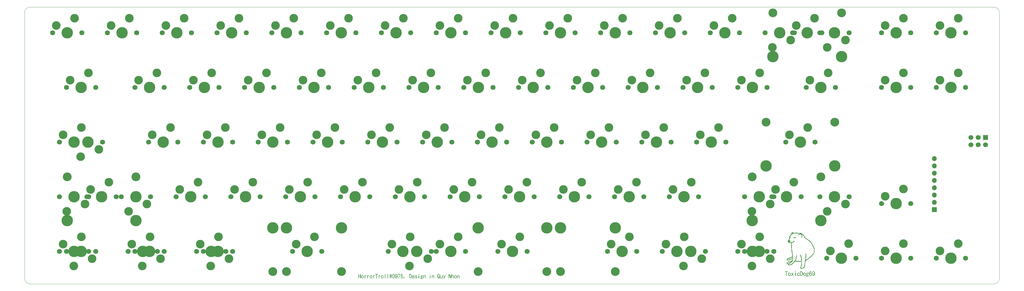
<source format=gts>
G04 #@! TF.GenerationSoftware,KiCad,Pcbnew,(6.99.0-1912-g359c99991b)*
G04 #@! TF.CreationDate,2022-05-28T20:20:25+07:00*
G04 #@! TF.ProjectId,toxicdog69,746f7869-6364-46f6-9736-392e6b696361,1*
G04 #@! TF.SameCoordinates,Original*
G04 #@! TF.FileFunction,Soldermask,Top*
G04 #@! TF.FilePolarity,Negative*
%FSLAX46Y46*%
G04 Gerber Fmt 4.6, Leading zero omitted, Abs format (unit mm)*
G04 Created by KiCad (PCBNEW (6.99.0-1912-g359c99991b)) date 2022-05-28 20:20:25*
%MOMM*%
%LPD*%
G01*
G04 APERTURE LIST*
%ADD10C,0.125000*%
%ADD11C,0.187500*%
%ADD12C,0.033000*%
%ADD13C,1.750000*%
%ADD14C,3.000000*%
%ADD15C,3.987800*%
%ADD16C,3.048000*%
%ADD17R,1.700000X1.700000*%
%ADD18O,1.700000X1.700000*%
%ADD19C,1.700000*%
G04 #@! TA.AperFunction,Profile*
%ADD20C,0.100000*%
G04 #@! TD*
G04 APERTURE END LIST*
D10*
G36*
X110392816Y-93715040D02*
G01*
X110855803Y-93715040D01*
X110855803Y-93177168D01*
X110856593Y-93157308D01*
X110858964Y-93139401D01*
X110862916Y-93123448D01*
X110868449Y-93109448D01*
X110875563Y-93097402D01*
X110887507Y-93084379D01*
X110902261Y-93074828D01*
X110915171Y-93069945D01*
X110929662Y-93067015D01*
X110945733Y-93066038D01*
X110961805Y-93067015D01*
X110976295Y-93069945D01*
X110989205Y-93074828D01*
X111003959Y-93084379D01*
X111015903Y-93097402D01*
X111023017Y-93109448D01*
X111028550Y-93123448D01*
X111032502Y-93139401D01*
X111034873Y-93157308D01*
X111035663Y-93177168D01*
X111035663Y-94459443D01*
X111034873Y-94478937D01*
X111032502Y-94496513D01*
X111028550Y-94512172D01*
X111023017Y-94525913D01*
X111015903Y-94537737D01*
X111003959Y-94550520D01*
X110989205Y-94559894D01*
X110976295Y-94564687D01*
X110961805Y-94567563D01*
X110945733Y-94568522D01*
X110929662Y-94567563D01*
X110915171Y-94564687D01*
X110902261Y-94559894D01*
X110887507Y-94550520D01*
X110875563Y-94537737D01*
X110868449Y-94525913D01*
X110862916Y-94512172D01*
X110858964Y-94496513D01*
X110856593Y-94478937D01*
X110855803Y-94459443D01*
X110855803Y-93883274D01*
X110392816Y-93883274D01*
X110392816Y-94459443D01*
X110392026Y-94478937D01*
X110389655Y-94496513D01*
X110385703Y-94512172D01*
X110380170Y-94525913D01*
X110373056Y-94537737D01*
X110361112Y-94550520D01*
X110346358Y-94559894D01*
X110333448Y-94564687D01*
X110318957Y-94567563D01*
X110302886Y-94568522D01*
X110286814Y-94567563D01*
X110272324Y-94564687D01*
X110259414Y-94559894D01*
X110244660Y-94550520D01*
X110232716Y-94537737D01*
X110225602Y-94525913D01*
X110220069Y-94512172D01*
X110216117Y-94496513D01*
X110213746Y-94478937D01*
X110212956Y-94459443D01*
X110212956Y-93177168D01*
X110213746Y-93157308D01*
X110216117Y-93139401D01*
X110220069Y-93123448D01*
X110225602Y-93109448D01*
X110232716Y-93097402D01*
X110244660Y-93084379D01*
X110259414Y-93074828D01*
X110272324Y-93069945D01*
X110286814Y-93067015D01*
X110302886Y-93066038D01*
X110318957Y-93067015D01*
X110333448Y-93069945D01*
X110346358Y-93074828D01*
X110361112Y-93084379D01*
X110373056Y-93097402D01*
X110380170Y-93109448D01*
X110385703Y-93123448D01*
X110389655Y-93139401D01*
X110392026Y-93157308D01*
X110392816Y-93177168D01*
X110392816Y-93715040D01*
G37*
G36*
X111634073Y-93516550D02*
G01*
X111656429Y-93518109D01*
X111678215Y-93520707D01*
X111699433Y-93524344D01*
X111720082Y-93529021D01*
X111740161Y-93534736D01*
X111759672Y-93541491D01*
X111778613Y-93549285D01*
X111796986Y-93558118D01*
X111814790Y-93567990D01*
X111832024Y-93578901D01*
X111848690Y-93590852D01*
X111864786Y-93603841D01*
X111880314Y-93617870D01*
X111895272Y-93632938D01*
X111909662Y-93649046D01*
X111923368Y-93666177D01*
X111936189Y-93684319D01*
X111948126Y-93703470D01*
X111959179Y-93723631D01*
X111969348Y-93744802D01*
X111978632Y-93766983D01*
X111987033Y-93790173D01*
X111994549Y-93814374D01*
X112001180Y-93839584D01*
X112006928Y-93865803D01*
X112009470Y-93879292D01*
X112011791Y-93893033D01*
X112013891Y-93907027D01*
X112015770Y-93921273D01*
X112017428Y-93935771D01*
X112018865Y-93950522D01*
X112020081Y-93965525D01*
X112021076Y-93980781D01*
X112021849Y-93996289D01*
X112022402Y-94012050D01*
X112022734Y-94028063D01*
X112022844Y-94044328D01*
X112022435Y-94076473D01*
X112021206Y-94107598D01*
X112019160Y-94137702D01*
X112016294Y-94166785D01*
X112012609Y-94194849D01*
X112008106Y-94221891D01*
X112002784Y-94247913D01*
X111996643Y-94272915D01*
X111989683Y-94296896D01*
X111981905Y-94319857D01*
X111973307Y-94341797D01*
X111963891Y-94362717D01*
X111953657Y-94382616D01*
X111942603Y-94401495D01*
X111930731Y-94419354D01*
X111918039Y-94436191D01*
X111904529Y-94452009D01*
X111890201Y-94466806D01*
X111875053Y-94480582D01*
X111859087Y-94493338D01*
X111842302Y-94505074D01*
X111824698Y-94515789D01*
X111806275Y-94525483D01*
X111787034Y-94534157D01*
X111766973Y-94541811D01*
X111746094Y-94548444D01*
X111724397Y-94554057D01*
X111701880Y-94558649D01*
X111678545Y-94562220D01*
X111654390Y-94564772D01*
X111629417Y-94566302D01*
X111603626Y-94566812D01*
X111577834Y-94566300D01*
X111552861Y-94564764D01*
X111528707Y-94562202D01*
X111505371Y-94558617D01*
X111482855Y-94554006D01*
X111461157Y-94548372D01*
X111440278Y-94541713D01*
X111420218Y-94534029D01*
X111400976Y-94525321D01*
X111382553Y-94515588D01*
X111364950Y-94504831D01*
X111348164Y-94493050D01*
X111332198Y-94480244D01*
X111317051Y-94466413D01*
X111302722Y-94451558D01*
X111289212Y-94435678D01*
X111276521Y-94418775D01*
X111264648Y-94400846D01*
X111253595Y-94381893D01*
X111243360Y-94361916D01*
X111233944Y-94340914D01*
X111225346Y-94318887D01*
X111217568Y-94295836D01*
X111210608Y-94271761D01*
X111204467Y-94246661D01*
X111199145Y-94220537D01*
X111194642Y-94193388D01*
X111190957Y-94165215D01*
X111188092Y-94136017D01*
X111186045Y-94105795D01*
X111184817Y-94074548D01*
X111184772Y-94071000D01*
X111362558Y-94071000D01*
X111362793Y-94091847D01*
X111363500Y-94112034D01*
X111364677Y-94131558D01*
X111366325Y-94150420D01*
X111368443Y-94168621D01*
X111371033Y-94186160D01*
X111374093Y-94203037D01*
X111377625Y-94219252D01*
X111381627Y-94234805D01*
X111386100Y-94249697D01*
X111391043Y-94263926D01*
X111396458Y-94277494D01*
X111402344Y-94290400D01*
X111408700Y-94302644D01*
X111422825Y-94325146D01*
X111438833Y-94345002D01*
X111456725Y-94362209D01*
X111476500Y-94376770D01*
X111498159Y-94388683D01*
X111521700Y-94397949D01*
X111547125Y-94404567D01*
X111574434Y-94408538D01*
X111588794Y-94409531D01*
X111603626Y-94409862D01*
X111618352Y-94409507D01*
X111632610Y-94408441D01*
X111646402Y-94406664D01*
X111672581Y-94400980D01*
X111696891Y-94392452D01*
X111719331Y-94381083D01*
X111739901Y-94366871D01*
X111758601Y-94349817D01*
X111775430Y-94329920D01*
X111790390Y-94307181D01*
X111797169Y-94294746D01*
X111803480Y-94281600D01*
X111809324Y-94267743D01*
X111814700Y-94253176D01*
X111819609Y-94237898D01*
X111824050Y-94221910D01*
X111828024Y-94205211D01*
X111831530Y-94187801D01*
X111834569Y-94169681D01*
X111837140Y-94150851D01*
X111839244Y-94131309D01*
X111840880Y-94111057D01*
X111842049Y-94090095D01*
X111842750Y-94068422D01*
X111842984Y-94046038D01*
X111842748Y-94023086D01*
X111842041Y-94000863D01*
X111840862Y-93979369D01*
X111839212Y-93958603D01*
X111837090Y-93938566D01*
X111834497Y-93919257D01*
X111831432Y-93900677D01*
X111827896Y-93882826D01*
X111823888Y-93865703D01*
X111819408Y-93849309D01*
X111814458Y-93833643D01*
X111809035Y-93818707D01*
X111803142Y-93804498D01*
X111796776Y-93791019D01*
X111789940Y-93778268D01*
X111782631Y-93766245D01*
X111774851Y-93754952D01*
X111757877Y-93734550D01*
X111739017Y-93717063D01*
X111718271Y-93702491D01*
X111695639Y-93690833D01*
X111671121Y-93682089D01*
X111644717Y-93676260D01*
X111630807Y-93674439D01*
X111616426Y-93673346D01*
X111601574Y-93672981D01*
X111586869Y-93673370D01*
X111572631Y-93674536D01*
X111558859Y-93676480D01*
X111532717Y-93682699D01*
X111508442Y-93692027D01*
X111486034Y-93704465D01*
X111465494Y-93720013D01*
X111446820Y-93738670D01*
X111430015Y-93760437D01*
X111422312Y-93772486D01*
X111415076Y-93785313D01*
X111408307Y-93798917D01*
X111402005Y-93813298D01*
X111396170Y-93828457D01*
X111390801Y-93844393D01*
X111385899Y-93861107D01*
X111381464Y-93878598D01*
X111377496Y-93896867D01*
X111373995Y-93915912D01*
X111370961Y-93935736D01*
X111368393Y-93956336D01*
X111366293Y-93977714D01*
X111364659Y-93999869D01*
X111363492Y-94022802D01*
X111362791Y-94046512D01*
X111362558Y-94071000D01*
X111184772Y-94071000D01*
X111184407Y-94042277D01*
X111184824Y-94009900D01*
X111186074Y-93978551D01*
X111188158Y-93948231D01*
X111191075Y-93918938D01*
X111194826Y-93890673D01*
X111199410Y-93863435D01*
X111204827Y-93837226D01*
X111211079Y-93812044D01*
X111218163Y-93787890D01*
X111226081Y-93764764D01*
X111234833Y-93742666D01*
X111244418Y-93721596D01*
X111254836Y-93701553D01*
X111266088Y-93682538D01*
X111278174Y-93664551D01*
X111291092Y-93647592D01*
X111304845Y-93631661D01*
X111319431Y-93616758D01*
X111334850Y-93602882D01*
X111351103Y-93590034D01*
X111368189Y-93578214D01*
X111386109Y-93567422D01*
X111404862Y-93557658D01*
X111424449Y-93548921D01*
X111444869Y-93541213D01*
X111466123Y-93534532D01*
X111488210Y-93528879D01*
X111511131Y-93524253D01*
X111534885Y-93520656D01*
X111559473Y-93518087D01*
X111584894Y-93516545D01*
X111611148Y-93516031D01*
X111634073Y-93516550D01*
G37*
G36*
X112504296Y-93688027D02*
G01*
X112520948Y-93667199D01*
X112537822Y-93647715D01*
X112554917Y-93629575D01*
X112572235Y-93612779D01*
X112589774Y-93597326D01*
X112607535Y-93583217D01*
X112625517Y-93570451D01*
X112643722Y-93559030D01*
X112662148Y-93548952D01*
X112680795Y-93540218D01*
X112699665Y-93532827D01*
X112718756Y-93526781D01*
X112738069Y-93522078D01*
X112757604Y-93518718D01*
X112777360Y-93516703D01*
X112797338Y-93516031D01*
X112813410Y-93516755D01*
X112827900Y-93518928D01*
X112844762Y-93524079D01*
X112858814Y-93531804D01*
X112870055Y-93542105D01*
X112878486Y-93554981D01*
X112884107Y-93570433D01*
X112886917Y-93588459D01*
X112887268Y-93598438D01*
X112886225Y-93613231D01*
X112883097Y-93626833D01*
X112875681Y-93643118D01*
X112864557Y-93657287D01*
X112853781Y-93666525D01*
X112840919Y-93674574D01*
X112825972Y-93681432D01*
X112808939Y-93687100D01*
X112789820Y-93691578D01*
X112775915Y-93693902D01*
X112768615Y-93694866D01*
X112753966Y-93696885D01*
X112739684Y-93699353D01*
X112725767Y-93702271D01*
X112712216Y-93705637D01*
X112699032Y-93709451D01*
X112679941Y-93716015D01*
X112661673Y-93723588D01*
X112644229Y-93732172D01*
X112627609Y-93741765D01*
X112611812Y-93752368D01*
X112596838Y-93763980D01*
X112582688Y-93776603D01*
X112578155Y-93781034D01*
X112565304Y-93794522D01*
X112553679Y-93808058D01*
X112543281Y-93821642D01*
X112534108Y-93835275D01*
X112526162Y-93848955D01*
X112519442Y-93862683D01*
X112513949Y-93876460D01*
X112509681Y-93890284D01*
X112506640Y-93904157D01*
X112504824Y-93918078D01*
X112504296Y-93927385D01*
X112504296Y-94461495D01*
X112503523Y-94480316D01*
X112501206Y-94497286D01*
X112497344Y-94512405D01*
X112491938Y-94525673D01*
X112482326Y-94540483D01*
X112469968Y-94552002D01*
X112454864Y-94560230D01*
X112441734Y-94564241D01*
X112427059Y-94566401D01*
X112416417Y-94566812D01*
X112401018Y-94565887D01*
X112387133Y-94563110D01*
X112370976Y-94556528D01*
X112357512Y-94546654D01*
X112346741Y-94533489D01*
X112338663Y-94517033D01*
X112334371Y-94502532D01*
X112331594Y-94486179D01*
X112330332Y-94467974D01*
X112330248Y-94461495D01*
X112330248Y-93621348D01*
X112331023Y-93602527D01*
X112333350Y-93585557D01*
X112337226Y-93570438D01*
X112342654Y-93557171D01*
X112352303Y-93542360D01*
X112364709Y-93530841D01*
X112379872Y-93522613D01*
X112393054Y-93518602D01*
X112407786Y-93516442D01*
X112418469Y-93516031D01*
X112433807Y-93516920D01*
X112447636Y-93519589D01*
X112463729Y-93525915D01*
X112477139Y-93535404D01*
X112487868Y-93548056D01*
X112495914Y-93563870D01*
X112500189Y-93577807D01*
X112502954Y-93593523D01*
X112504212Y-93611018D01*
X112504296Y-93617245D01*
X112504296Y-93688027D01*
G37*
G36*
X113483612Y-93688027D02*
G01*
X113500264Y-93667199D01*
X113517138Y-93647715D01*
X113534233Y-93629575D01*
X113551551Y-93612779D01*
X113569090Y-93597326D01*
X113586851Y-93583217D01*
X113604833Y-93570451D01*
X113623038Y-93559030D01*
X113641464Y-93548952D01*
X113660111Y-93540218D01*
X113678981Y-93532827D01*
X113698072Y-93526781D01*
X113717385Y-93522078D01*
X113736920Y-93518718D01*
X113756676Y-93516703D01*
X113776654Y-93516031D01*
X113792726Y-93516755D01*
X113807216Y-93518928D01*
X113824078Y-93524079D01*
X113838130Y-93531804D01*
X113849371Y-93542105D01*
X113857802Y-93554981D01*
X113863423Y-93570433D01*
X113866233Y-93588459D01*
X113866584Y-93598438D01*
X113865542Y-93613231D01*
X113862413Y-93626833D01*
X113854997Y-93643118D01*
X113843873Y-93657287D01*
X113833097Y-93666525D01*
X113820236Y-93674574D01*
X113805288Y-93681432D01*
X113788255Y-93687100D01*
X113769136Y-93691578D01*
X113755231Y-93693902D01*
X113747931Y-93694866D01*
X113733283Y-93696885D01*
X113719000Y-93699353D01*
X113705083Y-93702271D01*
X113691533Y-93705637D01*
X113678348Y-93709451D01*
X113659257Y-93716015D01*
X113640990Y-93723588D01*
X113623546Y-93732172D01*
X113606925Y-93741765D01*
X113591128Y-93752368D01*
X113576155Y-93763980D01*
X113562004Y-93776603D01*
X113557471Y-93781034D01*
X113544620Y-93794522D01*
X113532995Y-93808058D01*
X113522597Y-93821642D01*
X113513425Y-93835275D01*
X113505478Y-93848955D01*
X113498759Y-93862683D01*
X113493265Y-93876460D01*
X113488997Y-93890284D01*
X113485956Y-93904157D01*
X113484141Y-93918078D01*
X113483612Y-93927385D01*
X113483612Y-94461495D01*
X113482839Y-94480316D01*
X113480522Y-94497286D01*
X113476660Y-94512405D01*
X113471254Y-94525673D01*
X113461642Y-94540483D01*
X113449284Y-94552002D01*
X113434180Y-94560230D01*
X113421050Y-94564241D01*
X113406375Y-94566401D01*
X113395733Y-94566812D01*
X113380334Y-94565887D01*
X113366449Y-94563110D01*
X113350292Y-94556528D01*
X113336829Y-94546654D01*
X113326057Y-94533489D01*
X113317979Y-94517033D01*
X113313688Y-94502532D01*
X113310911Y-94486179D01*
X113309648Y-94467974D01*
X113309564Y-94461495D01*
X113309564Y-93621348D01*
X113310340Y-93602527D01*
X113312666Y-93585557D01*
X113316543Y-93570438D01*
X113321970Y-93557171D01*
X113331619Y-93542360D01*
X113344025Y-93530841D01*
X113359188Y-93522613D01*
X113372370Y-93518602D01*
X113387102Y-93516442D01*
X113397785Y-93516031D01*
X113413123Y-93516920D01*
X113426952Y-93519589D01*
X113443045Y-93525915D01*
X113456455Y-93535404D01*
X113467184Y-93548056D01*
X113475230Y-93563870D01*
X113479505Y-93577807D01*
X113482271Y-93593523D01*
X113483528Y-93611018D01*
X113483612Y-93617245D01*
X113483612Y-93688027D01*
G37*
G36*
X114572021Y-93516550D02*
G01*
X114594377Y-93518109D01*
X114616164Y-93520707D01*
X114637381Y-93524344D01*
X114658030Y-93529021D01*
X114678110Y-93534736D01*
X114697620Y-93541491D01*
X114716562Y-93549285D01*
X114734934Y-93558118D01*
X114752738Y-93567990D01*
X114769973Y-93578901D01*
X114786638Y-93590852D01*
X114802735Y-93603841D01*
X114818262Y-93617870D01*
X114833221Y-93632938D01*
X114847610Y-93649046D01*
X114861316Y-93666177D01*
X114874137Y-93684319D01*
X114886075Y-93703470D01*
X114897127Y-93723631D01*
X114907296Y-93744802D01*
X114916581Y-93766983D01*
X114924981Y-93790173D01*
X114932497Y-93814374D01*
X114939129Y-93839584D01*
X114944876Y-93865803D01*
X114947418Y-93879292D01*
X114949739Y-93893033D01*
X114951840Y-93907027D01*
X114953719Y-93921273D01*
X114955376Y-93935771D01*
X114956813Y-93950522D01*
X114958029Y-93965525D01*
X114959024Y-93980781D01*
X114959798Y-93996289D01*
X114960350Y-94012050D01*
X114960682Y-94028063D01*
X114960792Y-94044328D01*
X114960383Y-94076473D01*
X114959155Y-94107598D01*
X114957108Y-94137702D01*
X114954242Y-94166785D01*
X114950558Y-94194849D01*
X114946054Y-94221891D01*
X114940732Y-94247913D01*
X114934591Y-94272915D01*
X114927632Y-94296896D01*
X114919853Y-94319857D01*
X114911256Y-94341797D01*
X114901840Y-94362717D01*
X114891605Y-94382616D01*
X114880551Y-94401495D01*
X114868679Y-94419354D01*
X114855988Y-94436191D01*
X114842478Y-94452009D01*
X114828149Y-94466806D01*
X114813002Y-94480582D01*
X114797035Y-94493338D01*
X114780250Y-94505074D01*
X114762646Y-94515789D01*
X114744224Y-94525483D01*
X114724982Y-94534157D01*
X114704922Y-94541811D01*
X114684043Y-94548444D01*
X114662345Y-94554057D01*
X114639828Y-94558649D01*
X114616493Y-94562220D01*
X114592339Y-94564772D01*
X114567366Y-94566302D01*
X114541574Y-94566812D01*
X114515782Y-94566300D01*
X114490809Y-94564764D01*
X114466655Y-94562202D01*
X114443320Y-94558617D01*
X114420803Y-94554006D01*
X114399105Y-94548372D01*
X114378226Y-94541713D01*
X114358166Y-94534029D01*
X114338924Y-94525321D01*
X114320502Y-94515588D01*
X114302898Y-94504831D01*
X114286113Y-94493050D01*
X114270146Y-94480244D01*
X114254999Y-94466413D01*
X114240670Y-94451558D01*
X114227160Y-94435678D01*
X114214469Y-94418775D01*
X114202597Y-94400846D01*
X114191543Y-94381893D01*
X114181308Y-94361916D01*
X114171892Y-94340914D01*
X114163295Y-94318887D01*
X114155516Y-94295836D01*
X114148557Y-94271761D01*
X114142416Y-94246661D01*
X114137094Y-94220537D01*
X114132590Y-94193388D01*
X114128906Y-94165215D01*
X114126040Y-94136017D01*
X114123993Y-94105795D01*
X114122765Y-94074548D01*
X114122720Y-94071000D01*
X114300506Y-94071000D01*
X114300742Y-94091847D01*
X114301448Y-94112034D01*
X114302625Y-94131558D01*
X114304273Y-94150420D01*
X114306392Y-94168621D01*
X114308981Y-94186160D01*
X114312042Y-94203037D01*
X114315573Y-94219252D01*
X114319575Y-94234805D01*
X114324048Y-94249697D01*
X114328992Y-94263926D01*
X114334406Y-94277494D01*
X114340292Y-94290400D01*
X114346648Y-94302644D01*
X114360773Y-94325146D01*
X114376782Y-94345002D01*
X114394673Y-94362209D01*
X114414448Y-94376770D01*
X114436107Y-94388683D01*
X114459649Y-94397949D01*
X114485074Y-94404567D01*
X114512382Y-94408538D01*
X114526743Y-94409531D01*
X114541574Y-94409862D01*
X114556300Y-94409507D01*
X114570559Y-94408441D01*
X114584350Y-94406664D01*
X114610530Y-94400980D01*
X114634839Y-94392452D01*
X114657279Y-94381083D01*
X114677849Y-94366871D01*
X114696549Y-94349817D01*
X114713379Y-94329920D01*
X114728339Y-94307181D01*
X114735117Y-94294746D01*
X114741429Y-94281600D01*
X114747272Y-94267743D01*
X114752648Y-94253176D01*
X114757557Y-94237898D01*
X114761998Y-94221910D01*
X114765972Y-94205211D01*
X114769478Y-94187801D01*
X114772517Y-94169681D01*
X114775088Y-94150851D01*
X114777192Y-94131309D01*
X114778828Y-94111057D01*
X114779997Y-94090095D01*
X114780698Y-94068422D01*
X114780932Y-94046038D01*
X114780696Y-94023086D01*
X114779989Y-94000863D01*
X114778810Y-93979369D01*
X114777160Y-93958603D01*
X114775038Y-93938566D01*
X114772445Y-93919257D01*
X114769380Y-93900677D01*
X114765844Y-93882826D01*
X114761836Y-93865703D01*
X114757357Y-93849309D01*
X114752406Y-93833643D01*
X114746984Y-93818707D01*
X114741090Y-93804498D01*
X114734725Y-93791019D01*
X114727888Y-93778268D01*
X114720580Y-93766245D01*
X114712800Y-93754952D01*
X114695826Y-93734550D01*
X114676966Y-93717063D01*
X114656219Y-93702491D01*
X114633587Y-93690833D01*
X114609069Y-93682089D01*
X114582665Y-93676260D01*
X114568756Y-93674439D01*
X114554375Y-93673346D01*
X114539522Y-93672981D01*
X114524817Y-93673370D01*
X114510579Y-93674536D01*
X114496808Y-93676480D01*
X114470665Y-93682699D01*
X114446390Y-93692027D01*
X114423982Y-93704465D01*
X114403442Y-93720013D01*
X114384769Y-93738670D01*
X114367963Y-93760437D01*
X114360260Y-93772486D01*
X114353024Y-93785313D01*
X114346255Y-93798917D01*
X114339953Y-93813298D01*
X114334118Y-93828457D01*
X114328749Y-93844393D01*
X114323848Y-93861107D01*
X114319413Y-93878598D01*
X114315445Y-93896867D01*
X114311944Y-93915912D01*
X114308909Y-93935736D01*
X114306342Y-93956336D01*
X114304241Y-93977714D01*
X114302607Y-93999869D01*
X114301440Y-94022802D01*
X114300740Y-94046512D01*
X114300506Y-94071000D01*
X114122720Y-94071000D01*
X114122356Y-94042277D01*
X114122772Y-94009900D01*
X114124023Y-93978551D01*
X114126106Y-93948231D01*
X114129023Y-93918938D01*
X114132774Y-93890673D01*
X114137358Y-93863435D01*
X114142776Y-93837226D01*
X114149027Y-93812044D01*
X114156111Y-93787890D01*
X114164029Y-93764764D01*
X114172781Y-93742666D01*
X114182366Y-93721596D01*
X114192785Y-93701553D01*
X114204036Y-93682538D01*
X114216122Y-93664551D01*
X114229041Y-93647592D01*
X114242793Y-93631661D01*
X114257379Y-93616758D01*
X114272798Y-93602882D01*
X114289051Y-93590034D01*
X114306138Y-93578214D01*
X114324057Y-93567422D01*
X114342811Y-93557658D01*
X114362397Y-93548921D01*
X114382818Y-93541213D01*
X114404071Y-93534532D01*
X114426159Y-93528879D01*
X114449079Y-93524253D01*
X114472833Y-93520656D01*
X114497421Y-93518087D01*
X114522842Y-93516545D01*
X114549097Y-93516031D01*
X114572021Y-93516550D01*
G37*
G36*
X115442244Y-93688027D02*
G01*
X115458896Y-93667199D01*
X115475770Y-93647715D01*
X115492866Y-93629575D01*
X115510183Y-93612779D01*
X115527722Y-93597326D01*
X115545483Y-93583217D01*
X115563466Y-93570451D01*
X115581670Y-93559030D01*
X115600096Y-93548952D01*
X115618744Y-93540218D01*
X115637613Y-93532827D01*
X115656704Y-93526781D01*
X115676017Y-93522078D01*
X115695552Y-93518718D01*
X115715308Y-93516703D01*
X115735286Y-93516031D01*
X115751358Y-93516755D01*
X115765849Y-93518928D01*
X115782711Y-93524079D01*
X115796762Y-93531804D01*
X115808003Y-93542105D01*
X115816434Y-93554981D01*
X115822055Y-93570433D01*
X115824865Y-93588459D01*
X115825217Y-93598438D01*
X115824174Y-93613231D01*
X115821045Y-93626833D01*
X115813629Y-93643118D01*
X115802506Y-93657287D01*
X115791730Y-93666525D01*
X115778868Y-93674574D01*
X115763920Y-93681432D01*
X115746887Y-93687100D01*
X115727768Y-93691578D01*
X115713863Y-93693902D01*
X115706564Y-93694866D01*
X115691915Y-93696885D01*
X115677632Y-93699353D01*
X115663715Y-93702271D01*
X115650165Y-93705637D01*
X115636980Y-93709451D01*
X115617889Y-93716015D01*
X115599622Y-93723588D01*
X115582178Y-93732172D01*
X115565557Y-93741765D01*
X115549760Y-93752368D01*
X115534787Y-93763980D01*
X115520637Y-93776603D01*
X115516103Y-93781034D01*
X115503252Y-93794522D01*
X115491628Y-93808058D01*
X115481229Y-93821642D01*
X115472057Y-93835275D01*
X115464111Y-93848955D01*
X115457391Y-93862683D01*
X115451897Y-93876460D01*
X115447629Y-93890284D01*
X115444588Y-93904157D01*
X115442773Y-93918078D01*
X115442244Y-93927385D01*
X115442244Y-94461495D01*
X115441472Y-94480316D01*
X115439154Y-94497286D01*
X115435293Y-94512405D01*
X115429886Y-94525673D01*
X115420274Y-94540483D01*
X115407916Y-94552002D01*
X115392812Y-94560230D01*
X115379682Y-94564241D01*
X115365007Y-94566401D01*
X115354365Y-94566812D01*
X115338966Y-94565887D01*
X115325081Y-94563110D01*
X115308925Y-94556528D01*
X115295461Y-94546654D01*
X115284690Y-94533489D01*
X115276611Y-94517033D01*
X115272320Y-94502532D01*
X115269543Y-94486179D01*
X115268281Y-94467974D01*
X115268196Y-94461495D01*
X115268196Y-93621348D01*
X115268972Y-93602527D01*
X115271298Y-93585557D01*
X115275175Y-93570438D01*
X115280602Y-93557171D01*
X115290252Y-93542360D01*
X115302658Y-93530841D01*
X115317820Y-93522613D01*
X115331002Y-93518602D01*
X115345734Y-93516442D01*
X115356417Y-93516031D01*
X115371755Y-93516920D01*
X115385585Y-93519589D01*
X115401677Y-93525915D01*
X115415088Y-93535404D01*
X115425816Y-93548056D01*
X115433862Y-93563870D01*
X115438137Y-93577807D01*
X115440903Y-93593523D01*
X115442160Y-93611018D01*
X115442244Y-93617245D01*
X115442244Y-93688027D01*
G37*
G36*
X116593898Y-93263337D02*
G01*
X116593898Y-94453972D01*
X116593532Y-94467844D01*
X116591610Y-94486972D01*
X116588042Y-94504088D01*
X116582827Y-94519190D01*
X116575965Y-94532278D01*
X116567456Y-94543353D01*
X116553548Y-94554986D01*
X116541196Y-94561363D01*
X116527197Y-94565726D01*
X116511552Y-94568075D01*
X116500206Y-94568522D01*
X116483463Y-94567515D01*
X116468366Y-94564495D01*
X116454916Y-94559461D01*
X116443113Y-94552414D01*
X116429938Y-94539885D01*
X116421977Y-94528139D01*
X116415664Y-94514379D01*
X116410998Y-94498606D01*
X116407979Y-94480820D01*
X116406606Y-94461020D01*
X116406515Y-94453972D01*
X116406515Y-93263337D01*
X116151769Y-93263337D01*
X116135026Y-93262580D01*
X116119929Y-93260308D01*
X116106479Y-93256521D01*
X116091108Y-93249116D01*
X116078664Y-93239018D01*
X116069149Y-93226227D01*
X116062561Y-93210744D01*
X116059542Y-93197364D01*
X116058169Y-93182470D01*
X116058078Y-93177168D01*
X116058901Y-93162136D01*
X116061372Y-93148582D01*
X116067227Y-93132810D01*
X116076011Y-93119666D01*
X116087722Y-93109152D01*
X116102362Y-93101266D01*
X116119929Y-93096008D01*
X116135026Y-93093790D01*
X116151769Y-93093051D01*
X116846591Y-93093051D01*
X116863702Y-93093805D01*
X116879129Y-93096068D01*
X116892874Y-93099840D01*
X116908581Y-93107216D01*
X116921297Y-93117274D01*
X116931021Y-93130014D01*
X116937753Y-93145436D01*
X116940839Y-93158762D01*
X116942241Y-93173598D01*
X116942335Y-93178878D01*
X116941493Y-93193972D01*
X116938969Y-93207581D01*
X116932985Y-93223417D01*
X116924009Y-93236614D01*
X116912041Y-93247171D01*
X116897081Y-93255089D01*
X116883898Y-93259296D01*
X116869031Y-93262018D01*
X116852482Y-93263255D01*
X116846591Y-93263337D01*
X116593898Y-93263337D01*
G37*
G36*
X117400876Y-93688027D02*
G01*
X117417528Y-93667199D01*
X117434402Y-93647715D01*
X117451498Y-93629575D01*
X117468815Y-93612779D01*
X117486354Y-93597326D01*
X117504115Y-93583217D01*
X117522098Y-93570451D01*
X117540302Y-93559030D01*
X117558728Y-93548952D01*
X117577376Y-93540218D01*
X117596245Y-93532827D01*
X117615337Y-93526781D01*
X117634650Y-93522078D01*
X117654184Y-93518718D01*
X117673941Y-93516703D01*
X117693919Y-93516031D01*
X117709990Y-93516755D01*
X117724481Y-93518928D01*
X117741343Y-93524079D01*
X117755394Y-93531804D01*
X117766636Y-93542105D01*
X117775067Y-93554981D01*
X117780687Y-93570433D01*
X117783498Y-93588459D01*
X117783849Y-93598438D01*
X117782806Y-93613231D01*
X117779678Y-93626833D01*
X117772262Y-93643118D01*
X117761138Y-93657287D01*
X117750362Y-93666525D01*
X117737500Y-93674574D01*
X117722553Y-93681432D01*
X117705519Y-93687100D01*
X117686400Y-93691578D01*
X117672496Y-93693902D01*
X117665196Y-93694866D01*
X117650547Y-93696885D01*
X117636264Y-93699353D01*
X117622348Y-93702271D01*
X117608797Y-93705637D01*
X117595612Y-93709451D01*
X117576521Y-93716015D01*
X117558254Y-93723588D01*
X117540810Y-93732172D01*
X117524190Y-93741765D01*
X117508393Y-93752368D01*
X117493419Y-93763980D01*
X117479269Y-93776603D01*
X117474735Y-93781034D01*
X117461884Y-93794522D01*
X117450260Y-93808058D01*
X117439861Y-93821642D01*
X117430689Y-93835275D01*
X117422743Y-93848955D01*
X117416023Y-93862683D01*
X117410529Y-93876460D01*
X117406262Y-93890284D01*
X117403220Y-93904157D01*
X117401405Y-93918078D01*
X117400876Y-93927385D01*
X117400876Y-94461495D01*
X117400104Y-94480316D01*
X117397787Y-94497286D01*
X117393925Y-94512405D01*
X117388518Y-94525673D01*
X117378906Y-94540483D01*
X117366549Y-94552002D01*
X117351444Y-94560230D01*
X117338314Y-94564241D01*
X117323639Y-94566401D01*
X117312998Y-94566812D01*
X117297598Y-94565887D01*
X117283714Y-94563110D01*
X117267557Y-94556528D01*
X117254093Y-94546654D01*
X117243322Y-94533489D01*
X117235244Y-94517033D01*
X117230952Y-94502532D01*
X117228175Y-94486179D01*
X117226913Y-94467974D01*
X117226829Y-94461495D01*
X117226829Y-93621348D01*
X117227604Y-93602527D01*
X117229930Y-93585557D01*
X117233807Y-93570438D01*
X117239235Y-93557171D01*
X117248884Y-93542360D01*
X117261290Y-93530841D01*
X117276453Y-93522613D01*
X117289634Y-93518602D01*
X117304366Y-93516442D01*
X117315049Y-93516031D01*
X117330387Y-93516920D01*
X117344217Y-93519589D01*
X117360310Y-93525915D01*
X117373720Y-93535404D01*
X117384448Y-93548056D01*
X117392495Y-93563870D01*
X117396769Y-93577807D01*
X117399535Y-93593523D01*
X117400792Y-93611018D01*
X117400876Y-93617245D01*
X117400876Y-93688027D01*
G37*
G36*
X118489286Y-93516550D02*
G01*
X118511641Y-93518109D01*
X118533428Y-93520707D01*
X118554646Y-93524344D01*
X118575294Y-93529021D01*
X118595374Y-93534736D01*
X118614885Y-93541491D01*
X118633826Y-93549285D01*
X118652199Y-93558118D01*
X118670002Y-93567990D01*
X118687237Y-93578901D01*
X118703903Y-93590852D01*
X118719999Y-93603841D01*
X118735527Y-93617870D01*
X118750485Y-93632938D01*
X118764875Y-93649046D01*
X118778580Y-93666177D01*
X118791402Y-93684319D01*
X118803339Y-93703470D01*
X118814392Y-93723631D01*
X118824561Y-93744802D01*
X118833845Y-93766983D01*
X118842245Y-93790173D01*
X118849761Y-93814374D01*
X118856393Y-93839584D01*
X118862141Y-93865803D01*
X118864683Y-93879292D01*
X118867004Y-93893033D01*
X118869104Y-93907027D01*
X118870983Y-93921273D01*
X118872641Y-93935771D01*
X118874078Y-93950522D01*
X118875294Y-93965525D01*
X118876288Y-93980781D01*
X118877062Y-93996289D01*
X118877615Y-94012050D01*
X118877946Y-94028063D01*
X118878057Y-94044328D01*
X118877647Y-94076473D01*
X118876419Y-94107598D01*
X118874372Y-94137702D01*
X118871507Y-94166785D01*
X118867822Y-94194849D01*
X118863319Y-94221891D01*
X118857997Y-94247913D01*
X118851856Y-94272915D01*
X118844896Y-94296896D01*
X118837118Y-94319857D01*
X118828520Y-94341797D01*
X118819104Y-94362717D01*
X118808869Y-94382616D01*
X118797816Y-94401495D01*
X118785943Y-94419354D01*
X118773252Y-94436191D01*
X118759742Y-94452009D01*
X118745414Y-94466806D01*
X118730266Y-94480582D01*
X118714300Y-94493338D01*
X118697515Y-94505074D01*
X118679911Y-94515789D01*
X118661488Y-94525483D01*
X118642247Y-94534157D01*
X118622186Y-94541811D01*
X118601307Y-94548444D01*
X118579609Y-94554057D01*
X118557093Y-94558649D01*
X118533757Y-94562220D01*
X118509603Y-94564772D01*
X118484630Y-94566302D01*
X118458838Y-94566812D01*
X118433047Y-94566300D01*
X118408074Y-94564764D01*
X118383920Y-94562202D01*
X118360584Y-94558617D01*
X118338068Y-94554006D01*
X118316370Y-94548372D01*
X118295491Y-94541713D01*
X118275430Y-94534029D01*
X118256189Y-94525321D01*
X118237766Y-94515588D01*
X118220162Y-94504831D01*
X118203377Y-94493050D01*
X118187411Y-94480244D01*
X118172263Y-94466413D01*
X118157935Y-94451558D01*
X118144425Y-94435678D01*
X118131733Y-94418775D01*
X118119861Y-94400846D01*
X118108807Y-94381893D01*
X118098573Y-94361916D01*
X118089157Y-94340914D01*
X118080559Y-94318887D01*
X118072781Y-94295836D01*
X118065821Y-94271761D01*
X118059680Y-94246661D01*
X118054358Y-94220537D01*
X118049855Y-94193388D01*
X118046170Y-94165215D01*
X118043305Y-94136017D01*
X118041258Y-94105795D01*
X118040029Y-94074548D01*
X118039984Y-94071000D01*
X118217771Y-94071000D01*
X118218006Y-94091847D01*
X118218712Y-94112034D01*
X118219890Y-94131558D01*
X118221537Y-94150420D01*
X118223656Y-94168621D01*
X118226246Y-94186160D01*
X118229306Y-94203037D01*
X118232838Y-94219252D01*
X118236840Y-94234805D01*
X118241313Y-94249697D01*
X118246256Y-94263926D01*
X118251671Y-94277494D01*
X118257556Y-94290400D01*
X118263913Y-94302644D01*
X118278038Y-94325146D01*
X118294046Y-94345002D01*
X118311938Y-94362209D01*
X118331713Y-94376770D01*
X118353371Y-94388683D01*
X118376913Y-94397949D01*
X118402338Y-94404567D01*
X118429647Y-94408538D01*
X118444007Y-94409531D01*
X118458838Y-94409862D01*
X118473565Y-94409507D01*
X118487823Y-94408441D01*
X118501614Y-94406664D01*
X118527794Y-94400980D01*
X118552104Y-94392452D01*
X118574544Y-94381083D01*
X118595114Y-94366871D01*
X118613813Y-94349817D01*
X118630643Y-94329920D01*
X118645603Y-94307181D01*
X118652382Y-94294746D01*
X118658693Y-94281600D01*
X118664537Y-94267743D01*
X118669913Y-94253176D01*
X118674822Y-94237898D01*
X118679263Y-94221910D01*
X118683237Y-94205211D01*
X118686743Y-94187801D01*
X118689782Y-94169681D01*
X118692353Y-94150851D01*
X118694456Y-94131309D01*
X118696093Y-94111057D01*
X118697261Y-94090095D01*
X118697963Y-94068422D01*
X118698196Y-94046038D01*
X118697961Y-94023086D01*
X118697253Y-94000863D01*
X118696075Y-93979369D01*
X118694424Y-93958603D01*
X118692303Y-93938566D01*
X118689709Y-93919257D01*
X118686645Y-93900677D01*
X118683108Y-93882826D01*
X118679101Y-93865703D01*
X118674621Y-93849309D01*
X118669671Y-93833643D01*
X118664248Y-93818707D01*
X118658354Y-93804498D01*
X118651989Y-93791019D01*
X118645152Y-93778268D01*
X118637844Y-93766245D01*
X118630064Y-93754952D01*
X118613090Y-93734550D01*
X118594230Y-93717063D01*
X118573484Y-93702491D01*
X118550852Y-93690833D01*
X118526334Y-93682089D01*
X118499929Y-93676260D01*
X118486020Y-93674439D01*
X118471639Y-93673346D01*
X118456787Y-93672981D01*
X118442082Y-93673370D01*
X118427843Y-93674536D01*
X118414072Y-93676480D01*
X118387930Y-93682699D01*
X118363655Y-93692027D01*
X118341247Y-93704465D01*
X118320706Y-93720013D01*
X118302033Y-93738670D01*
X118285227Y-93760437D01*
X118277525Y-93772486D01*
X118270289Y-93785313D01*
X118263520Y-93798917D01*
X118257218Y-93813298D01*
X118251382Y-93828457D01*
X118246014Y-93844393D01*
X118241112Y-93861107D01*
X118236677Y-93878598D01*
X118232709Y-93896867D01*
X118229208Y-93915912D01*
X118226174Y-93935736D01*
X118223606Y-93956336D01*
X118221505Y-93977714D01*
X118219871Y-93999869D01*
X118218704Y-94022802D01*
X118218004Y-94046512D01*
X118217771Y-94071000D01*
X118039984Y-94071000D01*
X118039620Y-94042277D01*
X118040037Y-94009900D01*
X118041287Y-93978551D01*
X118043371Y-93948231D01*
X118046288Y-93918938D01*
X118050039Y-93890673D01*
X118054623Y-93863435D01*
X118060040Y-93837226D01*
X118066291Y-93812044D01*
X118073376Y-93787890D01*
X118081294Y-93764764D01*
X118090045Y-93742666D01*
X118099631Y-93721596D01*
X118110049Y-93701553D01*
X118121301Y-93682538D01*
X118133386Y-93664551D01*
X118146305Y-93647592D01*
X118160058Y-93631661D01*
X118174644Y-93616758D01*
X118190063Y-93602882D01*
X118206316Y-93590034D01*
X118223402Y-93578214D01*
X118241322Y-93567422D01*
X118260075Y-93557658D01*
X118279662Y-93548921D01*
X118300082Y-93541213D01*
X118321336Y-93534532D01*
X118343423Y-93528879D01*
X118366344Y-93524253D01*
X118390098Y-93520656D01*
X118414685Y-93518087D01*
X118440107Y-93516545D01*
X118466361Y-93516031D01*
X118489286Y-93516550D01*
G37*
G36*
X119348224Y-93175117D02*
G01*
X119349015Y-93155623D01*
X119351386Y-93138047D01*
X119355338Y-93122388D01*
X119360871Y-93108647D01*
X119367984Y-93096823D01*
X119379928Y-93084040D01*
X119394682Y-93074666D01*
X119407592Y-93069873D01*
X119422083Y-93066997D01*
X119438155Y-93066038D01*
X119454226Y-93066997D01*
X119468717Y-93069873D01*
X119481627Y-93074666D01*
X119496381Y-93084040D01*
X119508325Y-93096823D01*
X119515438Y-93108647D01*
X119520971Y-93122388D01*
X119524923Y-93138047D01*
X119527294Y-93155623D01*
X119528085Y-93175117D01*
X119528085Y-94457734D01*
X119527294Y-94477227D01*
X119524923Y-94494803D01*
X119520971Y-94510462D01*
X119515438Y-94524204D01*
X119508325Y-94536028D01*
X119496381Y-94548810D01*
X119481627Y-94558184D01*
X119468717Y-94562978D01*
X119454226Y-94565854D01*
X119438155Y-94566812D01*
X119422083Y-94565854D01*
X119407592Y-94562978D01*
X119394682Y-94558184D01*
X119379928Y-94548810D01*
X119367984Y-94536028D01*
X119360871Y-94524204D01*
X119355338Y-94510462D01*
X119351386Y-94494803D01*
X119349015Y-94477227D01*
X119348224Y-94457734D01*
X119348224Y-93175117D01*
G37*
G36*
X120327540Y-93175117D02*
G01*
X120328331Y-93155623D01*
X120330702Y-93138047D01*
X120334654Y-93122388D01*
X120340187Y-93108647D01*
X120347301Y-93096823D01*
X120359244Y-93084040D01*
X120373999Y-93074666D01*
X120386908Y-93069873D01*
X120401399Y-93066997D01*
X120417471Y-93066038D01*
X120433542Y-93066997D01*
X120448033Y-93069873D01*
X120460943Y-93074666D01*
X120475697Y-93084040D01*
X120487641Y-93096823D01*
X120494754Y-93108647D01*
X120500287Y-93122388D01*
X120504239Y-93138047D01*
X120506611Y-93155623D01*
X120507401Y-93175117D01*
X120507401Y-94457734D01*
X120506611Y-94477227D01*
X120504239Y-94494803D01*
X120500287Y-94510462D01*
X120494754Y-94524204D01*
X120487641Y-94536028D01*
X120475697Y-94548810D01*
X120460943Y-94558184D01*
X120448033Y-94562978D01*
X120433542Y-94565854D01*
X120417471Y-94566812D01*
X120401399Y-94565854D01*
X120386908Y-94562978D01*
X120373999Y-94558184D01*
X120359244Y-94548810D01*
X120347301Y-94536028D01*
X120340187Y-94524204D01*
X120334654Y-94510462D01*
X120330702Y-94494803D01*
X120328331Y-94477227D01*
X120327540Y-94457734D01*
X120327540Y-93175117D01*
G37*
G36*
X121622920Y-93067232D02*
G01*
X121637276Y-93071523D01*
X121650137Y-93078933D01*
X121661501Y-93089464D01*
X121662816Y-93091000D01*
X121671963Y-93102219D01*
X121678779Y-93114280D01*
X121682114Y-93128212D01*
X121681965Y-93133058D01*
X121662816Y-93433623D01*
X121733598Y-93433623D01*
X121750341Y-93434279D01*
X121765438Y-93436244D01*
X121778888Y-93439520D01*
X121794259Y-93445926D01*
X121806703Y-93454661D01*
X121816218Y-93465726D01*
X121822806Y-93479121D01*
X121826466Y-93494845D01*
X121827289Y-93508166D01*
X121826466Y-93521855D01*
X121822806Y-93538011D01*
X121816218Y-93551774D01*
X121806703Y-93563144D01*
X121794259Y-93572120D01*
X121778888Y-93578702D01*
X121765438Y-93582068D01*
X121750341Y-93584088D01*
X121733598Y-93584761D01*
X121655293Y-93584761D01*
X121630332Y-94011502D01*
X121710688Y-94011502D01*
X121727126Y-94012175D01*
X121741947Y-94014195D01*
X121759194Y-94018982D01*
X121773566Y-94026163D01*
X121785064Y-94035737D01*
X121793687Y-94047705D01*
X121799436Y-94062066D01*
X121802310Y-94078821D01*
X121802670Y-94088096D01*
X121801232Y-94105648D01*
X121796921Y-94120859D01*
X121789735Y-94133729D01*
X121779674Y-94144260D01*
X121766739Y-94152451D01*
X121750930Y-94158301D01*
X121737186Y-94161153D01*
X121721826Y-94162689D01*
X121710688Y-94162981D01*
X121622809Y-94162981D01*
X121603661Y-94480644D01*
X121602323Y-94496043D01*
X121599850Y-94509928D01*
X121594785Y-94526084D01*
X121587700Y-94539548D01*
X121578596Y-94550319D01*
X121567472Y-94558398D01*
X121554329Y-94563783D01*
X121539166Y-94566476D01*
X121530827Y-94566812D01*
X121514238Y-94565674D01*
X121499860Y-94562260D01*
X121484999Y-94554792D01*
X121473594Y-94543768D01*
X121465645Y-94529187D01*
X121461774Y-94514961D01*
X121460115Y-94498460D01*
X121460046Y-94493979D01*
X121460046Y-94473121D01*
X121477143Y-94162981D01*
X121276082Y-94162981D01*
X121256933Y-94480644D01*
X121255657Y-94496043D01*
X121253239Y-94509928D01*
X121248238Y-94526084D01*
X121241207Y-94539548D01*
X121232145Y-94550319D01*
X121221054Y-94558398D01*
X121207932Y-94563783D01*
X121192780Y-94566476D01*
X121184442Y-94566812D01*
X121167853Y-94565707D01*
X121153475Y-94562389D01*
X121138614Y-94555131D01*
X121127209Y-94544417D01*
X121119259Y-94530247D01*
X121115389Y-94516422D01*
X121113730Y-94500386D01*
X121113661Y-94496031D01*
X121113661Y-94473121D01*
X121130758Y-94162981D01*
X121059976Y-94162981D01*
X121043538Y-94162308D01*
X121028716Y-94160289D01*
X121011470Y-94155501D01*
X120997098Y-94148321D01*
X120985600Y-94138746D01*
X120976977Y-94126778D01*
X120971228Y-94112417D01*
X120968353Y-94095662D01*
X120967994Y-94086387D01*
X120969431Y-94068836D01*
X120973743Y-94053625D01*
X120980929Y-94040754D01*
X120990990Y-94030223D01*
X121003924Y-94022033D01*
X121019734Y-94016182D01*
X121033477Y-94013330D01*
X121048838Y-94011794D01*
X121059976Y-94011502D01*
X121140332Y-94011502D01*
X121283947Y-94011502D01*
X121486717Y-94011502D01*
X121509627Y-93584761D01*
X121308908Y-93584761D01*
X121283947Y-94011502D01*
X121140332Y-94011502D01*
X121163242Y-93584761D01*
X121082886Y-93584761D01*
X121066142Y-93584088D01*
X121051045Y-93582068D01*
X121037596Y-93578702D01*
X121022224Y-93572120D01*
X121009781Y-93563144D01*
X121000265Y-93551774D01*
X120993678Y-93538011D01*
X120990018Y-93521855D01*
X120989194Y-93508166D01*
X120990658Y-93490695D01*
X120995050Y-93475554D01*
X121002370Y-93462742D01*
X121012617Y-93452259D01*
X121025793Y-93444106D01*
X121041896Y-93438282D01*
X121055895Y-93435443D01*
X121071540Y-93433915D01*
X121082886Y-93433623D01*
X121172816Y-93433623D01*
X121188203Y-93152207D01*
X121189846Y-93136807D01*
X121192595Y-93122923D01*
X121197981Y-93106766D01*
X121205332Y-93093302D01*
X121214650Y-93082531D01*
X121225934Y-93074453D01*
X121239185Y-93069067D01*
X121254401Y-93066374D01*
X121262746Y-93066038D01*
X121276418Y-93067232D01*
X121290721Y-93071523D01*
X121303613Y-93078933D01*
X121315095Y-93089464D01*
X121316431Y-93091000D01*
X121325450Y-93102348D01*
X121332224Y-93114859D01*
X121335563Y-93128443D01*
X121335580Y-93135110D01*
X121316431Y-93433623D01*
X121519201Y-93433623D01*
X121534589Y-93152207D01*
X121536232Y-93136807D01*
X121538980Y-93122923D01*
X121544366Y-93106766D01*
X121551718Y-93093302D01*
X121561036Y-93082531D01*
X121572320Y-93074453D01*
X121585570Y-93069067D01*
X121600786Y-93066374D01*
X121609132Y-93066038D01*
X121622920Y-93067232D01*
G37*
G36*
X122397615Y-93066233D02*
G01*
X122411332Y-93066817D01*
X122437946Y-93069153D01*
X122463467Y-93073046D01*
X122487896Y-93078497D01*
X122511232Y-93085506D01*
X122533475Y-93094072D01*
X122554626Y-93104195D01*
X122574685Y-93115876D01*
X122593650Y-93129114D01*
X122611523Y-93143909D01*
X122628304Y-93160262D01*
X122643992Y-93178173D01*
X122658587Y-93197641D01*
X122672089Y-93218666D01*
X122684499Y-93241249D01*
X122695817Y-93265389D01*
X122706251Y-93290878D01*
X122711216Y-93304083D01*
X122716013Y-93317594D01*
X122720641Y-93331411D01*
X122725101Y-93345535D01*
X122729392Y-93359966D01*
X122733516Y-93374703D01*
X122737471Y-93389747D01*
X122741257Y-93405097D01*
X122744876Y-93420754D01*
X122748326Y-93436717D01*
X122751608Y-93452987D01*
X122754721Y-93469563D01*
X122757667Y-93486446D01*
X122760443Y-93503636D01*
X122763052Y-93521132D01*
X122765492Y-93538934D01*
X122767764Y-93557043D01*
X122769868Y-93575459D01*
X122771804Y-93594181D01*
X122773571Y-93613210D01*
X122775170Y-93632545D01*
X122776600Y-93652187D01*
X122777862Y-93672136D01*
X122778956Y-93692390D01*
X122779882Y-93712952D01*
X122780639Y-93733820D01*
X122781228Y-93754995D01*
X122781649Y-93776476D01*
X122781902Y-93798263D01*
X122781986Y-93820357D01*
X122781890Y-93845015D01*
X122781604Y-93869236D01*
X122781126Y-93893020D01*
X122780458Y-93916368D01*
X122779598Y-93939278D01*
X122778548Y-93961752D01*
X122777306Y-93983789D01*
X122775874Y-94005390D01*
X122774250Y-94026553D01*
X122772435Y-94047280D01*
X122770430Y-94067570D01*
X122768233Y-94087423D01*
X122765846Y-94106840D01*
X122763267Y-94125819D01*
X122760498Y-94144362D01*
X122757537Y-94162468D01*
X122754385Y-94180138D01*
X122751043Y-94197370D01*
X122747509Y-94214166D01*
X122743785Y-94230525D01*
X122739869Y-94246447D01*
X122735762Y-94261933D01*
X122731465Y-94276982D01*
X122726976Y-94291594D01*
X122722296Y-94305769D01*
X122717426Y-94319507D01*
X122712364Y-94332809D01*
X122707112Y-94345673D01*
X122696033Y-94370093D01*
X122684191Y-94392765D01*
X122671567Y-94413841D01*
X122658059Y-94433557D01*
X122643667Y-94451914D01*
X122628391Y-94468911D01*
X122612230Y-94484548D01*
X122595185Y-94498825D01*
X122577256Y-94511743D01*
X122558442Y-94523301D01*
X122538745Y-94533499D01*
X122518163Y-94542337D01*
X122496697Y-94549816D01*
X122474347Y-94555935D01*
X122451112Y-94560694D01*
X122426993Y-94564093D01*
X122401990Y-94566133D01*
X122376103Y-94566812D01*
X122350214Y-94566125D01*
X122325207Y-94564061D01*
X122301082Y-94560621D01*
X122277838Y-94555806D01*
X122255476Y-94549615D01*
X122233995Y-94542049D01*
X122213396Y-94533106D01*
X122193678Y-94522788D01*
X122174842Y-94511094D01*
X122156887Y-94498024D01*
X122139814Y-94483578D01*
X122123623Y-94467757D01*
X122108313Y-94450560D01*
X122093885Y-94431987D01*
X122080338Y-94412038D01*
X122067673Y-94390713D01*
X122055872Y-94367870D01*
X122044833Y-94343365D01*
X122039598Y-94330490D01*
X122034554Y-94317199D01*
X122029701Y-94303493D01*
X122025037Y-94289371D01*
X122020564Y-94274834D01*
X122016282Y-94259881D01*
X122012190Y-94244513D01*
X122008288Y-94228730D01*
X122004576Y-94212531D01*
X122001055Y-94195917D01*
X121997724Y-94178888D01*
X121994583Y-94161443D01*
X121991633Y-94143582D01*
X121988873Y-94125307D01*
X121986304Y-94106615D01*
X121983924Y-94087509D01*
X121981736Y-94067987D01*
X121979737Y-94048049D01*
X121977929Y-94027697D01*
X121976311Y-94006928D01*
X121974883Y-93985745D01*
X121973646Y-93964146D01*
X121972599Y-93942132D01*
X121971743Y-93919702D01*
X121971077Y-93896857D01*
X121970601Y-93873596D01*
X121970315Y-93849920D01*
X121970220Y-93825829D01*
X121970255Y-93816596D01*
X122155894Y-93816596D01*
X122156109Y-93853201D01*
X122156754Y-93888644D01*
X122157829Y-93922925D01*
X122159334Y-93956044D01*
X122161270Y-93988000D01*
X122163635Y-94018795D01*
X122166431Y-94048427D01*
X122169657Y-94076898D01*
X122173312Y-94104206D01*
X122177398Y-94130353D01*
X122181914Y-94155337D01*
X122186861Y-94179159D01*
X122192237Y-94201820D01*
X122198043Y-94223318D01*
X122204279Y-94243654D01*
X122210946Y-94262828D01*
X122218043Y-94280840D01*
X122225569Y-94297690D01*
X122233526Y-94313378D01*
X122241913Y-94327903D01*
X122250730Y-94341267D01*
X122259977Y-94353469D01*
X122269654Y-94364508D01*
X122279761Y-94374386D01*
X122301266Y-94390655D01*
X122324491Y-94402275D01*
X122349437Y-94409248D01*
X122376103Y-94411572D01*
X122402769Y-94409232D01*
X122427715Y-94402211D01*
X122450940Y-94390510D01*
X122472445Y-94374129D01*
X122482552Y-94364184D01*
X122492229Y-94353068D01*
X122501476Y-94340782D01*
X122510293Y-94327326D01*
X122518680Y-94312700D01*
X122526637Y-94296904D01*
X122534163Y-94279938D01*
X122541260Y-94261802D01*
X122547926Y-94242496D01*
X122554163Y-94222019D01*
X122559969Y-94200373D01*
X122565345Y-94177557D01*
X122570291Y-94153570D01*
X122574807Y-94128413D01*
X122578893Y-94102087D01*
X122582549Y-94074590D01*
X122585775Y-94045923D01*
X122588571Y-94016086D01*
X122590936Y-93985079D01*
X122592872Y-93952902D01*
X122594377Y-93919555D01*
X122595452Y-93885038D01*
X122596097Y-93849350D01*
X122596312Y-93812493D01*
X122596094Y-93776119D01*
X122595437Y-93740901D01*
X122594344Y-93706836D01*
X122592813Y-93673927D01*
X122590844Y-93642172D01*
X122588438Y-93611572D01*
X122585595Y-93582127D01*
X122582314Y-93553837D01*
X122578596Y-93526701D01*
X122574440Y-93500720D01*
X122569847Y-93475893D01*
X122564816Y-93452222D01*
X122559348Y-93429705D01*
X122553443Y-93408343D01*
X122547100Y-93388135D01*
X122540320Y-93369082D01*
X122533102Y-93351184D01*
X122525447Y-93334441D01*
X122517354Y-93318852D01*
X122508824Y-93304418D01*
X122499856Y-93291139D01*
X122490451Y-93279014D01*
X122480609Y-93268045D01*
X122470329Y-93258230D01*
X122459611Y-93249569D01*
X122436864Y-93235713D01*
X122412368Y-93226475D01*
X122386121Y-93221856D01*
X122372342Y-93221279D01*
X122346131Y-93223604D01*
X122321612Y-93230580D01*
X122298783Y-93242208D01*
X122277646Y-93258486D01*
X122267711Y-93268369D01*
X122258199Y-93279415D01*
X122249110Y-93291624D01*
X122240444Y-93304995D01*
X122232200Y-93319529D01*
X122224379Y-93335226D01*
X122216981Y-93352086D01*
X122210006Y-93370108D01*
X122203453Y-93389293D01*
X122197323Y-93409641D01*
X122191616Y-93431151D01*
X122186332Y-93453825D01*
X122181470Y-93477660D01*
X122177031Y-93502659D01*
X122173015Y-93528821D01*
X122169422Y-93556145D01*
X122166251Y-93584632D01*
X122163503Y-93614281D01*
X122161178Y-93645094D01*
X122159276Y-93677069D01*
X122157796Y-93710206D01*
X122156739Y-93744507D01*
X122156105Y-93779970D01*
X122155894Y-93816596D01*
X121970255Y-93816596D01*
X121970309Y-93802229D01*
X121970575Y-93779003D01*
X121971020Y-93756150D01*
X121971641Y-93733670D01*
X121972441Y-93711564D01*
X121973418Y-93689831D01*
X121974573Y-93668472D01*
X121975905Y-93647485D01*
X121977415Y-93626873D01*
X121979103Y-93606633D01*
X121980968Y-93586767D01*
X121983011Y-93567274D01*
X121985231Y-93548154D01*
X121987630Y-93529408D01*
X121990206Y-93511035D01*
X121992959Y-93493035D01*
X121995890Y-93475409D01*
X121998999Y-93458156D01*
X122002286Y-93441277D01*
X122005750Y-93424770D01*
X122009392Y-93408637D01*
X122013211Y-93392878D01*
X122017208Y-93377491D01*
X122021383Y-93362478D01*
X122025735Y-93347839D01*
X122030265Y-93333573D01*
X122034973Y-93319680D01*
X122039858Y-93306160D01*
X122044921Y-93293014D01*
X122050162Y-93280241D01*
X122061176Y-93255815D01*
X122073095Y-93232834D01*
X122086111Y-93211336D01*
X122100225Y-93191320D01*
X122115438Y-93172787D01*
X122131748Y-93155737D01*
X122149156Y-93140169D01*
X122167662Y-93126084D01*
X122187267Y-93113482D01*
X122207969Y-93102362D01*
X122229769Y-93092725D01*
X122252667Y-93084571D01*
X122276663Y-93077899D01*
X122301756Y-93072710D01*
X122327948Y-93069003D01*
X122355238Y-93066779D01*
X122369295Y-93066223D01*
X122383626Y-93066038D01*
X122397615Y-93066233D01*
G37*
G36*
X123371405Y-93066726D02*
G01*
X123396154Y-93068789D01*
X123420091Y-93072229D01*
X123443217Y-93077044D01*
X123465532Y-93083235D01*
X123487035Y-93090802D01*
X123507727Y-93099744D01*
X123527607Y-93110063D01*
X123546676Y-93121757D01*
X123564933Y-93134827D01*
X123582379Y-93149272D01*
X123599014Y-93165094D01*
X123614837Y-93182291D01*
X123629849Y-93200864D01*
X123644049Y-93220812D01*
X123657438Y-93242137D01*
X123670015Y-93264837D01*
X123681781Y-93288913D01*
X123692735Y-93314365D01*
X123702878Y-93341193D01*
X123712210Y-93369396D01*
X123720730Y-93398975D01*
X123728439Y-93429930D01*
X123735336Y-93462261D01*
X123741422Y-93495967D01*
X123746696Y-93531050D01*
X123751159Y-93567508D01*
X123754810Y-93605341D01*
X123757650Y-93644551D01*
X123759679Y-93685136D01*
X123760896Y-93727097D01*
X123761302Y-93770434D01*
X123760851Y-93819430D01*
X123759500Y-93866871D01*
X123757248Y-93912756D01*
X123754094Y-93957085D01*
X123750040Y-93999860D01*
X123745085Y-94041078D01*
X123739229Y-94080742D01*
X123732472Y-94118850D01*
X123724814Y-94155402D01*
X123716255Y-94190399D01*
X123706795Y-94223841D01*
X123696435Y-94255727D01*
X123685173Y-94286058D01*
X123673011Y-94314833D01*
X123659947Y-94342053D01*
X123645983Y-94367718D01*
X123631117Y-94391827D01*
X123615351Y-94414381D01*
X123598684Y-94435379D01*
X123581115Y-94454822D01*
X123562646Y-94472709D01*
X123543276Y-94489041D01*
X123523005Y-94503818D01*
X123501833Y-94517039D01*
X123479761Y-94528705D01*
X123456787Y-94538815D01*
X123432912Y-94547370D01*
X123408137Y-94554369D01*
X123382460Y-94559813D01*
X123355883Y-94563702D01*
X123328404Y-94566035D01*
X123300025Y-94566812D01*
X123274159Y-94566102D01*
X123249220Y-94563970D01*
X123225208Y-94560417D01*
X123202123Y-94555443D01*
X123179965Y-94549048D01*
X123158734Y-94541231D01*
X123138430Y-94531993D01*
X123119053Y-94521334D01*
X123100603Y-94509254D01*
X123083080Y-94495753D01*
X123066484Y-94480831D01*
X123050815Y-94464487D01*
X123036072Y-94446722D01*
X123022257Y-94427536D01*
X123009369Y-94406929D01*
X122997408Y-94384900D01*
X122990564Y-94371158D01*
X122984393Y-94357884D01*
X122978895Y-94345080D01*
X122972612Y-94328736D01*
X122967526Y-94313226D01*
X122963636Y-94298549D01*
X122960943Y-94284706D01*
X122959260Y-94268574D01*
X122959111Y-94262486D01*
X122959901Y-94246720D01*
X122962272Y-94232505D01*
X122967893Y-94215963D01*
X122976324Y-94202179D01*
X122987565Y-94191151D01*
X123001617Y-94182881D01*
X123018479Y-94177367D01*
X123032969Y-94175041D01*
X123049041Y-94174265D01*
X123066918Y-94175735D01*
X123083107Y-94180142D01*
X123097607Y-94187489D01*
X123110419Y-94197774D01*
X123121543Y-94210997D01*
X123128778Y-94222843D01*
X123135063Y-94236342D01*
X123140398Y-94251494D01*
X123144784Y-94268299D01*
X123149459Y-94286808D01*
X123154850Y-94304122D01*
X123160957Y-94320243D01*
X123167779Y-94335170D01*
X123175318Y-94348902D01*
X123183573Y-94361440D01*
X123192543Y-94372784D01*
X123202230Y-94382934D01*
X123212632Y-94391890D01*
X123229578Y-94403085D01*
X123248135Y-94411593D01*
X123261402Y-94415773D01*
X123275384Y-94418758D01*
X123290082Y-94420549D01*
X123305496Y-94421146D01*
X123320021Y-94420643D01*
X123334145Y-94419136D01*
X123347870Y-94416623D01*
X123361195Y-94413105D01*
X123374119Y-94408582D01*
X123386644Y-94403054D01*
X123398768Y-94396521D01*
X123410493Y-94388982D01*
X123421817Y-94380439D01*
X123432742Y-94370890D01*
X123443266Y-94360336D01*
X123453390Y-94348778D01*
X123463114Y-94336214D01*
X123472439Y-94322645D01*
X123481363Y-94308070D01*
X123489887Y-94292491D01*
X123498011Y-94275907D01*
X123505735Y-94258317D01*
X123513059Y-94239723D01*
X123519983Y-94220123D01*
X123526507Y-94199518D01*
X123532631Y-94177908D01*
X123538355Y-94155293D01*
X123543678Y-94131672D01*
X123548602Y-94107047D01*
X123553126Y-94081417D01*
X123557249Y-94054781D01*
X123560973Y-94027140D01*
X123564297Y-93998495D01*
X123567220Y-93968844D01*
X123569744Y-93938188D01*
X123571867Y-93906526D01*
X123556122Y-93925988D01*
X123540003Y-93944193D01*
X123523509Y-93961143D01*
X123506642Y-93976838D01*
X123489401Y-93991277D01*
X123471786Y-94004460D01*
X123453796Y-94016388D01*
X123435433Y-94027060D01*
X123416696Y-94036477D01*
X123397585Y-94044638D01*
X123378099Y-94051544D01*
X123358240Y-94057194D01*
X123338007Y-94061588D01*
X123317400Y-94064727D01*
X123296418Y-94066610D01*
X123275063Y-94067238D01*
X123256176Y-94066727D01*
X123237813Y-94065192D01*
X123219973Y-94062634D01*
X123202657Y-94059053D01*
X123185865Y-94054449D01*
X123169596Y-94048821D01*
X123153851Y-94042171D01*
X123138629Y-94034497D01*
X123123931Y-94025801D01*
X123109757Y-94016081D01*
X123096106Y-94005338D01*
X123082978Y-93993571D01*
X123070375Y-93980782D01*
X123058295Y-93966970D01*
X123046738Y-93952134D01*
X123035705Y-93936275D01*
X123025271Y-93919515D01*
X123015509Y-93902060D01*
X123006421Y-93883910D01*
X122998006Y-93865066D01*
X122990265Y-93845527D01*
X122983196Y-93825294D01*
X122976801Y-93804366D01*
X122971079Y-93782744D01*
X122966030Y-93760427D01*
X122961654Y-93737416D01*
X122957951Y-93713710D01*
X122954922Y-93689309D01*
X122952566Y-93664214D01*
X122950883Y-93638424D01*
X122949873Y-93611940D01*
X122949536Y-93584761D01*
X122949589Y-93577238D01*
X123135210Y-93577238D01*
X123135385Y-93598423D01*
X123135912Y-93618935D01*
X123136791Y-93638774D01*
X123138020Y-93657941D01*
X123139601Y-93676436D01*
X123141533Y-93694258D01*
X123143816Y-93711407D01*
X123146451Y-93727884D01*
X123149437Y-93743688D01*
X123152774Y-93758820D01*
X123156463Y-93773280D01*
X123160503Y-93787066D01*
X123164894Y-93800181D01*
X123174730Y-93824392D01*
X123185971Y-93845912D01*
X123198618Y-93864743D01*
X123212669Y-93880884D01*
X123228126Y-93894334D01*
X123244988Y-93905095D01*
X123263255Y-93913165D01*
X123282927Y-93918545D01*
X123304005Y-93921235D01*
X123315070Y-93921572D01*
X123331565Y-93920832D01*
X123347966Y-93918612D01*
X123364273Y-93914912D01*
X123380488Y-93909732D01*
X123396608Y-93903072D01*
X123412635Y-93894932D01*
X123428569Y-93885313D01*
X123444409Y-93874213D01*
X123460156Y-93861633D01*
X123475809Y-93847574D01*
X123491368Y-93832034D01*
X123506834Y-93815015D01*
X123522207Y-93796515D01*
X123537486Y-93776536D01*
X123552672Y-93755076D01*
X123567764Y-93732137D01*
X123575628Y-93716750D01*
X123575406Y-93685678D01*
X123574739Y-93655592D01*
X123573627Y-93626493D01*
X123572070Y-93598380D01*
X123570069Y-93571253D01*
X123567622Y-93545113D01*
X123564731Y-93519960D01*
X123561395Y-93495792D01*
X123557614Y-93472612D01*
X123553389Y-93450417D01*
X123548719Y-93429209D01*
X123543604Y-93408988D01*
X123538044Y-93389753D01*
X123532039Y-93371504D01*
X123525590Y-93354242D01*
X123518695Y-93337966D01*
X123511356Y-93322676D01*
X123503573Y-93308373D01*
X123495344Y-93295057D01*
X123486671Y-93282726D01*
X123477552Y-93271383D01*
X123467989Y-93261025D01*
X123457982Y-93251654D01*
X123436632Y-93235872D01*
X123413503Y-93224035D01*
X123388595Y-93216143D01*
X123361907Y-93212198D01*
X123347896Y-93211704D01*
X123322141Y-93213132D01*
X123298048Y-93217416D01*
X123275616Y-93224555D01*
X123254846Y-93234550D01*
X123235737Y-93247401D01*
X123218290Y-93263108D01*
X123202505Y-93281670D01*
X123188381Y-93303088D01*
X123175919Y-93327362D01*
X123170311Y-93340569D01*
X123165119Y-93354491D01*
X123160342Y-93369127D01*
X123155980Y-93384476D01*
X123152034Y-93400540D01*
X123148503Y-93417317D01*
X123145387Y-93434808D01*
X123142687Y-93453014D01*
X123140402Y-93471933D01*
X123138533Y-93491566D01*
X123137079Y-93511913D01*
X123136041Y-93532974D01*
X123135417Y-93554749D01*
X123135210Y-93577238D01*
X122949589Y-93577238D01*
X122949640Y-93569898D01*
X122949952Y-93555231D01*
X122950471Y-93540759D01*
X122951198Y-93526481D01*
X122952133Y-93512399D01*
X122953275Y-93498512D01*
X122954625Y-93484820D01*
X122957948Y-93458020D01*
X122962102Y-93432000D01*
X122967087Y-93406761D01*
X122972903Y-93382302D01*
X122979549Y-93358622D01*
X122987026Y-93335723D01*
X122995335Y-93313604D01*
X123004473Y-93292265D01*
X123014443Y-93271705D01*
X123025244Y-93251926D01*
X123036875Y-93232927D01*
X123049337Y-93214708D01*
X123055880Y-93205891D01*
X123069474Y-93188956D01*
X123083673Y-93173113D01*
X123098475Y-93158363D01*
X123113881Y-93144705D01*
X123129891Y-93132140D01*
X123146504Y-93120668D01*
X123163722Y-93110288D01*
X123181543Y-93101001D01*
X123199967Y-93092807D01*
X123218996Y-93085705D01*
X123238628Y-93079695D01*
X123258864Y-93074779D01*
X123279703Y-93070955D01*
X123301147Y-93068223D01*
X123323194Y-93066584D01*
X123345845Y-93066038D01*
X123371405Y-93066726D01*
G37*
G36*
X124505021Y-93301635D02*
G01*
X124508783Y-93286247D01*
X124504944Y-93272036D01*
X124493429Y-93263723D01*
X124478297Y-93261310D01*
X124476298Y-93261286D01*
X124036222Y-93261286D01*
X124017706Y-93260546D01*
X124001011Y-93258328D01*
X123986138Y-93254632D01*
X123973086Y-93249457D01*
X123958516Y-93240256D01*
X123947184Y-93228427D01*
X123939089Y-93213970D01*
X123934233Y-93196883D01*
X123932715Y-93182344D01*
X123932614Y-93177168D01*
X123933524Y-93162136D01*
X123936256Y-93148582D01*
X123942732Y-93132810D01*
X123952445Y-93119666D01*
X123965396Y-93109152D01*
X123981585Y-93101266D01*
X123995851Y-93097076D01*
X124011938Y-93094365D01*
X124029847Y-93093133D01*
X124036222Y-93093051D01*
X124604526Y-93093051D01*
X124619142Y-93093499D01*
X124632816Y-93094841D01*
X124651558Y-93098533D01*
X124668179Y-93104238D01*
X124682677Y-93111956D01*
X124695054Y-93121689D01*
X124705310Y-93133434D01*
X124713443Y-93147194D01*
X124719455Y-93162967D01*
X124723345Y-93180753D01*
X124725113Y-93200554D01*
X124725231Y-93207601D01*
X124724397Y-93222326D01*
X124721897Y-93237777D01*
X124718341Y-93251893D01*
X124713510Y-93266566D01*
X124711895Y-93270860D01*
X124246857Y-94484405D01*
X124240786Y-94499438D01*
X124234114Y-94512992D01*
X124226841Y-94525067D01*
X124216209Y-94538868D01*
X124204508Y-94550039D01*
X124191739Y-94558583D01*
X124177901Y-94564497D01*
X124162994Y-94567783D01*
X124151113Y-94568522D01*
X124135347Y-94567801D01*
X124121132Y-94565637D01*
X124104591Y-94560508D01*
X124090806Y-94552814D01*
X124079779Y-94542556D01*
X124071508Y-94529733D01*
X124065994Y-94514346D01*
X124063238Y-94496394D01*
X124062893Y-94486457D01*
X124064028Y-94471370D01*
X124066991Y-94456478D01*
X124071170Y-94442197D01*
X124074519Y-94432772D01*
X124505021Y-93301635D01*
G37*
G36*
X125122565Y-93709227D02*
G01*
X125135931Y-93692540D01*
X125149701Y-93676930D01*
X125163874Y-93662396D01*
X125178451Y-93648939D01*
X125193431Y-93636558D01*
X125208814Y-93625254D01*
X125224601Y-93615027D01*
X125240791Y-93605876D01*
X125257384Y-93597801D01*
X125274381Y-93590804D01*
X125291781Y-93584882D01*
X125309585Y-93580038D01*
X125327792Y-93576270D01*
X125346402Y-93573578D01*
X125365416Y-93571963D01*
X125384833Y-93571425D01*
X125404430Y-93571941D01*
X125423472Y-93573488D01*
X125441958Y-93576065D01*
X125459889Y-93579674D01*
X125477264Y-93584315D01*
X125494083Y-93589986D01*
X125510346Y-93596689D01*
X125526054Y-93604422D01*
X125541206Y-93613187D01*
X125555803Y-93622983D01*
X125569844Y-93633811D01*
X125583329Y-93645669D01*
X125596259Y-93658558D01*
X125608633Y-93672479D01*
X125620451Y-93687431D01*
X125631714Y-93703414D01*
X125642397Y-93720257D01*
X125652390Y-93737790D01*
X125661695Y-93756011D01*
X125670310Y-93774922D01*
X125678236Y-93794522D01*
X125685473Y-93814812D01*
X125692021Y-93835790D01*
X125697879Y-93857458D01*
X125703048Y-93879815D01*
X125707528Y-93902861D01*
X125711319Y-93926597D01*
X125714420Y-93951021D01*
X125716833Y-93976135D01*
X125718556Y-94001938D01*
X125719589Y-94028431D01*
X125719934Y-94055612D01*
X125719523Y-94087063D01*
X125718288Y-94117515D01*
X125716231Y-94146969D01*
X125713352Y-94175425D01*
X125709649Y-94202882D01*
X125705124Y-94229340D01*
X125699776Y-94254801D01*
X125693605Y-94279262D01*
X125686611Y-94302726D01*
X125678794Y-94325190D01*
X125670155Y-94346657D01*
X125660693Y-94367125D01*
X125650408Y-94386594D01*
X125639300Y-94405066D01*
X125627370Y-94422538D01*
X125614617Y-94439012D01*
X125601040Y-94454488D01*
X125586642Y-94468966D01*
X125571420Y-94482444D01*
X125555375Y-94494925D01*
X125538508Y-94506407D01*
X125520818Y-94516891D01*
X125502305Y-94526376D01*
X125482970Y-94534862D01*
X125462811Y-94542351D01*
X125441830Y-94548841D01*
X125420026Y-94554332D01*
X125397399Y-94558825D01*
X125373950Y-94562320D01*
X125349677Y-94564816D01*
X125324582Y-94566313D01*
X125298664Y-94566812D01*
X125284193Y-94566641D01*
X125269972Y-94566125D01*
X125256001Y-94565265D01*
X125242281Y-94564061D01*
X125215593Y-94560621D01*
X125189906Y-94555806D01*
X125165221Y-94549615D01*
X125141537Y-94542049D01*
X125118856Y-94533106D01*
X125097176Y-94522788D01*
X125076498Y-94511094D01*
X125056822Y-94498024D01*
X125038147Y-94483578D01*
X125020474Y-94467757D01*
X125003804Y-94450560D01*
X124988134Y-94431987D01*
X124973467Y-94412038D01*
X124959801Y-94390713D01*
X124950941Y-94375158D01*
X124942952Y-94360035D01*
X124935834Y-94345345D01*
X124929588Y-94331088D01*
X124924213Y-94317263D01*
X124919710Y-94303871D01*
X124915062Y-94286689D01*
X124911963Y-94270276D01*
X124910414Y-94254632D01*
X124910220Y-94247099D01*
X124910993Y-94229316D01*
X124913310Y-94213283D01*
X124917172Y-94198998D01*
X124924724Y-94182673D01*
X124935022Y-94169458D01*
X124948066Y-94159352D01*
X124963857Y-94152356D01*
X124977502Y-94149149D01*
X124992692Y-94147691D01*
X124998099Y-94147594D01*
X125014987Y-94149656D01*
X125031117Y-94155843D01*
X125042717Y-94163190D01*
X125053890Y-94172858D01*
X125064636Y-94184845D01*
X125074955Y-94199152D01*
X125084848Y-94215780D01*
X125091206Y-94228154D01*
X125097374Y-94241559D01*
X125103352Y-94255995D01*
X125109141Y-94271462D01*
X125111965Y-94279583D01*
X125117991Y-94295566D01*
X125124788Y-94310518D01*
X125132353Y-94324438D01*
X125140688Y-94337328D01*
X125149792Y-94349186D01*
X125159665Y-94360014D01*
X125170308Y-94369810D01*
X125181721Y-94378575D01*
X125193902Y-94386308D01*
X125206853Y-94393011D01*
X125220573Y-94398682D01*
X125235063Y-94403322D01*
X125250322Y-94406931D01*
X125266351Y-94409509D01*
X125283148Y-94411056D01*
X125300716Y-94411572D01*
X125315316Y-94411218D01*
X125329452Y-94410159D01*
X125343125Y-94408392D01*
X125369080Y-94402739D01*
X125393182Y-94394260D01*
X125415429Y-94382955D01*
X125435823Y-94368823D01*
X125454362Y-94351865D01*
X125471048Y-94332081D01*
X125485879Y-94309470D01*
X125492600Y-94297105D01*
X125498857Y-94284033D01*
X125504651Y-94270254D01*
X125509981Y-94255769D01*
X125514848Y-94240578D01*
X125519251Y-94224679D01*
X125523190Y-94208075D01*
X125526667Y-94190763D01*
X125529679Y-94172745D01*
X125532228Y-94154021D01*
X125534314Y-94134590D01*
X125535936Y-94114452D01*
X125537095Y-94093608D01*
X125537790Y-94072057D01*
X125538022Y-94049799D01*
X125537843Y-94029204D01*
X125537305Y-94009262D01*
X125536408Y-93989974D01*
X125535153Y-93971340D01*
X125533539Y-93953360D01*
X125531567Y-93936033D01*
X125529235Y-93919361D01*
X125526546Y-93903342D01*
X125523497Y-93887977D01*
X125520090Y-93873266D01*
X125516324Y-93859209D01*
X125512200Y-93845805D01*
X125502876Y-93820960D01*
X125492117Y-93798730D01*
X125479923Y-93779115D01*
X125466295Y-93762115D01*
X125451232Y-93747731D01*
X125434735Y-93735962D01*
X125416803Y-93726809D01*
X125397437Y-93720271D01*
X125376636Y-93716348D01*
X125354400Y-93715040D01*
X125337188Y-93715788D01*
X125320516Y-93718032D01*
X125304383Y-93721772D01*
X125288790Y-93727008D01*
X125273737Y-93733740D01*
X125259223Y-93741968D01*
X125245249Y-93751692D01*
X125231815Y-93762912D01*
X125218920Y-93775627D01*
X125206565Y-93789839D01*
X125194749Y-93805547D01*
X125183473Y-93822751D01*
X125172737Y-93841451D01*
X125162540Y-93861647D01*
X125152883Y-93883339D01*
X125143765Y-93906526D01*
X125137316Y-93921273D01*
X125129425Y-93934053D01*
X125120091Y-93944866D01*
X125109315Y-93953714D01*
X125097096Y-93960596D01*
X125083434Y-93965511D01*
X125068330Y-93968460D01*
X125051783Y-93969443D01*
X125034367Y-93968400D01*
X125018665Y-93965272D01*
X125004675Y-93960058D01*
X124992398Y-93952758D01*
X124981834Y-93943372D01*
X124972984Y-93931901D01*
X124965846Y-93918344D01*
X124960421Y-93902701D01*
X124956710Y-93884972D01*
X124954711Y-93865158D01*
X124954330Y-93850790D01*
X124954330Y-93255473D01*
X124955078Y-93239022D01*
X124957322Y-93223181D01*
X124961062Y-93207948D01*
X124966298Y-93193325D01*
X124973030Y-93179311D01*
X124981258Y-93165906D01*
X124990982Y-93153110D01*
X125002202Y-93140923D01*
X125014464Y-93129703D01*
X125027313Y-93119979D01*
X125040750Y-93111751D01*
X125054775Y-93105019D01*
X125069388Y-93099783D01*
X125084588Y-93096043D01*
X125100376Y-93093799D01*
X125116752Y-93093051D01*
X125593416Y-93093051D01*
X125609854Y-93093742D01*
X125624676Y-93095816D01*
X125641922Y-93100731D01*
X125656294Y-93108105D01*
X125667792Y-93117935D01*
X125676416Y-93130224D01*
X125682164Y-93144970D01*
X125685039Y-93162174D01*
X125685398Y-93171697D01*
X125684590Y-93185691D01*
X125680997Y-93202208D01*
X125674529Y-93216279D01*
X125665187Y-93227902D01*
X125652971Y-93237078D01*
X125637880Y-93243808D01*
X125619915Y-93248090D01*
X125604555Y-93249696D01*
X125593416Y-93250002D01*
X125183772Y-93250002D01*
X125169053Y-93250509D01*
X125153493Y-93254014D01*
X125141090Y-93260707D01*
X125130371Y-93272949D01*
X125124909Y-93286658D01*
X125122604Y-93303557D01*
X125122565Y-93311209D01*
X125122565Y-93709227D01*
G37*
G36*
X126044435Y-94214614D02*
G01*
X126062281Y-94215294D01*
X126078976Y-94217334D01*
X126094520Y-94220733D01*
X126108912Y-94225492D01*
X126122153Y-94231611D01*
X126134242Y-94239090D01*
X126145181Y-94247928D01*
X126154967Y-94258126D01*
X126163603Y-94269684D01*
X126171086Y-94282602D01*
X126177419Y-94296879D01*
X126182600Y-94312516D01*
X126186630Y-94329513D01*
X126189508Y-94347869D01*
X126191236Y-94367586D01*
X126191811Y-94388662D01*
X126191471Y-94404826D01*
X126190449Y-94420751D01*
X126188746Y-94436435D01*
X126186362Y-94451878D01*
X126183296Y-94467081D01*
X126179549Y-94482043D01*
X126175122Y-94496766D01*
X126170013Y-94511247D01*
X126164222Y-94525488D01*
X126157751Y-94539489D01*
X126150598Y-94553250D01*
X126142764Y-94566770D01*
X126134249Y-94580049D01*
X126125053Y-94593088D01*
X126115175Y-94605887D01*
X126104617Y-94618445D01*
X126093898Y-94630495D01*
X126083454Y-94641767D01*
X126073285Y-94652261D01*
X126063391Y-94661979D01*
X126049067Y-94675097D01*
X126035362Y-94686466D01*
X126022275Y-94696086D01*
X126009808Y-94703957D01*
X125994149Y-94711731D01*
X125979589Y-94716395D01*
X125966131Y-94717950D01*
X125950443Y-94716267D01*
X125936243Y-94710049D01*
X125926460Y-94699250D01*
X125921592Y-94686347D01*
X125919969Y-94670078D01*
X125923363Y-94655786D01*
X125931189Y-94644513D01*
X125941960Y-94634810D01*
X125948692Y-94630071D01*
X125963309Y-94619853D01*
X125976982Y-94609801D01*
X125989713Y-94599914D01*
X126001500Y-94590193D01*
X126012345Y-94580637D01*
X126026844Y-94566614D01*
X126039221Y-94552964D01*
X126049476Y-94539686D01*
X126057609Y-94526781D01*
X126063621Y-94514249D01*
X126068336Y-94498119D01*
X126069397Y-94486457D01*
X126063553Y-94473759D01*
X126059822Y-94473121D01*
X126048538Y-94474831D01*
X126036912Y-94476882D01*
X126021136Y-94476373D01*
X126006378Y-94474847D01*
X125992638Y-94472302D01*
X125973936Y-94466577D01*
X125957524Y-94458562D01*
X125943402Y-94448256D01*
X125931570Y-94435661D01*
X125922028Y-94420776D01*
X125914776Y-94403600D01*
X125909814Y-94384135D01*
X125907778Y-94369885D01*
X125906761Y-94354618D01*
X125906633Y-94346603D01*
X125907172Y-94330620D01*
X125908786Y-94315668D01*
X125911478Y-94301748D01*
X125917534Y-94282800D01*
X125926012Y-94266172D01*
X125936912Y-94251865D01*
X125950235Y-94239878D01*
X125965980Y-94230211D01*
X125984147Y-94222864D01*
X125997604Y-94219255D01*
X126012138Y-94216677D01*
X126027748Y-94215130D01*
X126044435Y-94214614D01*
G37*
G36*
X128161340Y-93093756D02*
G01*
X128194074Y-93095869D01*
X128225735Y-93099392D01*
X128256322Y-93104324D01*
X128285836Y-93110666D01*
X128314277Y-93118416D01*
X128341644Y-93127576D01*
X128367939Y-93138144D01*
X128393160Y-93150122D01*
X128417308Y-93163509D01*
X128440382Y-93178306D01*
X128462384Y-93194511D01*
X128483312Y-93212126D01*
X128503167Y-93231149D01*
X128521948Y-93251582D01*
X128539657Y-93273424D01*
X128556292Y-93296676D01*
X128571854Y-93321336D01*
X128586343Y-93347406D01*
X128599758Y-93374884D01*
X128612100Y-93403772D01*
X128623369Y-93434069D01*
X128633565Y-93465776D01*
X128642687Y-93498891D01*
X128650737Y-93533416D01*
X128657713Y-93569349D01*
X128663616Y-93606692D01*
X128668445Y-93645445D01*
X128672201Y-93685606D01*
X128674885Y-93727176D01*
X128676494Y-93770156D01*
X128677031Y-93814545D01*
X128676543Y-93858254D01*
X128675080Y-93900605D01*
X128672640Y-93941599D01*
X128669225Y-93981235D01*
X128664834Y-94019513D01*
X128659468Y-94056434D01*
X128653126Y-94091996D01*
X128645808Y-94126201D01*
X128637514Y-94159049D01*
X128628245Y-94190538D01*
X128617999Y-94220670D01*
X128606778Y-94249444D01*
X128594582Y-94276860D01*
X128581409Y-94302919D01*
X128567261Y-94327620D01*
X128552137Y-94350963D01*
X128536038Y-94372948D01*
X128518963Y-94393576D01*
X128500912Y-94412846D01*
X128481885Y-94430758D01*
X128461882Y-94447312D01*
X128440904Y-94462509D01*
X128418950Y-94476348D01*
X128396021Y-94488829D01*
X128372115Y-94499952D01*
X128347234Y-94509718D01*
X128321377Y-94518126D01*
X128294544Y-94525176D01*
X128266736Y-94530868D01*
X128237952Y-94535203D01*
X128208192Y-94538180D01*
X128177457Y-94539799D01*
X127991783Y-94539799D01*
X127974905Y-94538992D01*
X127958807Y-94536572D01*
X127943490Y-94532538D01*
X127928952Y-94526891D01*
X127915194Y-94519630D01*
X127902216Y-94510756D01*
X127890019Y-94500268D01*
X127878601Y-94488166D01*
X127869705Y-94477384D01*
X127861996Y-94466068D01*
X127854027Y-94451172D01*
X127847911Y-94435441D01*
X127843648Y-94418875D01*
X127841573Y-94405021D01*
X127840683Y-94390633D01*
X127840646Y-94386952D01*
X127840646Y-94294970D01*
X128020506Y-94294970D01*
X128021954Y-94312473D01*
X128025443Y-94327711D01*
X128030973Y-94340683D01*
X128040755Y-94353713D01*
X128053727Y-94363203D01*
X128069887Y-94369154D01*
X128085111Y-94371366D01*
X128089236Y-94371565D01*
X128142921Y-94371565D01*
X128164358Y-94371015D01*
X128185114Y-94369366D01*
X128205190Y-94366618D01*
X128224586Y-94362770D01*
X128243301Y-94357824D01*
X128261335Y-94351778D01*
X128278689Y-94344632D01*
X128295362Y-94336388D01*
X128311355Y-94327044D01*
X128326667Y-94316601D01*
X128341298Y-94305058D01*
X128355250Y-94292416D01*
X128368520Y-94278675D01*
X128381110Y-94263835D01*
X128393020Y-94247895D01*
X128404248Y-94230856D01*
X128414797Y-94212718D01*
X128424665Y-94193481D01*
X128433852Y-94173144D01*
X128442359Y-94151708D01*
X128450185Y-94129173D01*
X128457331Y-94105538D01*
X128463796Y-94080804D01*
X128469580Y-94054971D01*
X128474684Y-94028039D01*
X128479108Y-94000007D01*
X128482851Y-93970876D01*
X128485913Y-93940646D01*
X128488295Y-93909316D01*
X128489997Y-93876887D01*
X128491017Y-93843359D01*
X128491358Y-93808732D01*
X128491025Y-93775527D01*
X128490026Y-93743361D01*
X128488361Y-93712233D01*
X128486031Y-93682144D01*
X128483035Y-93653094D01*
X128479372Y-93625082D01*
X128475044Y-93598108D01*
X128470051Y-93572173D01*
X128464391Y-93547277D01*
X128458065Y-93523419D01*
X128451074Y-93500599D01*
X128443417Y-93478818D01*
X128435093Y-93458076D01*
X128426105Y-93438372D01*
X128416450Y-93419706D01*
X128406129Y-93402079D01*
X128395143Y-93385491D01*
X128383490Y-93369941D01*
X128371172Y-93355430D01*
X128358188Y-93341957D01*
X128344538Y-93329522D01*
X128330222Y-93318126D01*
X128315241Y-93307769D01*
X128299593Y-93298450D01*
X128283280Y-93290170D01*
X128266301Y-93282928D01*
X128248656Y-93276725D01*
X128230345Y-93271560D01*
X128211369Y-93267434D01*
X128191726Y-93264346D01*
X128171418Y-93262296D01*
X128150443Y-93261286D01*
X128087527Y-93261286D01*
X128072193Y-93262931D01*
X128058846Y-93266842D01*
X128044958Y-93274916D01*
X128034176Y-93286530D01*
X128026499Y-93301684D01*
X128022593Y-93316355D01*
X128020675Y-93333292D01*
X128020506Y-93337880D01*
X128020506Y-94294970D01*
X127840646Y-94294970D01*
X127840646Y-93245898D01*
X127841346Y-93230452D01*
X127843445Y-93215573D01*
X127846945Y-93201259D01*
X127851844Y-93187512D01*
X127858144Y-93174331D01*
X127865843Y-93161717D01*
X127874941Y-93149669D01*
X127885440Y-93138187D01*
X127896943Y-93127608D01*
X127908884Y-93118440D01*
X127921264Y-93110682D01*
X127934081Y-93104335D01*
X127947336Y-93099398D01*
X127961030Y-93095872D01*
X127975162Y-93093756D01*
X127989732Y-93093051D01*
X128127534Y-93093051D01*
X128161340Y-93093756D01*
G37*
G36*
X129257632Y-93516517D02*
G01*
X129281186Y-93517976D01*
X129304029Y-93520407D01*
X129326161Y-93523810D01*
X129347583Y-93528186D01*
X129368295Y-93533534D01*
X129388296Y-93539855D01*
X129407586Y-93547147D01*
X129426165Y-93555413D01*
X129444035Y-93564650D01*
X129461193Y-93574861D01*
X129477641Y-93586043D01*
X129493378Y-93598198D01*
X129508405Y-93611325D01*
X129522721Y-93625425D01*
X129536326Y-93640497D01*
X129549204Y-93656298D01*
X129561250Y-93672671D01*
X129572466Y-93689616D01*
X129582851Y-93707133D01*
X129592406Y-93725221D01*
X129601129Y-93743880D01*
X129609022Y-93763112D01*
X129616084Y-93782915D01*
X129622315Y-93803290D01*
X129627715Y-93824236D01*
X129632284Y-93845755D01*
X129636023Y-93867844D01*
X129638931Y-93890506D01*
X129641008Y-93913739D01*
X129642254Y-93937544D01*
X129642670Y-93961921D01*
X129642185Y-93976537D01*
X129640730Y-93990211D01*
X129636730Y-94008953D01*
X129630548Y-94025574D01*
X129622184Y-94040072D01*
X129611639Y-94052449D01*
X129598911Y-94062704D01*
X129584001Y-94070838D01*
X129566910Y-94076850D01*
X129547637Y-94080739D01*
X129533576Y-94082154D01*
X129518545Y-94082625D01*
X128997771Y-94082625D01*
X128997771Y-94099722D01*
X128998138Y-94119498D01*
X128998984Y-94138645D01*
X129000307Y-94157164D01*
X129002109Y-94175056D01*
X129004389Y-94192320D01*
X129007147Y-94208956D01*
X129010384Y-94224965D01*
X129014098Y-94240345D01*
X129018291Y-94255098D01*
X129022962Y-94269223D01*
X129028111Y-94282720D01*
X129033739Y-94295590D01*
X129039844Y-94307832D01*
X129053490Y-94330432D01*
X129069048Y-94350521D01*
X129086519Y-94368099D01*
X129105903Y-94383165D01*
X129127199Y-94395721D01*
X129150408Y-94405765D01*
X129175530Y-94413299D01*
X129202565Y-94418321D01*
X129216799Y-94419890D01*
X129231512Y-94420832D01*
X129246703Y-94421146D01*
X129266815Y-94420556D01*
X129286032Y-94418785D01*
X129304353Y-94415833D01*
X129321780Y-94411700D01*
X129338312Y-94406387D01*
X129353949Y-94399892D01*
X129368692Y-94392217D01*
X129382539Y-94383362D01*
X129395491Y-94373325D01*
X129407548Y-94362108D01*
X129418711Y-94349710D01*
X129428978Y-94336131D01*
X129438351Y-94321372D01*
X129446829Y-94305431D01*
X129454412Y-94288310D01*
X129461099Y-94270009D01*
X129466473Y-94255281D01*
X129472592Y-94242003D01*
X129481910Y-94226551D01*
X129492553Y-94213675D01*
X129504520Y-94203374D01*
X129517813Y-94195649D01*
X129532431Y-94190498D01*
X129548374Y-94187923D01*
X129556843Y-94187601D01*
X129571875Y-94188292D01*
X129585429Y-94190366D01*
X129601201Y-94195281D01*
X129614345Y-94202654D01*
X129624859Y-94212485D01*
X129632745Y-94224774D01*
X129638003Y-94239520D01*
X129640631Y-94256724D01*
X129640960Y-94266247D01*
X129640025Y-94285280D01*
X129637221Y-94304295D01*
X129632548Y-94323291D01*
X129626005Y-94342270D01*
X129620605Y-94354913D01*
X129614374Y-94367547D01*
X129607312Y-94380173D01*
X129599420Y-94392792D01*
X129590696Y-94405402D01*
X129581142Y-94418004D01*
X129570757Y-94430599D01*
X129559541Y-94443185D01*
X129547494Y-94455763D01*
X129534617Y-94468334D01*
X129521093Y-94480466D01*
X129507021Y-94491815D01*
X129492402Y-94502382D01*
X129477235Y-94512166D01*
X129461520Y-94521167D01*
X129445258Y-94529386D01*
X129428448Y-94536822D01*
X129411091Y-94543475D01*
X129393186Y-94549345D01*
X129374733Y-94554433D01*
X129355733Y-94558738D01*
X129336185Y-94562260D01*
X129316089Y-94565000D01*
X129295446Y-94566957D01*
X129274255Y-94568131D01*
X129252516Y-94568522D01*
X129227269Y-94567965D01*
X129202732Y-94566294D01*
X129178905Y-94563509D01*
X129155790Y-94559610D01*
X129133385Y-94554597D01*
X129111690Y-94548471D01*
X129090706Y-94541230D01*
X129070433Y-94532875D01*
X129050870Y-94523406D01*
X129032018Y-94512823D01*
X129013877Y-94501127D01*
X128996446Y-94488316D01*
X128979725Y-94474391D01*
X128963716Y-94459352D01*
X128948417Y-94443200D01*
X128933828Y-94425933D01*
X128920040Y-94407725D01*
X128907141Y-94388747D01*
X128895131Y-94369000D01*
X128884012Y-94348484D01*
X128873781Y-94327198D01*
X128864441Y-94305143D01*
X128855990Y-94282318D01*
X128848428Y-94258725D01*
X128841757Y-94234361D01*
X128835974Y-94209229D01*
X128831082Y-94183327D01*
X128827079Y-94156655D01*
X128825411Y-94143031D01*
X128823965Y-94129215D01*
X128822742Y-94115206D01*
X128821741Y-94101005D01*
X128820963Y-94086611D01*
X128820407Y-94072025D01*
X128820073Y-94057247D01*
X128819962Y-94042277D01*
X128820066Y-94027536D01*
X128820380Y-94012977D01*
X128820903Y-93998599D01*
X128821634Y-93984403D01*
X128822575Y-93970389D01*
X128823725Y-93956556D01*
X128825083Y-93942906D01*
X128826553Y-93931146D01*
X129003584Y-93931146D01*
X129438189Y-93931146D01*
X129452150Y-93928213D01*
X129460540Y-93916297D01*
X129461099Y-93910288D01*
X129460601Y-93892871D01*
X129459104Y-93875754D01*
X129456609Y-93858939D01*
X129453117Y-93842423D01*
X129448627Y-93826209D01*
X129443140Y-93810294D01*
X129436654Y-93794681D01*
X129429171Y-93779367D01*
X129420690Y-93764355D01*
X129411211Y-93749643D01*
X129404337Y-93740002D01*
X129393263Y-93726313D01*
X129381196Y-93713971D01*
X129368138Y-93702976D01*
X129354088Y-93693327D01*
X129339047Y-93685024D01*
X129323013Y-93678068D01*
X129305988Y-93672458D01*
X129287971Y-93668194D01*
X129268962Y-93665277D01*
X129248962Y-93663706D01*
X129235077Y-93663407D01*
X129210170Y-93664453D01*
X129186655Y-93667590D01*
X129164532Y-93672820D01*
X129143801Y-93680141D01*
X129124461Y-93689553D01*
X129106513Y-93701058D01*
X129089957Y-93714654D01*
X129074793Y-93730342D01*
X129061020Y-93748121D01*
X129048640Y-93767993D01*
X129037651Y-93789956D01*
X129028054Y-93814010D01*
X129019849Y-93840157D01*
X129016268Y-93854014D01*
X129013035Y-93868395D01*
X129010150Y-93883298D01*
X129007614Y-93898725D01*
X129005425Y-93914674D01*
X129003584Y-93931146D01*
X128826553Y-93931146D01*
X128828428Y-93916149D01*
X128832609Y-93890119D01*
X128837626Y-93864815D01*
X128843479Y-93840238D01*
X128850168Y-93816388D01*
X128857693Y-93793264D01*
X128866055Y-93770867D01*
X128875252Y-93749197D01*
X128885286Y-93728253D01*
X128896156Y-93708036D01*
X128907862Y-93688545D01*
X128920405Y-93669781D01*
X128926989Y-93660672D01*
X128940728Y-93643156D01*
X128955189Y-93626771D01*
X128970370Y-93611516D01*
X128986273Y-93597391D01*
X129002897Y-93584396D01*
X129020243Y-93572531D01*
X129038309Y-93561796D01*
X129057097Y-93552191D01*
X129076607Y-93543716D01*
X129096837Y-93536371D01*
X129117789Y-93530156D01*
X129139462Y-93525071D01*
X129161857Y-93521116D01*
X129184972Y-93518291D01*
X129208809Y-93516596D01*
X129233367Y-93516031D01*
X129257632Y-93516517D01*
G37*
G36*
X130604889Y-94275822D02*
G01*
X130604515Y-94291667D01*
X130603393Y-94307146D01*
X130601523Y-94322260D01*
X130598905Y-94337007D01*
X130595539Y-94351389D01*
X130591425Y-94365404D01*
X130586563Y-94379054D01*
X130580953Y-94392338D01*
X130574595Y-94405255D01*
X130567489Y-94417807D01*
X130559635Y-94429992D01*
X130551033Y-94441812D01*
X130541683Y-94453266D01*
X130531585Y-94464353D01*
X130520739Y-94475075D01*
X130509146Y-94485431D01*
X130496826Y-94495286D01*
X130483805Y-94504505D01*
X130470080Y-94513088D01*
X130455653Y-94521035D01*
X130440524Y-94528347D01*
X130424692Y-94535023D01*
X130408157Y-94541063D01*
X130390920Y-94546467D01*
X130372980Y-94551236D01*
X130354338Y-94555368D01*
X130334993Y-94558865D01*
X130314945Y-94561726D01*
X130294195Y-94563951D01*
X130272742Y-94565541D01*
X130250587Y-94566495D01*
X130227729Y-94566812D01*
X130203908Y-94566480D01*
X130180744Y-94565482D01*
X130158238Y-94563819D01*
X130136388Y-94561491D01*
X130115196Y-94558498D01*
X130094661Y-94554839D01*
X130074783Y-94550516D01*
X130055562Y-94545527D01*
X130036999Y-94539873D01*
X130019092Y-94533553D01*
X130001843Y-94526569D01*
X129985251Y-94518920D01*
X129969316Y-94510605D01*
X129954038Y-94501625D01*
X129939417Y-94491980D01*
X129925454Y-94481669D01*
X129912245Y-94470985D01*
X129899889Y-94460218D01*
X129888384Y-94449368D01*
X129877732Y-94438435D01*
X129867932Y-94427420D01*
X129858984Y-94416321D01*
X129850888Y-94405140D01*
X129840343Y-94388213D01*
X129831714Y-94371100D01*
X129825003Y-94353800D01*
X129820210Y-94336314D01*
X129817334Y-94318642D01*
X129816375Y-94300783D01*
X129817132Y-94287095D01*
X129820498Y-94270938D01*
X129826557Y-94257175D01*
X129835309Y-94245806D01*
X129846753Y-94236830D01*
X129860890Y-94230247D01*
X129877720Y-94226059D01*
X129892109Y-94224488D01*
X129902544Y-94224189D01*
X129916141Y-94225685D01*
X129930092Y-94230173D01*
X129944394Y-94237653D01*
X129959050Y-94248124D01*
X129970272Y-94257942D01*
X129981694Y-94269442D01*
X129993313Y-94282626D01*
X130005131Y-94297492D01*
X130017148Y-94314041D01*
X130021197Y-94319932D01*
X130029603Y-94331526D01*
X130038577Y-94342372D01*
X130048121Y-94352470D01*
X130058234Y-94361819D01*
X130068915Y-94370421D01*
X130080166Y-94378275D01*
X130091985Y-94385381D01*
X130104374Y-94391739D01*
X130117332Y-94397349D01*
X130130858Y-94402211D01*
X130144954Y-94406325D01*
X130159619Y-94409691D01*
X130174852Y-94412309D01*
X130190655Y-94414179D01*
X130207027Y-94415301D01*
X130223968Y-94415675D01*
X130247611Y-94415137D01*
X130269729Y-94413522D01*
X130290321Y-94410830D01*
X130309388Y-94407062D01*
X130326930Y-94402218D01*
X130342947Y-94396297D01*
X130357438Y-94389299D01*
X130370403Y-94381225D01*
X130381844Y-94372074D01*
X130391759Y-94361846D01*
X130400148Y-94350542D01*
X130407012Y-94338161D01*
X130412351Y-94324704D01*
X130416165Y-94310170D01*
X130418453Y-94294560D01*
X130419215Y-94277873D01*
X130418037Y-94262002D01*
X130414503Y-94246702D01*
X130408612Y-94231973D01*
X130400366Y-94217815D01*
X130389763Y-94204228D01*
X130376804Y-94191211D01*
X130361489Y-94178766D01*
X130349970Y-94170787D01*
X130337403Y-94163061D01*
X130323790Y-94155589D01*
X130309129Y-94148371D01*
X130293421Y-94141407D01*
X130285175Y-94138020D01*
X130080353Y-94057664D01*
X130065395Y-94051733D01*
X130050913Y-94045652D01*
X130036905Y-94039420D01*
X130023372Y-94033039D01*
X130010314Y-94026507D01*
X129997730Y-94019825D01*
X129985622Y-94012992D01*
X129962829Y-93998877D01*
X129941936Y-93984160D01*
X129922942Y-93968842D01*
X129905848Y-93952923D01*
X129890653Y-93936403D01*
X129877358Y-93919282D01*
X129865961Y-93901560D01*
X129856465Y-93883237D01*
X129848867Y-93864312D01*
X129843169Y-93844787D01*
X129839370Y-93824661D01*
X129837471Y-93803933D01*
X129837233Y-93793344D01*
X129837630Y-93777974D01*
X129838820Y-93762981D01*
X129840804Y-93748364D01*
X129843581Y-93734125D01*
X129847151Y-93720261D01*
X129851515Y-93706775D01*
X129856672Y-93693665D01*
X129862622Y-93680931D01*
X129869366Y-93668575D01*
X129876904Y-93656595D01*
X129885235Y-93644992D01*
X129894359Y-93633765D01*
X129904276Y-93622915D01*
X129914987Y-93612442D01*
X129926492Y-93602345D01*
X129938790Y-93592625D01*
X129951701Y-93583350D01*
X129965044Y-93574674D01*
X129978821Y-93566595D01*
X129993030Y-93559115D01*
X130007672Y-93552234D01*
X130022747Y-93545951D01*
X130038254Y-93540266D01*
X130054194Y-93535180D01*
X130070567Y-93530692D01*
X130087373Y-93526802D01*
X130104612Y-93523511D01*
X130122283Y-93520818D01*
X130140387Y-93518724D01*
X130158924Y-93517228D01*
X130177894Y-93516330D01*
X130197296Y-93516031D01*
X130218072Y-93516353D01*
X130238340Y-93517319D01*
X130258100Y-93518928D01*
X130277353Y-93521181D01*
X130296098Y-93524079D01*
X130314336Y-93527619D01*
X130332066Y-93531804D01*
X130349289Y-93536633D01*
X130366004Y-93542105D01*
X130382211Y-93548221D01*
X130397911Y-93554981D01*
X130413103Y-93562385D01*
X130427788Y-93570433D01*
X130441965Y-93579124D01*
X130455635Y-93588459D01*
X130468797Y-93598438D01*
X130481343Y-93608690D01*
X130493080Y-93618928D01*
X130504007Y-93629153D01*
X130514125Y-93639364D01*
X130523434Y-93649562D01*
X130535879Y-93664835D01*
X130546502Y-93680077D01*
X130555305Y-93695289D01*
X130562286Y-93710471D01*
X130567447Y-93725622D01*
X130570786Y-93740744D01*
X130572303Y-93755836D01*
X130572404Y-93760860D01*
X130571090Y-93778331D01*
X130567147Y-93793472D01*
X130560575Y-93806285D01*
X130551375Y-93816767D01*
X130539546Y-93824920D01*
X130525088Y-93830744D01*
X130508002Y-93834238D01*
X130493462Y-93835330D01*
X130488287Y-93835403D01*
X130473119Y-93834089D01*
X130458218Y-93830146D01*
X130443584Y-93823574D01*
X130429217Y-93814374D01*
X130415117Y-93802545D01*
X130404718Y-93791948D01*
X130394469Y-93779872D01*
X130384370Y-93766318D01*
X130374421Y-93751286D01*
X130363932Y-93736253D01*
X130352210Y-93722699D01*
X130339256Y-93710623D01*
X130325070Y-93700027D01*
X130309651Y-93690908D01*
X130293001Y-93683269D01*
X130275118Y-93677108D01*
X130256003Y-93672426D01*
X130235656Y-93669222D01*
X130221407Y-93667908D01*
X130206610Y-93667251D01*
X130199006Y-93667168D01*
X130177681Y-93667655D01*
X130157733Y-93669113D01*
X130139160Y-93671544D01*
X130121963Y-93674948D01*
X130106141Y-93679323D01*
X130091696Y-93684671D01*
X130078626Y-93690992D01*
X130066932Y-93698285D01*
X130051970Y-93711048D01*
X130040104Y-93725998D01*
X130031333Y-93743136D01*
X130025658Y-93762463D01*
X130023595Y-93776562D01*
X130022907Y-93791635D01*
X130024169Y-93806482D01*
X130027956Y-93820890D01*
X130034267Y-93834860D01*
X130043103Y-93848391D01*
X130054463Y-93861483D01*
X130068347Y-93874137D01*
X130084757Y-93886352D01*
X130097098Y-93894251D01*
X130110562Y-93901955D01*
X130125148Y-93909465D01*
X130140856Y-93916779D01*
X130157686Y-93923898D01*
X130166522Y-93927385D01*
X130379208Y-94007741D01*
X130393093Y-94013220D01*
X130406537Y-94018886D01*
X130419540Y-94024739D01*
X130432102Y-94030779D01*
X130455904Y-94043420D01*
X130477943Y-94056809D01*
X130498219Y-94070946D01*
X130516732Y-94085831D01*
X130533482Y-94101464D01*
X130548469Y-94117845D01*
X130561692Y-94134974D01*
X130573152Y-94152851D01*
X130582850Y-94171476D01*
X130590784Y-94190849D01*
X130596955Y-94210970D01*
X130601362Y-94231840D01*
X130604007Y-94253457D01*
X130604889Y-94275822D01*
G37*
G36*
X131097966Y-93634684D02*
G01*
X131098757Y-93615190D01*
X131101128Y-93597614D01*
X131105080Y-93581956D01*
X131110613Y-93568214D01*
X131117726Y-93556390D01*
X131129670Y-93543607D01*
X131144424Y-93534234D01*
X131157334Y-93529440D01*
X131171825Y-93526564D01*
X131187896Y-93525605D01*
X131203968Y-93526564D01*
X131218459Y-93529440D01*
X131231369Y-93534234D01*
X131246123Y-93543607D01*
X131258067Y-93556390D01*
X131265180Y-93568214D01*
X131270713Y-93581956D01*
X131274665Y-93597614D01*
X131277036Y-93615190D01*
X131277827Y-93634684D01*
X131277827Y-94459443D01*
X131277036Y-94478631D01*
X131274665Y-94495932D01*
X131270713Y-94511345D01*
X131265180Y-94524871D01*
X131255344Y-94539970D01*
X131242698Y-94551714D01*
X131227241Y-94560102D01*
X131213804Y-94564191D01*
X131198786Y-94566393D01*
X131187896Y-94566812D01*
X131171825Y-94565869D01*
X131157334Y-94563038D01*
X131144424Y-94558319D01*
X131129670Y-94549092D01*
X131117726Y-94536510D01*
X131108593Y-94520572D01*
X131103587Y-94506417D01*
X131100162Y-94490375D01*
X131098317Y-94472445D01*
X131097966Y-94459443D01*
X131097966Y-93634684D01*
G37*
G36*
X131192000Y-93064328D02*
G01*
X131208260Y-93065355D01*
X131223703Y-93068435D01*
X131238327Y-93073570D01*
X131252133Y-93080757D01*
X131265121Y-93089999D01*
X131277291Y-93101294D01*
X131281930Y-93106387D01*
X131291288Y-93117497D01*
X131299060Y-93129241D01*
X131305246Y-93141619D01*
X131309846Y-93154632D01*
X131312860Y-93168280D01*
X131314287Y-93182562D01*
X131314414Y-93188452D01*
X131313928Y-93203524D01*
X131312469Y-93217624D01*
X131308458Y-93236950D01*
X131302259Y-93254089D01*
X131293872Y-93269039D01*
X131283298Y-93281802D01*
X131270535Y-93292377D01*
X131255584Y-93300764D01*
X131238446Y-93306963D01*
X131219120Y-93310974D01*
X131205020Y-93312432D01*
X131189948Y-93312919D01*
X131174876Y-93312434D01*
X131160776Y-93310979D01*
X131141450Y-93306979D01*
X131124312Y-93300797D01*
X131109361Y-93292433D01*
X131096598Y-93281887D01*
X131086024Y-93269160D01*
X131077637Y-93254250D01*
X131071438Y-93237159D01*
X131067427Y-93217886D01*
X131065968Y-93203825D01*
X131065482Y-93188794D01*
X131065976Y-93173722D01*
X131067459Y-93159623D01*
X131071536Y-93140296D01*
X131077837Y-93123158D01*
X131086362Y-93108207D01*
X131097111Y-93095445D01*
X131110084Y-93084870D01*
X131125281Y-93076483D01*
X131142702Y-93070284D01*
X131162347Y-93066273D01*
X131176679Y-93064814D01*
X131192000Y-93064328D01*
G37*
G36*
X132569654Y-93517254D02*
G01*
X132583268Y-93520925D01*
X132597340Y-93528954D01*
X132608139Y-93540807D01*
X132614422Y-93553042D01*
X132618611Y-93567724D01*
X132620705Y-93584853D01*
X132620967Y-93594335D01*
X132619946Y-93608595D01*
X132615801Y-93624692D01*
X132608466Y-93638869D01*
X132597942Y-93651126D01*
X132584230Y-93661462D01*
X132570963Y-93668349D01*
X132555656Y-93674007D01*
X132540130Y-93678837D01*
X132526036Y-93683411D01*
X132510431Y-93688767D01*
X132497064Y-93693722D01*
X132483977Y-93699140D01*
X132471539Y-93705466D01*
X132478383Y-93719188D01*
X132484554Y-93733043D01*
X132490052Y-93747029D01*
X132494876Y-93761148D01*
X132499028Y-93775400D01*
X132502506Y-93789783D01*
X132505311Y-93804299D01*
X132507443Y-93818947D01*
X132508901Y-93833727D01*
X132509687Y-93848640D01*
X132509836Y-93858655D01*
X132509454Y-93873804D01*
X132508308Y-93888649D01*
X132506398Y-93903190D01*
X132503724Y-93917426D01*
X132500286Y-93931357D01*
X132496084Y-93944984D01*
X132491118Y-93958306D01*
X132485388Y-93971324D01*
X132478893Y-93984037D01*
X132471635Y-93996446D01*
X132463613Y-94008550D01*
X132454827Y-94020350D01*
X132445276Y-94031845D01*
X132434962Y-94043035D01*
X132423884Y-94053921D01*
X132412042Y-94064503D01*
X132399658Y-94074564D01*
X132386872Y-94083977D01*
X132373681Y-94092741D01*
X132360088Y-94100855D01*
X132346091Y-94108320D01*
X132331691Y-94115136D01*
X132316887Y-94121303D01*
X132301680Y-94126821D01*
X132286070Y-94131690D01*
X132270056Y-94135909D01*
X132253639Y-94139480D01*
X132236819Y-94142401D01*
X132219595Y-94144673D01*
X132201967Y-94146296D01*
X132183937Y-94147269D01*
X132165503Y-94147594D01*
X132148726Y-94147268D01*
X132131950Y-94146292D01*
X132115174Y-94144664D01*
X132098397Y-94142385D01*
X132081621Y-94139455D01*
X132068200Y-94136642D01*
X132058134Y-94134258D01*
X132042907Y-94140542D01*
X132029710Y-94147081D01*
X132016069Y-94155616D01*
X132005600Y-94164552D01*
X131997226Y-94175804D01*
X131993228Y-94189661D01*
X131993165Y-94191704D01*
X131997745Y-94207324D01*
X132008559Y-94219128D01*
X132021791Y-94227778D01*
X132034386Y-94233803D01*
X132049272Y-94239431D01*
X132066447Y-94244662D01*
X132085913Y-94249497D01*
X132100162Y-94252500D01*
X132115429Y-94255326D01*
X132123444Y-94256673D01*
X132139194Y-94259222D01*
X132154644Y-94261825D01*
X132169792Y-94264482D01*
X132184641Y-94267193D01*
X132199189Y-94269958D01*
X132213436Y-94272777D01*
X132227383Y-94275651D01*
X132241029Y-94278578D01*
X132267420Y-94284596D01*
X132292608Y-94290830D01*
X132316595Y-94297280D01*
X132339379Y-94303946D01*
X132360962Y-94310829D01*
X132381342Y-94317928D01*
X132400520Y-94325244D01*
X132418496Y-94332776D01*
X132435269Y-94340524D01*
X132450841Y-94348489D01*
X132465211Y-94356670D01*
X132478378Y-94365068D01*
X132490551Y-94373738D01*
X132501940Y-94382822D01*
X132512543Y-94392320D01*
X132522360Y-94402232D01*
X132531392Y-94412559D01*
X132543467Y-94428825D01*
X132553776Y-94446022D01*
X132562317Y-94464151D01*
X132569091Y-94483212D01*
X132572625Y-94496437D01*
X132575374Y-94510076D01*
X132577337Y-94524129D01*
X132578516Y-94538596D01*
X132578908Y-94553477D01*
X132578492Y-94568434D01*
X132577241Y-94582917D01*
X132575158Y-94596925D01*
X132572240Y-94610458D01*
X132563906Y-94636099D01*
X132552237Y-94659842D01*
X132537234Y-94681684D01*
X132518898Y-94701628D01*
X132508479Y-94710887D01*
X132497227Y-94719672D01*
X132485142Y-94727981D01*
X132472223Y-94735816D01*
X132458471Y-94743176D01*
X132443885Y-94750062D01*
X132428465Y-94756472D01*
X132412213Y-94762407D01*
X132395126Y-94767868D01*
X132377206Y-94772854D01*
X132358453Y-94777365D01*
X132338866Y-94781401D01*
X132318446Y-94784963D01*
X132297192Y-94788049D01*
X132275105Y-94790661D01*
X132252185Y-94792797D01*
X132228430Y-94794459D01*
X132203843Y-94795646D01*
X132178422Y-94796359D01*
X132152167Y-94796596D01*
X132126733Y-94796370D01*
X132102106Y-94795691D01*
X132078287Y-94794559D01*
X132055275Y-94792974D01*
X132033071Y-94790936D01*
X132011674Y-94788446D01*
X131991084Y-94785502D01*
X131971302Y-94782106D01*
X131952328Y-94778258D01*
X131934160Y-94773956D01*
X131916801Y-94769202D01*
X131900248Y-94763994D01*
X131884503Y-94758334D01*
X131869566Y-94752221D01*
X131855436Y-94745656D01*
X131842113Y-94738637D01*
X131829598Y-94731166D01*
X131817890Y-94723242D01*
X131806990Y-94714865D01*
X131787611Y-94696753D01*
X131771463Y-94676830D01*
X131758544Y-94655095D01*
X131748855Y-94631549D01*
X131742395Y-94606192D01*
X131739165Y-94579024D01*
X131738762Y-94564761D01*
X131739583Y-94545501D01*
X131741068Y-94534328D01*
X131903235Y-94534328D01*
X131904162Y-94549359D01*
X131906943Y-94563420D01*
X131911578Y-94576511D01*
X131918066Y-94588633D01*
X131926409Y-94599784D01*
X131936606Y-94609966D01*
X131948657Y-94619179D01*
X131962561Y-94627421D01*
X131978320Y-94634694D01*
X131995933Y-94640997D01*
X132015399Y-94646331D01*
X132036720Y-94650695D01*
X132059894Y-94654089D01*
X132084923Y-94656513D01*
X132111805Y-94657968D01*
X132125941Y-94658331D01*
X132140541Y-94658452D01*
X132157392Y-94658339D01*
X132173708Y-94657997D01*
X132189489Y-94657428D01*
X132204735Y-94656630D01*
X132219446Y-94655606D01*
X132233622Y-94654353D01*
X132247264Y-94652873D01*
X132272941Y-94649229D01*
X132296479Y-94644674D01*
X132317877Y-94639209D01*
X132337135Y-94632832D01*
X132354253Y-94625544D01*
X132369232Y-94617346D01*
X132382071Y-94608236D01*
X132392770Y-94598216D01*
X132401329Y-94587284D01*
X132410156Y-94569179D01*
X132414168Y-94549025D01*
X132414435Y-94541851D01*
X132412426Y-94524529D01*
X132406400Y-94507956D01*
X132399243Y-94496017D01*
X132389826Y-94484498D01*
X132378149Y-94473401D01*
X132364213Y-94462724D01*
X132348016Y-94452468D01*
X132335963Y-94445864D01*
X132322905Y-94439447D01*
X132308842Y-94433217D01*
X132293776Y-94427175D01*
X132285866Y-94424224D01*
X132270136Y-94418588D01*
X132255006Y-94413394D01*
X132240473Y-94408640D01*
X132226539Y-94404327D01*
X132213203Y-94400455D01*
X132194322Y-94395473D01*
X132176787Y-94391483D01*
X132160598Y-94388484D01*
X132145756Y-94386478D01*
X132128060Y-94385345D01*
X132112759Y-94385976D01*
X132106005Y-94386952D01*
X132081451Y-94392216D01*
X132058481Y-94398006D01*
X132037095Y-94404323D01*
X132017293Y-94411166D01*
X131999076Y-94418535D01*
X131982442Y-94426430D01*
X131967393Y-94434852D01*
X131953927Y-94443800D01*
X131942046Y-94453274D01*
X131931749Y-94463274D01*
X131919274Y-94479261D01*
X131910363Y-94496433D01*
X131905017Y-94514789D01*
X131903235Y-94534328D01*
X131741068Y-94534328D01*
X131742048Y-94526960D01*
X131746155Y-94509138D01*
X131751905Y-94492034D01*
X131759298Y-94475649D01*
X131768334Y-94459983D01*
X131779013Y-94445035D01*
X131791335Y-94430806D01*
X131805300Y-94417295D01*
X131820907Y-94404503D01*
X131838158Y-94392430D01*
X131857052Y-94381075D01*
X131877588Y-94370439D01*
X131899767Y-94360521D01*
X131923590Y-94351322D01*
X131949055Y-94342842D01*
X131933776Y-94336768D01*
X131919482Y-94330516D01*
X131906175Y-94324085D01*
X131893853Y-94317474D01*
X131877218Y-94307223D01*
X131862802Y-94296569D01*
X131850603Y-94285512D01*
X131840622Y-94274053D01*
X131832860Y-94262191D01*
X131825959Y-94245749D01*
X131823002Y-94228590D01*
X131822879Y-94224189D01*
X131823988Y-94210344D01*
X131827315Y-94196764D01*
X131832860Y-94183448D01*
X131840622Y-94170397D01*
X131850603Y-94157610D01*
X131862802Y-94145088D01*
X131877218Y-94132831D01*
X131893853Y-94120837D01*
X131906175Y-94112989D01*
X131919482Y-94105258D01*
X131933776Y-94097644D01*
X131949055Y-94090148D01*
X131930753Y-94078831D01*
X131913632Y-94066934D01*
X131897692Y-94054457D01*
X131882932Y-94041400D01*
X131869353Y-94027764D01*
X131856955Y-94013548D01*
X131845738Y-93998753D01*
X131835702Y-93983377D01*
X131826846Y-93967422D01*
X131819171Y-93950888D01*
X131812677Y-93933773D01*
X131807363Y-93916079D01*
X131803231Y-93897806D01*
X131800279Y-93878952D01*
X131798508Y-93859519D01*
X131797967Y-93841216D01*
X131960681Y-93841216D01*
X131961153Y-93855343D01*
X131962568Y-93869001D01*
X131965923Y-93886483D01*
X131970956Y-93903131D01*
X131977667Y-93918946D01*
X131986055Y-93933927D01*
X131996121Y-93948075D01*
X132007864Y-93961389D01*
X132014365Y-93967734D01*
X132025371Y-93976594D01*
X132036845Y-93984584D01*
X132048788Y-93991701D01*
X132061200Y-93997947D01*
X132074081Y-94003322D01*
X132087431Y-94007825D01*
X132101249Y-94011456D01*
X132115537Y-94014216D01*
X132130293Y-94016104D01*
X132145518Y-94017121D01*
X132155928Y-94017315D01*
X132179116Y-94016620D01*
X132200808Y-94014537D01*
X132221004Y-94011064D01*
X132239704Y-94006202D01*
X132256908Y-93999951D01*
X132272616Y-93992311D01*
X132286827Y-93983281D01*
X132299543Y-93972863D01*
X132310763Y-93961055D01*
X132320487Y-93947858D01*
X132328715Y-93933272D01*
X132335447Y-93917297D01*
X132340683Y-93899933D01*
X132344423Y-93881180D01*
X132346667Y-93861038D01*
X132347415Y-93839506D01*
X132346667Y-93816774D01*
X132344423Y-93795508D01*
X132340683Y-93775709D01*
X132335447Y-93757376D01*
X132328715Y-93740510D01*
X132320487Y-93725111D01*
X132310763Y-93711178D01*
X132299543Y-93698712D01*
X132286827Y-93687713D01*
X132272616Y-93678180D01*
X132256908Y-93670114D01*
X132239704Y-93663514D01*
X132221004Y-93658381D01*
X132200808Y-93654714D01*
X132179116Y-93652514D01*
X132155928Y-93651781D01*
X132139352Y-93652337D01*
X132123347Y-93654005D01*
X132107912Y-93656785D01*
X132093049Y-93660677D01*
X132078757Y-93665681D01*
X132065035Y-93671797D01*
X132051885Y-93679024D01*
X132039306Y-93687364D01*
X132027297Y-93696816D01*
X132015860Y-93707380D01*
X132008552Y-93715040D01*
X131997332Y-93729129D01*
X131987609Y-93743699D01*
X131979381Y-93758750D01*
X131972649Y-93774281D01*
X131967413Y-93790293D01*
X131963673Y-93806787D01*
X131961429Y-93823761D01*
X131960681Y-93841216D01*
X131797967Y-93841216D01*
X131797917Y-93839506D01*
X131798306Y-93822905D01*
X131799472Y-93806610D01*
X131801416Y-93790623D01*
X131804136Y-93774944D01*
X131807635Y-93759571D01*
X131811910Y-93744506D01*
X131816963Y-93729747D01*
X131822793Y-93715296D01*
X131829401Y-93701153D01*
X131836786Y-93687316D01*
X131844949Y-93673787D01*
X131853889Y-93660565D01*
X131863606Y-93647650D01*
X131874100Y-93635042D01*
X131885372Y-93622742D01*
X131897422Y-93610748D01*
X131910092Y-93599279D01*
X131923228Y-93588549D01*
X131936828Y-93578559D01*
X131950893Y-93569309D01*
X131965422Y-93560800D01*
X131980417Y-93553030D01*
X131995877Y-93546000D01*
X132011801Y-93539710D01*
X132028190Y-93534160D01*
X132045044Y-93529351D01*
X132062362Y-93525281D01*
X132080146Y-93521951D01*
X132098394Y-93519361D01*
X132117108Y-93517511D01*
X132136286Y-93516401D01*
X132155928Y-93516031D01*
X132174134Y-93516367D01*
X132191907Y-93517377D01*
X132209247Y-93519060D01*
X132226154Y-93521416D01*
X132242629Y-93524446D01*
X132258671Y-93528148D01*
X132274280Y-93532524D01*
X132289456Y-93537573D01*
X132304200Y-93543295D01*
X132318510Y-93549691D01*
X132332388Y-93556759D01*
X132345833Y-93564501D01*
X132358846Y-93572916D01*
X132371425Y-93582004D01*
X132383572Y-93591765D01*
X132395286Y-93602200D01*
X132405764Y-93591765D01*
X132416166Y-93582004D01*
X132426494Y-93572916D01*
X132441845Y-93560546D01*
X132457028Y-93549691D01*
X132472043Y-93540350D01*
X132486889Y-93532524D01*
X132501567Y-93526213D01*
X132516077Y-93521416D01*
X132530418Y-93518135D01*
X132544591Y-93516367D01*
X132553947Y-93516031D01*
X132569654Y-93517254D01*
G37*
G36*
X132920848Y-93701704D02*
G01*
X132929637Y-93690281D01*
X132938524Y-93679220D01*
X132947507Y-93668522D01*
X132956586Y-93658187D01*
X132975036Y-93638604D01*
X132993874Y-93620472D01*
X133013099Y-93603791D01*
X133032711Y-93588560D01*
X133052710Y-93574779D01*
X133073097Y-93562449D01*
X133093871Y-93551570D01*
X133115033Y-93542141D01*
X133136582Y-93534163D01*
X133158518Y-93527635D01*
X133180841Y-93522558D01*
X133203552Y-93518932D01*
X133226651Y-93516756D01*
X133250136Y-93516031D01*
X133268276Y-93516367D01*
X133285852Y-93517376D01*
X133302863Y-93519057D01*
X133319310Y-93521411D01*
X133335192Y-93524437D01*
X133350511Y-93528136D01*
X133365264Y-93532508D01*
X133379454Y-93537552D01*
X133393079Y-93543268D01*
X133406140Y-93549657D01*
X133418636Y-93556719D01*
X133430569Y-93564453D01*
X133441936Y-93572859D01*
X133452740Y-93581938D01*
X133462979Y-93591690D01*
X133472654Y-93602114D01*
X133481764Y-93613211D01*
X133490311Y-93624980D01*
X133498292Y-93637422D01*
X133505710Y-93650536D01*
X133512563Y-93664323D01*
X133518852Y-93678782D01*
X133524576Y-93693914D01*
X133529736Y-93709719D01*
X133534332Y-93726195D01*
X133538364Y-93743345D01*
X133541831Y-93761167D01*
X133544734Y-93779661D01*
X133547072Y-93798828D01*
X133548846Y-93818668D01*
X133550056Y-93839180D01*
X133550702Y-93860364D01*
X133550702Y-94461495D01*
X133549926Y-94480316D01*
X133547600Y-94497286D01*
X133543723Y-94512405D01*
X133538296Y-94525673D01*
X133528647Y-94540483D01*
X133516241Y-94552002D01*
X133501078Y-94560230D01*
X133487896Y-94564241D01*
X133473164Y-94566401D01*
X133462481Y-94566812D01*
X133447082Y-94565887D01*
X133433197Y-94563110D01*
X133417041Y-94556528D01*
X133403577Y-94546654D01*
X133392806Y-94533489D01*
X133384727Y-94517033D01*
X133380436Y-94502532D01*
X133377659Y-94486179D01*
X133376396Y-94467974D01*
X133376312Y-94461495D01*
X133376312Y-93891139D01*
X133375676Y-93864473D01*
X133373769Y-93839528D01*
X133370590Y-93816302D01*
X133366140Y-93794797D01*
X133360417Y-93775013D01*
X133353424Y-93756949D01*
X133345158Y-93740605D01*
X133335621Y-93725982D01*
X133324813Y-93713079D01*
X133312733Y-93701897D01*
X133299381Y-93692435D01*
X133284758Y-93684693D01*
X133268863Y-93678671D01*
X133251697Y-93674370D01*
X133233258Y-93671790D01*
X133213549Y-93670930D01*
X133198393Y-93671297D01*
X133183528Y-93672399D01*
X133168954Y-93674236D01*
X133154671Y-93676807D01*
X133140680Y-93680113D01*
X133126979Y-93684153D01*
X133113570Y-93688928D01*
X133100452Y-93694438D01*
X133087625Y-93700683D01*
X133075090Y-93707662D01*
X133062845Y-93715375D01*
X133050892Y-93723824D01*
X133039230Y-93733007D01*
X133027859Y-93742924D01*
X133016780Y-93753576D01*
X133005991Y-93764963D01*
X132995681Y-93776637D01*
X132986036Y-93788237D01*
X132977056Y-93799761D01*
X132968741Y-93811211D01*
X132961092Y-93822585D01*
X132950864Y-93839507D01*
X132942134Y-93856261D01*
X132934900Y-93872847D01*
X132929163Y-93889264D01*
X132924922Y-93905513D01*
X132922179Y-93921593D01*
X132920931Y-93937505D01*
X132920848Y-93942772D01*
X132920848Y-94461495D01*
X132920073Y-94480316D01*
X132917747Y-94497286D01*
X132913870Y-94512405D01*
X132908442Y-94525673D01*
X132898793Y-94540483D01*
X132886387Y-94552002D01*
X132871224Y-94560230D01*
X132858043Y-94564241D01*
X132843311Y-94566401D01*
X132832628Y-94566812D01*
X132817228Y-94565887D01*
X132803344Y-94563110D01*
X132787187Y-94556528D01*
X132773723Y-94546654D01*
X132762952Y-94533489D01*
X132754874Y-94517033D01*
X132750582Y-94502532D01*
X132747805Y-94486179D01*
X132746543Y-94467974D01*
X132746459Y-94461495D01*
X132746459Y-93613484D01*
X132747216Y-93596068D01*
X132749488Y-93580365D01*
X132753275Y-93566375D01*
X132760680Y-93550387D01*
X132770778Y-93537444D01*
X132783569Y-93527546D01*
X132799052Y-93520694D01*
X132812432Y-93517554D01*
X132827326Y-93516126D01*
X132832628Y-93516031D01*
X132848394Y-93516872D01*
X132862609Y-93519397D01*
X132879150Y-93525381D01*
X132892935Y-93534357D01*
X132903962Y-93546325D01*
X132912233Y-93561285D01*
X132916627Y-93574468D01*
X132919470Y-93589334D01*
X132920762Y-93605884D01*
X132920848Y-93611774D01*
X132920848Y-93701704D01*
G37*
G36*
X135015231Y-93634684D02*
G01*
X135016021Y-93615190D01*
X135018392Y-93597614D01*
X135022344Y-93581956D01*
X135027877Y-93568214D01*
X135034991Y-93556390D01*
X135046935Y-93543607D01*
X135061689Y-93534234D01*
X135074599Y-93529440D01*
X135089089Y-93526564D01*
X135105161Y-93525605D01*
X135121232Y-93526564D01*
X135135723Y-93529440D01*
X135148633Y-93534234D01*
X135163387Y-93543607D01*
X135175331Y-93556390D01*
X135182445Y-93568214D01*
X135187977Y-93581956D01*
X135191929Y-93597614D01*
X135194301Y-93615190D01*
X135195091Y-93634684D01*
X135195091Y-94459443D01*
X135194301Y-94478631D01*
X135191929Y-94495932D01*
X135187977Y-94511345D01*
X135182445Y-94524871D01*
X135172609Y-94539970D01*
X135159962Y-94551714D01*
X135144505Y-94560102D01*
X135131068Y-94564191D01*
X135116051Y-94566393D01*
X135105161Y-94566812D01*
X135089089Y-94565869D01*
X135074599Y-94563038D01*
X135061689Y-94558319D01*
X135046935Y-94549092D01*
X135034991Y-94536510D01*
X135025857Y-94520572D01*
X135020851Y-94506417D01*
X135017426Y-94490375D01*
X135015582Y-94472445D01*
X135015231Y-94459443D01*
X135015231Y-93634684D01*
G37*
G36*
X135109264Y-93064328D02*
G01*
X135125525Y-93065355D01*
X135140967Y-93068435D01*
X135155591Y-93073570D01*
X135169397Y-93080757D01*
X135182386Y-93089999D01*
X135194555Y-93101294D01*
X135199194Y-93106387D01*
X135208553Y-93117497D01*
X135216325Y-93129241D01*
X135222511Y-93141619D01*
X135227111Y-93154632D01*
X135230124Y-93168280D01*
X135231552Y-93182562D01*
X135231679Y-93188452D01*
X135231192Y-93203524D01*
X135229734Y-93217624D01*
X135225723Y-93236950D01*
X135219524Y-93254089D01*
X135211137Y-93269039D01*
X135200562Y-93281802D01*
X135187799Y-93292377D01*
X135172849Y-93300764D01*
X135155711Y-93306963D01*
X135136384Y-93310974D01*
X135122285Y-93312432D01*
X135107213Y-93312919D01*
X135092140Y-93312434D01*
X135078041Y-93310979D01*
X135058714Y-93306979D01*
X135041576Y-93300797D01*
X135026626Y-93292433D01*
X135013863Y-93281887D01*
X135003288Y-93269160D01*
X134994901Y-93254250D01*
X134988702Y-93237159D01*
X134984691Y-93217886D01*
X134983233Y-93203825D01*
X134982746Y-93188794D01*
X134983241Y-93173722D01*
X134984723Y-93159623D01*
X134988800Y-93140296D01*
X134995102Y-93123158D01*
X135003627Y-93108207D01*
X135014376Y-93095445D01*
X135027349Y-93084870D01*
X135042546Y-93076483D01*
X135059967Y-93070284D01*
X135079612Y-93066273D01*
X135093944Y-93064814D01*
X135109264Y-93064328D01*
G37*
G36*
X135858797Y-93701704D02*
G01*
X135867586Y-93690281D01*
X135876472Y-93679220D01*
X135885455Y-93668522D01*
X135894535Y-93658187D01*
X135912985Y-93638604D01*
X135931822Y-93620472D01*
X135951047Y-93603791D01*
X135970659Y-93588560D01*
X135990659Y-93574779D01*
X136011045Y-93562449D01*
X136031820Y-93551570D01*
X136052981Y-93542141D01*
X136074530Y-93534163D01*
X136096466Y-93527635D01*
X136118790Y-93522558D01*
X136141501Y-93518932D01*
X136164599Y-93516756D01*
X136188085Y-93516031D01*
X136206225Y-93516367D01*
X136223800Y-93517376D01*
X136240811Y-93519057D01*
X136257258Y-93521411D01*
X136273141Y-93524437D01*
X136288459Y-93528136D01*
X136303213Y-93532508D01*
X136317402Y-93537552D01*
X136331027Y-93543268D01*
X136344088Y-93549657D01*
X136356585Y-93556719D01*
X136368517Y-93564453D01*
X136379885Y-93572859D01*
X136390688Y-93581938D01*
X136400927Y-93591690D01*
X136410602Y-93602114D01*
X136419713Y-93613211D01*
X136428259Y-93624980D01*
X136436241Y-93637422D01*
X136443658Y-93650536D01*
X136450511Y-93664323D01*
X136456800Y-93678782D01*
X136462525Y-93693914D01*
X136467685Y-93709719D01*
X136472281Y-93726195D01*
X136476312Y-93743345D01*
X136479779Y-93761167D01*
X136482682Y-93779661D01*
X136485021Y-93798828D01*
X136486795Y-93818668D01*
X136488005Y-93839180D01*
X136488650Y-93860364D01*
X136488650Y-94461495D01*
X136487875Y-94480316D01*
X136485549Y-94497286D01*
X136481672Y-94512405D01*
X136476244Y-94525673D01*
X136466595Y-94540483D01*
X136454189Y-94552002D01*
X136439026Y-94560230D01*
X136425845Y-94564241D01*
X136411112Y-94566401D01*
X136400430Y-94566812D01*
X136385030Y-94565887D01*
X136371146Y-94563110D01*
X136354989Y-94556528D01*
X136341525Y-94546654D01*
X136330754Y-94533489D01*
X136322676Y-94517033D01*
X136318384Y-94502532D01*
X136315607Y-94486179D01*
X136314345Y-94467974D01*
X136314261Y-94461495D01*
X136314261Y-93891139D01*
X136313625Y-93864473D01*
X136311717Y-93839528D01*
X136308538Y-93816302D01*
X136304088Y-93794797D01*
X136298366Y-93775013D01*
X136291372Y-93756949D01*
X136283107Y-93740605D01*
X136273570Y-93725982D01*
X136262761Y-93713079D01*
X136250681Y-93701897D01*
X136237329Y-93692435D01*
X136222706Y-93684693D01*
X136206811Y-93678671D01*
X136189645Y-93674370D01*
X136171207Y-93671790D01*
X136151497Y-93670930D01*
X136136341Y-93671297D01*
X136121476Y-93672399D01*
X136106902Y-93674236D01*
X136092619Y-93676807D01*
X136078628Y-93680113D01*
X136064928Y-93684153D01*
X136051519Y-93688928D01*
X136038401Y-93694438D01*
X136025574Y-93700683D01*
X136013038Y-93707662D01*
X136000794Y-93715375D01*
X135988841Y-93723824D01*
X135977179Y-93733007D01*
X135965808Y-93742924D01*
X135954728Y-93753576D01*
X135943940Y-93764963D01*
X135933629Y-93776637D01*
X135923984Y-93788237D01*
X135915004Y-93799761D01*
X135906690Y-93811211D01*
X135899040Y-93822585D01*
X135888813Y-93839507D01*
X135880082Y-93856261D01*
X135872849Y-93872847D01*
X135867111Y-93889264D01*
X135862871Y-93905513D01*
X135860127Y-93921593D01*
X135858880Y-93937505D01*
X135858797Y-93942772D01*
X135858797Y-94461495D01*
X135858021Y-94480316D01*
X135855695Y-94497286D01*
X135851818Y-94512405D01*
X135846391Y-94525673D01*
X135836741Y-94540483D01*
X135824335Y-94552002D01*
X135809173Y-94560230D01*
X135795991Y-94564241D01*
X135781259Y-94566401D01*
X135770576Y-94566812D01*
X135755177Y-94565887D01*
X135741292Y-94563110D01*
X135725135Y-94556528D01*
X135711672Y-94546654D01*
X135700900Y-94533489D01*
X135692822Y-94517033D01*
X135688531Y-94502532D01*
X135685754Y-94486179D01*
X135684491Y-94467974D01*
X135684407Y-94461495D01*
X135684407Y-93613484D01*
X135685165Y-93596068D01*
X135687437Y-93580365D01*
X135691223Y-93566375D01*
X135698628Y-93550387D01*
X135708726Y-93537444D01*
X135721517Y-93527546D01*
X135737001Y-93520694D01*
X135750380Y-93517554D01*
X135765275Y-93516126D01*
X135770576Y-93516031D01*
X135786342Y-93516872D01*
X135800557Y-93519397D01*
X135817099Y-93525381D01*
X135830883Y-93534357D01*
X135841911Y-93546325D01*
X135850181Y-93561285D01*
X135854575Y-93574468D01*
X135857418Y-93589334D01*
X135858710Y-93605884D01*
X135858797Y-93611774D01*
X135858797Y-93701704D01*
G37*
G36*
X138067207Y-93066775D02*
G01*
X138092526Y-93068984D01*
X138117015Y-93072668D01*
X138140674Y-93077824D01*
X138163503Y-93084454D01*
X138185502Y-93092557D01*
X138206670Y-93102133D01*
X138227009Y-93113183D01*
X138246517Y-93125706D01*
X138265195Y-93139702D01*
X138283043Y-93155171D01*
X138300061Y-93172114D01*
X138316249Y-93190530D01*
X138331606Y-93210419D01*
X138346134Y-93231782D01*
X138359831Y-93254618D01*
X138372698Y-93278927D01*
X138384735Y-93304709D01*
X138395942Y-93331965D01*
X138406319Y-93360694D01*
X138415866Y-93390896D01*
X138424582Y-93422572D01*
X138432468Y-93455721D01*
X138439525Y-93490343D01*
X138445751Y-93526438D01*
X138451146Y-93564007D01*
X138455712Y-93603049D01*
X138459448Y-93643564D01*
X138462353Y-93685552D01*
X138464429Y-93729014D01*
X138465674Y-93773949D01*
X138466089Y-93820357D01*
X138466009Y-93838460D01*
X138465768Y-93856393D01*
X138465368Y-93874158D01*
X138464807Y-93891753D01*
X138464085Y-93909180D01*
X138463204Y-93926438D01*
X138462162Y-93943526D01*
X138460960Y-93960446D01*
X138459597Y-93977197D01*
X138458075Y-93993778D01*
X138456392Y-94010191D01*
X138454549Y-94026435D01*
X138452545Y-94042510D01*
X138450381Y-94058416D01*
X138448057Y-94074153D01*
X138445573Y-94089721D01*
X138442928Y-94105120D01*
X138440123Y-94120350D01*
X138437158Y-94135411D01*
X138434032Y-94150303D01*
X138430746Y-94165026D01*
X138427300Y-94179580D01*
X138423694Y-94193965D01*
X138419927Y-94208182D01*
X138416000Y-94222229D01*
X138411913Y-94236107D01*
X138407665Y-94249816D01*
X138403258Y-94263357D01*
X138398689Y-94276728D01*
X138393961Y-94289931D01*
X138389072Y-94302964D01*
X138384023Y-94315829D01*
X138466089Y-94423198D01*
X138474955Y-94434299D01*
X138483610Y-94447026D01*
X138490102Y-94459103D01*
X138494940Y-94472373D01*
X138496864Y-94486457D01*
X138496190Y-94500817D01*
X138493198Y-94517767D01*
X138487813Y-94532206D01*
X138480034Y-94544134D01*
X138469861Y-94553551D01*
X138457295Y-94560456D01*
X138442335Y-94564851D01*
X138424981Y-94566734D01*
X138420269Y-94566812D01*
X138405438Y-94564980D01*
X138391163Y-94559482D01*
X138379370Y-94551853D01*
X138367986Y-94541530D01*
X138358811Y-94530871D01*
X138357010Y-94528515D01*
X138299564Y-94455682D01*
X138287121Y-94469139D01*
X138274154Y-94481728D01*
X138260663Y-94493449D01*
X138246649Y-94504302D01*
X138232111Y-94514286D01*
X138217050Y-94523402D01*
X138201465Y-94531650D01*
X138185356Y-94539030D01*
X138168724Y-94545541D01*
X138151568Y-94551185D01*
X138133889Y-94555960D01*
X138115686Y-94559867D01*
X138096959Y-94562906D01*
X138077709Y-94565076D01*
X138057936Y-94566378D01*
X138037638Y-94566812D01*
X138011720Y-94566080D01*
X137986625Y-94563882D01*
X137962353Y-94560219D01*
X137938903Y-94555090D01*
X137916276Y-94548497D01*
X137894472Y-94540438D01*
X137873491Y-94530913D01*
X137853333Y-94519924D01*
X137833997Y-94507469D01*
X137815484Y-94493549D01*
X137797794Y-94478164D01*
X137780927Y-94461313D01*
X137764882Y-94442997D01*
X137749661Y-94423216D01*
X137735262Y-94401970D01*
X137721686Y-94379258D01*
X137708932Y-94355082D01*
X137697002Y-94329439D01*
X137685894Y-94302332D01*
X137675609Y-94273759D01*
X137666147Y-94243721D01*
X137657508Y-94212218D01*
X137649691Y-94179250D01*
X137642697Y-94144816D01*
X137636527Y-94108917D01*
X137631178Y-94071552D01*
X137626653Y-94032723D01*
X137622950Y-93992428D01*
X137620071Y-93950668D01*
X137618014Y-93907443D01*
X137616780Y-93862752D01*
X137616435Y-93824119D01*
X137802042Y-93824119D01*
X137802277Y-93859440D01*
X137802983Y-93893641D01*
X137804160Y-93926720D01*
X137805808Y-93958678D01*
X137807927Y-93989514D01*
X137810517Y-94019229D01*
X137813577Y-94047823D01*
X137817108Y-94075295D01*
X137821110Y-94101646D01*
X137825583Y-94126876D01*
X137830527Y-94150984D01*
X137835942Y-94173972D01*
X137841827Y-94195837D01*
X137848183Y-94216582D01*
X137855011Y-94236205D01*
X137862308Y-94254707D01*
X137870077Y-94272087D01*
X137878317Y-94288346D01*
X137887027Y-94303484D01*
X137896209Y-94317501D01*
X137905861Y-94330396D01*
X137915984Y-94342170D01*
X137926577Y-94352822D01*
X137937642Y-94362354D01*
X137949178Y-94370764D01*
X137961184Y-94378052D01*
X137973661Y-94384220D01*
X137986609Y-94389265D01*
X138000028Y-94393190D01*
X138013917Y-94395993D01*
X138028278Y-94397675D01*
X138043109Y-94398236D01*
X138060419Y-94397548D01*
X138077085Y-94395483D01*
X138093109Y-94392042D01*
X138108489Y-94387225D01*
X138123226Y-94381031D01*
X138137320Y-94373460D01*
X138150771Y-94364513D01*
X138163579Y-94354190D01*
X138175744Y-94342490D01*
X138187265Y-94329414D01*
X138194589Y-94319932D01*
X138022251Y-94099722D01*
X138013385Y-94087539D01*
X138004730Y-94074043D01*
X137998238Y-94061773D01*
X137992949Y-94047321D01*
X137991476Y-94036464D01*
X137992149Y-94022103D01*
X137995141Y-94005153D01*
X138000527Y-93990714D01*
X138008306Y-93978786D01*
X138018479Y-93969370D01*
X138031045Y-93962464D01*
X138046005Y-93958069D01*
X138063358Y-93956186D01*
X138068071Y-93956108D01*
X138082984Y-93957940D01*
X138097504Y-93963438D01*
X138109638Y-93971068D01*
X138121483Y-93981390D01*
X138131133Y-93992049D01*
X138133039Y-93994405D01*
X138257506Y-94153407D01*
X138260777Y-94137683D01*
X138263837Y-94121201D01*
X138266686Y-94103959D01*
X138269324Y-94085959D01*
X138271751Y-94067201D01*
X138273967Y-94047683D01*
X138275972Y-94027407D01*
X138277766Y-94006373D01*
X138279348Y-93984580D01*
X138280720Y-93962028D01*
X138281881Y-93938717D01*
X138282831Y-93914647D01*
X138283569Y-93889819D01*
X138284097Y-93864233D01*
X138284413Y-93837887D01*
X138284519Y-93810783D01*
X138284281Y-93775440D01*
X138283569Y-93741220D01*
X138282382Y-93708121D01*
X138280720Y-93676144D01*
X138278583Y-93645290D01*
X138275972Y-93615557D01*
X138272885Y-93586946D01*
X138269324Y-93559457D01*
X138265288Y-93533091D01*
X138260777Y-93507846D01*
X138255791Y-93483723D01*
X138250330Y-93460722D01*
X138244395Y-93438843D01*
X138237984Y-93418086D01*
X138231099Y-93398452D01*
X138223739Y-93379939D01*
X138215904Y-93362548D01*
X138207594Y-93346279D01*
X138198810Y-93331132D01*
X138189550Y-93317107D01*
X138179816Y-93304204D01*
X138169607Y-93292424D01*
X138158923Y-93281765D01*
X138147764Y-93272228D01*
X138136131Y-93263813D01*
X138124022Y-93256520D01*
X138111439Y-93250349D01*
X138098381Y-93245300D01*
X138084848Y-93241373D01*
X138070840Y-93238568D01*
X138056357Y-93236885D01*
X138041400Y-93236324D01*
X138026673Y-93236898D01*
X138012415Y-93238620D01*
X137998624Y-93241490D01*
X137985300Y-93245508D01*
X137972444Y-93250674D01*
X137960055Y-93256989D01*
X137948134Y-93264451D01*
X137936680Y-93273061D01*
X137925694Y-93282819D01*
X137915176Y-93293726D01*
X137905124Y-93305780D01*
X137895541Y-93318983D01*
X137886425Y-93333333D01*
X137877776Y-93348832D01*
X137869595Y-93365478D01*
X137861881Y-93383273D01*
X137854635Y-93402215D01*
X137847856Y-93422306D01*
X137841545Y-93443545D01*
X137835701Y-93465931D01*
X137830325Y-93489466D01*
X137825416Y-93514149D01*
X137820975Y-93539980D01*
X137817001Y-93566959D01*
X137813495Y-93595085D01*
X137810456Y-93624360D01*
X137807885Y-93654783D01*
X137805781Y-93686354D01*
X137804145Y-93719073D01*
X137802977Y-93752941D01*
X137802275Y-93787956D01*
X137802042Y-93824119D01*
X137616435Y-93824119D01*
X137616368Y-93816596D01*
X137616783Y-93770419D01*
X137618027Y-93725708D01*
X137620101Y-93682463D01*
X137623004Y-93640684D01*
X137626737Y-93600371D01*
X137631299Y-93561524D01*
X137636690Y-93524142D01*
X137642911Y-93488227D01*
X137649962Y-93453777D01*
X137657842Y-93420794D01*
X137666551Y-93389276D01*
X137676090Y-93359225D01*
X137686458Y-93330639D01*
X137697656Y-93303519D01*
X137709684Y-93277865D01*
X137722540Y-93253677D01*
X137736227Y-93230955D01*
X137750743Y-93209699D01*
X137766088Y-93189909D01*
X137782262Y-93171585D01*
X137799267Y-93154727D01*
X137817100Y-93139335D01*
X137835763Y-93125408D01*
X137855256Y-93112948D01*
X137875578Y-93101953D01*
X137896730Y-93092425D01*
X137918711Y-93084362D01*
X137941521Y-93077765D01*
X137965161Y-93072635D01*
X137989630Y-93068970D01*
X138014929Y-93066771D01*
X138041058Y-93066038D01*
X138067207Y-93066775D01*
G37*
G36*
X139252209Y-94381139D02*
G01*
X139243420Y-94392562D01*
X139234534Y-94403623D01*
X139225551Y-94414321D01*
X139216471Y-94424656D01*
X139198021Y-94444239D01*
X139179183Y-94462371D01*
X139159959Y-94479053D01*
X139140347Y-94494284D01*
X139120347Y-94508064D01*
X139099960Y-94520394D01*
X139079186Y-94531273D01*
X139058024Y-94540702D01*
X139036476Y-94548680D01*
X139014539Y-94555208D01*
X138992216Y-94560285D01*
X138969505Y-94563911D01*
X138946406Y-94566087D01*
X138922921Y-94566812D01*
X138904781Y-94566476D01*
X138887205Y-94565466D01*
X138870194Y-94563783D01*
X138853747Y-94561427D01*
X138837865Y-94558398D01*
X138822547Y-94554695D01*
X138807793Y-94550319D01*
X138793603Y-94545270D01*
X138779978Y-94539548D01*
X138766917Y-94533153D01*
X138754421Y-94526084D01*
X138742489Y-94518342D01*
X138731121Y-94509928D01*
X138720317Y-94500839D01*
X138710078Y-94491078D01*
X138700403Y-94480644D01*
X138691293Y-94469536D01*
X138682747Y-94457755D01*
X138674765Y-94445301D01*
X138667347Y-94432174D01*
X138660494Y-94418373D01*
X138654205Y-94403899D01*
X138648481Y-94388753D01*
X138643321Y-94372933D01*
X138638725Y-94356439D01*
X138634693Y-94339273D01*
X138631226Y-94321433D01*
X138628323Y-94302920D01*
X138625985Y-94283734D01*
X138624211Y-94263875D01*
X138623001Y-94243343D01*
X138622356Y-94222137D01*
X138622356Y-93621348D01*
X138623131Y-93602527D01*
X138625457Y-93585557D01*
X138629334Y-93570438D01*
X138634762Y-93557171D01*
X138644411Y-93542360D01*
X138656817Y-93530841D01*
X138671980Y-93522613D01*
X138685161Y-93518602D01*
X138699893Y-93516442D01*
X138710576Y-93516031D01*
X138725975Y-93516957D01*
X138739860Y-93519733D01*
X138756017Y-93526316D01*
X138769481Y-93536189D01*
X138780252Y-93549354D01*
X138788330Y-93565810D01*
X138792622Y-93580312D01*
X138795399Y-93596665D01*
X138796661Y-93614869D01*
X138796745Y-93621348D01*
X138796745Y-94193414D01*
X138797381Y-94219832D01*
X138799288Y-94244545D01*
X138802467Y-94267554D01*
X138806918Y-94288858D01*
X138812640Y-94308458D01*
X138819634Y-94326354D01*
X138827899Y-94342545D01*
X138837436Y-94357032D01*
X138848244Y-94369815D01*
X138860324Y-94380893D01*
X138873676Y-94390267D01*
X138888299Y-94397937D01*
X138904194Y-94403902D01*
X138921361Y-94408163D01*
X138939799Y-94410720D01*
X138959508Y-94411572D01*
X138974665Y-94411206D01*
X138989530Y-94410108D01*
X139004104Y-94408278D01*
X139018386Y-94405716D01*
X139032378Y-94402422D01*
X139046078Y-94398396D01*
X139059487Y-94393639D01*
X139072605Y-94388149D01*
X139085432Y-94381927D01*
X139097967Y-94374973D01*
X139110212Y-94367288D01*
X139122165Y-94358870D01*
X139133827Y-94349721D01*
X139145198Y-94339839D01*
X139156277Y-94329226D01*
X139167066Y-94317880D01*
X139177376Y-94306206D01*
X139187021Y-94294607D01*
X139196001Y-94283082D01*
X139204316Y-94271633D01*
X139211966Y-94260258D01*
X139222193Y-94243336D01*
X139230923Y-94226582D01*
X139238157Y-94209997D01*
X139243894Y-94193580D01*
X139248135Y-94177331D01*
X139250879Y-94161250D01*
X139252126Y-94145338D01*
X139252209Y-94140071D01*
X139252209Y-93621348D01*
X139252984Y-93602527D01*
X139255311Y-93585557D01*
X139259187Y-93570438D01*
X139264615Y-93557171D01*
X139274264Y-93542360D01*
X139286670Y-93530841D01*
X139301833Y-93522613D01*
X139315014Y-93518602D01*
X139329747Y-93516442D01*
X139340430Y-93516031D01*
X139355829Y-93516957D01*
X139369713Y-93519733D01*
X139385870Y-93526316D01*
X139399334Y-93536189D01*
X139410105Y-93549354D01*
X139418183Y-93565810D01*
X139422475Y-93580312D01*
X139425252Y-93596665D01*
X139426514Y-93614869D01*
X139426598Y-93621348D01*
X139426598Y-94471069D01*
X139425823Y-94488180D01*
X139423497Y-94503607D01*
X139419620Y-94517351D01*
X139412039Y-94533059D01*
X139401700Y-94545775D01*
X139388605Y-94555499D01*
X139372753Y-94562231D01*
X139359055Y-94565316D01*
X139343806Y-94566719D01*
X139338378Y-94566812D01*
X139322979Y-94565989D01*
X139309094Y-94563519D01*
X139292937Y-94557663D01*
X139279473Y-94548879D01*
X139268702Y-94537168D01*
X139260624Y-94522529D01*
X139255238Y-94504961D01*
X139252966Y-94489865D01*
X139252209Y-94473121D01*
X139252209Y-94381139D01*
G37*
G36*
X139925147Y-94361990D02*
G01*
X139592439Y-93650071D01*
X139586444Y-93636184D01*
X139581921Y-93623246D01*
X139578555Y-93609622D01*
X139577067Y-93595777D01*
X139577052Y-93594335D01*
X139577809Y-93580341D01*
X139581175Y-93563824D01*
X139587234Y-93549754D01*
X139595986Y-93538130D01*
X139607430Y-93528954D01*
X139621567Y-93522225D01*
X139638397Y-93517943D01*
X139652786Y-93516337D01*
X139663221Y-93516031D01*
X139679931Y-93517617D01*
X139695438Y-93522375D01*
X139709743Y-93530306D01*
X139722847Y-93541409D01*
X139732464Y-93552576D01*
X139741311Y-93565772D01*
X139749390Y-93581000D01*
X140015419Y-94155117D01*
X140267771Y-93583051D01*
X140275849Y-93567343D01*
X140284697Y-93553730D01*
X140294314Y-93542211D01*
X140304700Y-93532786D01*
X140318765Y-93523950D01*
X140334032Y-93518387D01*
X140350502Y-93516096D01*
X140353940Y-93516031D01*
X140369339Y-93516737D01*
X140383224Y-93518856D01*
X140399380Y-93523878D01*
X140412844Y-93531412D01*
X140423615Y-93541456D01*
X140431694Y-93554012D01*
X140437079Y-93569078D01*
X140439772Y-93586656D01*
X140440109Y-93596387D01*
X140438756Y-93610491D01*
X140435283Y-93625071D01*
X140430491Y-93639407D01*
X140425082Y-93652867D01*
X140423012Y-93657594D01*
X139952160Y-94725473D01*
X139946122Y-94738183D01*
X139937240Y-94753186D01*
X139927407Y-94765966D01*
X139916622Y-94776523D01*
X139904887Y-94784858D01*
X139892200Y-94790970D01*
X139878563Y-94794860D01*
X139863974Y-94796527D01*
X139860178Y-94796596D01*
X139844779Y-94795938D01*
X139830894Y-94793963D01*
X139814738Y-94789283D01*
X139801274Y-94782263D01*
X139790503Y-94772902D01*
X139782424Y-94761201D01*
X139777039Y-94747160D01*
X139774346Y-94730779D01*
X139774009Y-94721711D01*
X139779822Y-94691279D01*
X139925147Y-94361990D01*
G37*
G36*
X142199732Y-94214614D02*
G01*
X142199732Y-93173407D01*
X142200489Y-93154219D01*
X142202761Y-93136918D01*
X142206548Y-93121505D01*
X142211849Y-93107979D01*
X142221274Y-93092880D01*
X142233391Y-93081137D01*
X142248202Y-93072748D01*
X142265705Y-93067716D01*
X142280599Y-93066143D01*
X142285901Y-93066038D01*
X142301605Y-93066982D01*
X142315766Y-93069813D01*
X142332243Y-93076523D01*
X142345974Y-93086589D01*
X142356959Y-93100010D01*
X142363395Y-93112278D01*
X142368287Y-93126433D01*
X142371634Y-93142475D01*
X142373436Y-93160405D01*
X142373779Y-93173407D01*
X142373779Y-94430720D01*
X142373353Y-94447200D01*
X142372075Y-94462617D01*
X142369944Y-94476970D01*
X142365151Y-94496507D01*
X142358440Y-94513651D01*
X142349812Y-94528404D01*
X142339266Y-94540764D01*
X142326803Y-94550731D01*
X142312422Y-94558307D01*
X142296124Y-94563490D01*
X142277909Y-94566281D01*
X142264700Y-94566812D01*
X142251027Y-94565953D01*
X142233740Y-94562133D01*
X142217533Y-94555257D01*
X142202405Y-94545324D01*
X142191767Y-94535870D01*
X142181736Y-94524696D01*
X142172312Y-94511803D01*
X142163496Y-94497191D01*
X142155286Y-94480860D01*
X142150150Y-94469018D01*
X141725119Y-93426101D01*
X141725119Y-94461495D01*
X141724344Y-94480316D01*
X141722017Y-94497286D01*
X141718141Y-94512405D01*
X141712713Y-94525673D01*
X141703064Y-94540483D01*
X141690658Y-94552002D01*
X141675495Y-94560230D01*
X141662314Y-94564241D01*
X141647581Y-94566401D01*
X141636898Y-94566812D01*
X141621560Y-94565887D01*
X141607731Y-94563110D01*
X141591638Y-94556528D01*
X141578228Y-94546654D01*
X141567499Y-94533489D01*
X141559453Y-94517033D01*
X141555178Y-94502532D01*
X141552413Y-94486179D01*
X141551155Y-94467974D01*
X141551072Y-94461495D01*
X141551072Y-93200078D01*
X141551490Y-93183847D01*
X141552744Y-93168663D01*
X141554834Y-93154526D01*
X141559538Y-93135283D01*
X141566122Y-93118397D01*
X141574588Y-93103868D01*
X141584936Y-93091694D01*
X141597164Y-93081877D01*
X141611274Y-93074415D01*
X141627266Y-93069310D01*
X141645138Y-93066561D01*
X141658099Y-93066038D01*
X141675319Y-93067534D01*
X141691588Y-93072022D01*
X141706905Y-93079502D01*
X141721272Y-93089974D01*
X141731423Y-93099791D01*
X141741039Y-93111292D01*
X141750120Y-93124475D01*
X141758667Y-93139341D01*
X141766678Y-93155891D01*
X141769229Y-93161781D01*
X142199732Y-94214614D01*
G37*
G36*
X142714009Y-93703414D02*
G01*
X142722799Y-93691886D01*
X142731685Y-93680723D01*
X142740668Y-93669927D01*
X142749748Y-93659496D01*
X142768198Y-93639733D01*
X142787035Y-93621434D01*
X142806260Y-93604599D01*
X142825872Y-93589227D01*
X142845871Y-93575320D01*
X142866258Y-93562877D01*
X142887032Y-93551897D01*
X142908194Y-93542382D01*
X142929743Y-93534330D01*
X142951679Y-93527742D01*
X142974003Y-93522619D01*
X142996714Y-93518959D01*
X143019812Y-93516763D01*
X143043298Y-93516031D01*
X143061437Y-93516367D01*
X143079013Y-93517376D01*
X143096024Y-93519057D01*
X143112471Y-93521411D01*
X143128354Y-93524437D01*
X143143672Y-93528136D01*
X143158426Y-93532508D01*
X143172615Y-93537552D01*
X143186240Y-93543268D01*
X143199301Y-93549657D01*
X143211798Y-93556719D01*
X143223730Y-93564453D01*
X143235098Y-93572859D01*
X143245901Y-93581938D01*
X143256140Y-93591690D01*
X143265815Y-93602114D01*
X143274926Y-93613211D01*
X143283472Y-93624980D01*
X143291454Y-93637422D01*
X143298871Y-93650536D01*
X143305724Y-93664323D01*
X143312013Y-93678782D01*
X143317738Y-93693914D01*
X143322898Y-93709719D01*
X143327494Y-93726195D01*
X143331525Y-93743345D01*
X143334992Y-93761167D01*
X143337895Y-93779661D01*
X143340233Y-93798828D01*
X143342008Y-93818668D01*
X143343217Y-93839180D01*
X143343863Y-93860364D01*
X143343863Y-94461495D01*
X143343088Y-94480316D01*
X143340761Y-94497286D01*
X143336885Y-94512405D01*
X143331457Y-94525673D01*
X143321808Y-94540483D01*
X143309402Y-94552002D01*
X143294239Y-94560230D01*
X143281057Y-94564241D01*
X143266325Y-94566401D01*
X143255642Y-94566812D01*
X143240243Y-94565887D01*
X143226358Y-94563110D01*
X143210202Y-94556528D01*
X143196738Y-94546654D01*
X143185967Y-94533489D01*
X143177888Y-94517033D01*
X143173597Y-94502532D01*
X143170820Y-94486179D01*
X143169558Y-94467974D01*
X143169473Y-94461495D01*
X143169473Y-93891139D01*
X143168838Y-93864473D01*
X143166930Y-93839528D01*
X143163751Y-93816302D01*
X143159301Y-93794797D01*
X143153579Y-93775013D01*
X143146585Y-93756949D01*
X143138320Y-93740605D01*
X143128783Y-93725982D01*
X143117974Y-93713079D01*
X143105894Y-93701897D01*
X143092542Y-93692435D01*
X143077919Y-93684693D01*
X143062024Y-93678671D01*
X143044858Y-93674370D01*
X143026420Y-93671790D01*
X143006710Y-93670930D01*
X142991554Y-93671297D01*
X142976689Y-93672399D01*
X142962115Y-93674236D01*
X142947832Y-93676807D01*
X142933841Y-93680113D01*
X142920140Y-93684153D01*
X142906731Y-93688928D01*
X142893613Y-93694438D01*
X142880787Y-93700683D01*
X142868251Y-93707662D01*
X142856007Y-93715375D01*
X142844053Y-93723824D01*
X142832391Y-93733007D01*
X142821021Y-93742924D01*
X142809941Y-93753576D01*
X142799152Y-93764963D01*
X142788842Y-93776645D01*
X142779197Y-93788269D01*
X142770217Y-93799833D01*
X142761902Y-93811339D01*
X142754253Y-93822786D01*
X142744026Y-93839846D01*
X142735295Y-93856774D01*
X142728061Y-93873570D01*
X142722324Y-93890233D01*
X142718084Y-93906765D01*
X142715340Y-93923164D01*
X142714093Y-93939431D01*
X142714009Y-93944824D01*
X142714009Y-94461495D01*
X142713234Y-94480316D01*
X142710908Y-94497286D01*
X142707031Y-94512405D01*
X142701603Y-94525673D01*
X142691954Y-94540483D01*
X142679548Y-94552002D01*
X142664385Y-94560230D01*
X142651204Y-94564241D01*
X142636472Y-94566401D01*
X142625789Y-94566812D01*
X142610390Y-94565887D01*
X142596505Y-94563110D01*
X142580348Y-94556528D01*
X142566884Y-94546654D01*
X142556113Y-94533489D01*
X142548035Y-94517033D01*
X142543743Y-94502532D01*
X142540966Y-94486179D01*
X142539704Y-94467974D01*
X142539620Y-94461495D01*
X142539620Y-93171355D01*
X142540395Y-93152534D01*
X142542722Y-93135564D01*
X142546598Y-93120445D01*
X142552026Y-93107178D01*
X142561675Y-93092367D01*
X142574081Y-93080848D01*
X142589244Y-93072620D01*
X142602425Y-93068609D01*
X142617158Y-93066449D01*
X142627841Y-93066038D01*
X142643240Y-93066964D01*
X142657125Y-93069740D01*
X142673281Y-93076323D01*
X142686745Y-93086196D01*
X142697516Y-93099361D01*
X142705595Y-93115817D01*
X142709886Y-93130319D01*
X142712663Y-93146672D01*
X142713925Y-93164876D01*
X142714009Y-93171355D01*
X142714009Y-93703414D01*
G37*
G36*
X143951505Y-93516550D02*
G01*
X143973861Y-93518109D01*
X143995647Y-93520707D01*
X144016865Y-93524344D01*
X144037514Y-93529021D01*
X144057593Y-93534736D01*
X144077104Y-93541491D01*
X144096045Y-93549285D01*
X144114418Y-93558118D01*
X144132222Y-93567990D01*
X144149456Y-93578901D01*
X144166122Y-93590852D01*
X144182218Y-93603841D01*
X144197746Y-93617870D01*
X144212704Y-93632938D01*
X144227094Y-93649046D01*
X144240800Y-93666177D01*
X144253621Y-93684319D01*
X144265558Y-93703470D01*
X144276611Y-93723631D01*
X144286780Y-93744802D01*
X144296064Y-93766983D01*
X144304464Y-93790173D01*
X144311980Y-93814374D01*
X144318612Y-93839584D01*
X144324360Y-93865803D01*
X144326902Y-93879292D01*
X144329223Y-93893033D01*
X144331323Y-93907027D01*
X144333202Y-93921273D01*
X144334860Y-93935771D01*
X144336297Y-93950522D01*
X144337513Y-93965525D01*
X144338508Y-93980781D01*
X144339281Y-93996289D01*
X144339834Y-94012050D01*
X144340165Y-94028063D01*
X144340276Y-94044328D01*
X144339867Y-94076473D01*
X144338638Y-94107598D01*
X144336591Y-94137702D01*
X144333726Y-94166785D01*
X144330041Y-94194849D01*
X144325538Y-94221891D01*
X144320216Y-94247913D01*
X144314075Y-94272915D01*
X144307115Y-94296896D01*
X144299337Y-94319857D01*
X144290739Y-94341797D01*
X144281323Y-94362717D01*
X144271089Y-94382616D01*
X144260035Y-94401495D01*
X144248163Y-94419354D01*
X144235471Y-94436191D01*
X144221961Y-94452009D01*
X144207633Y-94466806D01*
X144192485Y-94480582D01*
X144176519Y-94493338D01*
X144159734Y-94505074D01*
X144142130Y-94515789D01*
X144123707Y-94525483D01*
X144104466Y-94534157D01*
X144084405Y-94541811D01*
X144063526Y-94548444D01*
X144041829Y-94554057D01*
X144019312Y-94558649D01*
X143995976Y-94562220D01*
X143971822Y-94564772D01*
X143946849Y-94566302D01*
X143921058Y-94566812D01*
X143895266Y-94566300D01*
X143870293Y-94564764D01*
X143846139Y-94562202D01*
X143822803Y-94558617D01*
X143800287Y-94554006D01*
X143778589Y-94548372D01*
X143757710Y-94541713D01*
X143737650Y-94534029D01*
X143718408Y-94525321D01*
X143699985Y-94515588D01*
X143682381Y-94504831D01*
X143665596Y-94493050D01*
X143649630Y-94480244D01*
X143634482Y-94466413D01*
X143620154Y-94451558D01*
X143606644Y-94435678D01*
X143593953Y-94418775D01*
X143582080Y-94400846D01*
X143571027Y-94381893D01*
X143560792Y-94361916D01*
X143551376Y-94340914D01*
X143542778Y-94318887D01*
X143535000Y-94295836D01*
X143528040Y-94271761D01*
X143521899Y-94246661D01*
X143516577Y-94220537D01*
X143512074Y-94193388D01*
X143508389Y-94165215D01*
X143505524Y-94136017D01*
X143503477Y-94105795D01*
X143502249Y-94074548D01*
X143502204Y-94071000D01*
X143679990Y-94071000D01*
X143680225Y-94091847D01*
X143680932Y-94112034D01*
X143682109Y-94131558D01*
X143683757Y-94150420D01*
X143685875Y-94168621D01*
X143688465Y-94186160D01*
X143691525Y-94203037D01*
X143695057Y-94219252D01*
X143699059Y-94234805D01*
X143703532Y-94249697D01*
X143708475Y-94263926D01*
X143713890Y-94277494D01*
X143719775Y-94290400D01*
X143726132Y-94302644D01*
X143740257Y-94325146D01*
X143756265Y-94345002D01*
X143774157Y-94362209D01*
X143793932Y-94376770D01*
X143815590Y-94388683D01*
X143839132Y-94397949D01*
X143864557Y-94404567D01*
X143891866Y-94408538D01*
X143906226Y-94409531D01*
X143921058Y-94409862D01*
X143935784Y-94409507D01*
X143950042Y-94408441D01*
X143963833Y-94406664D01*
X143990013Y-94400980D01*
X144014323Y-94392452D01*
X144036763Y-94381083D01*
X144057333Y-94366871D01*
X144076033Y-94349817D01*
X144092862Y-94329920D01*
X144107822Y-94307181D01*
X144114601Y-94294746D01*
X144120912Y-94281600D01*
X144126756Y-94267743D01*
X144132132Y-94253176D01*
X144137041Y-94237898D01*
X144141482Y-94221910D01*
X144145456Y-94205211D01*
X144148962Y-94187801D01*
X144152001Y-94169681D01*
X144154572Y-94150851D01*
X144156676Y-94131309D01*
X144158312Y-94111057D01*
X144159481Y-94090095D01*
X144160182Y-94068422D01*
X144160416Y-94046038D01*
X144160180Y-94023086D01*
X144159473Y-94000863D01*
X144158294Y-93979369D01*
X144156644Y-93958603D01*
X144154522Y-93938566D01*
X144151929Y-93919257D01*
X144148864Y-93900677D01*
X144145327Y-93882826D01*
X144141320Y-93865703D01*
X144136840Y-93849309D01*
X144131890Y-93833643D01*
X144126467Y-93818707D01*
X144120574Y-93804498D01*
X144114208Y-93791019D01*
X144107371Y-93778268D01*
X144100063Y-93766245D01*
X144092283Y-93754952D01*
X144075309Y-93734550D01*
X144056449Y-93717063D01*
X144035703Y-93702491D01*
X144013071Y-93690833D01*
X143988553Y-93682089D01*
X143962148Y-93676260D01*
X143948239Y-93674439D01*
X143933858Y-93673346D01*
X143919006Y-93672981D01*
X143904301Y-93673370D01*
X143890063Y-93674536D01*
X143876291Y-93676480D01*
X143850149Y-93682699D01*
X143825874Y-93692027D01*
X143803466Y-93704465D01*
X143782926Y-93720013D01*
X143764252Y-93738670D01*
X143747447Y-93760437D01*
X143739744Y-93772486D01*
X143732508Y-93785313D01*
X143725739Y-93798917D01*
X143719437Y-93813298D01*
X143713602Y-93828457D01*
X143708233Y-93844393D01*
X143703331Y-93861107D01*
X143698896Y-93878598D01*
X143694928Y-93896867D01*
X143691427Y-93915912D01*
X143688393Y-93935736D01*
X143685825Y-93956336D01*
X143683725Y-93977714D01*
X143682091Y-93999869D01*
X143680924Y-94022802D01*
X143680223Y-94046512D01*
X143679990Y-94071000D01*
X143502204Y-94071000D01*
X143501839Y-94042277D01*
X143502256Y-94009900D01*
X143503506Y-93978551D01*
X143505590Y-93948231D01*
X143508507Y-93918938D01*
X143512258Y-93890673D01*
X143516842Y-93863435D01*
X143522259Y-93837226D01*
X143528510Y-93812044D01*
X143535595Y-93787890D01*
X143543513Y-93764764D01*
X143552265Y-93742666D01*
X143561850Y-93721596D01*
X143572268Y-93701553D01*
X143583520Y-93682538D01*
X143595606Y-93664551D01*
X143608524Y-93647592D01*
X143622277Y-93631661D01*
X143636863Y-93616758D01*
X143652282Y-93602882D01*
X143668535Y-93590034D01*
X143685621Y-93578214D01*
X143703541Y-93567422D01*
X143722294Y-93557658D01*
X143741881Y-93548921D01*
X143762301Y-93541213D01*
X143783555Y-93534532D01*
X143805642Y-93528879D01*
X143828563Y-93524253D01*
X143852317Y-93520656D01*
X143876905Y-93518087D01*
X143902326Y-93516545D01*
X143928580Y-93516031D01*
X143951505Y-93516550D01*
G37*
G36*
X144672642Y-93701704D02*
G01*
X144681431Y-93690281D01*
X144690317Y-93679220D01*
X144699300Y-93668522D01*
X144708380Y-93658187D01*
X144726830Y-93638604D01*
X144745667Y-93620472D01*
X144764892Y-93603791D01*
X144784504Y-93588560D01*
X144804504Y-93574779D01*
X144824890Y-93562449D01*
X144845665Y-93551570D01*
X144866826Y-93542141D01*
X144888375Y-93534163D01*
X144910311Y-93527635D01*
X144932635Y-93522558D01*
X144955346Y-93518932D01*
X144978444Y-93516756D01*
X145001930Y-93516031D01*
X145020070Y-93516367D01*
X145037645Y-93517376D01*
X145054656Y-93519057D01*
X145071103Y-93521411D01*
X145086986Y-93524437D01*
X145102304Y-93528136D01*
X145117058Y-93532508D01*
X145131247Y-93537552D01*
X145144872Y-93543268D01*
X145157933Y-93549657D01*
X145170430Y-93556719D01*
X145182362Y-93564453D01*
X145193730Y-93572859D01*
X145204533Y-93581938D01*
X145214772Y-93591690D01*
X145224447Y-93602114D01*
X145233558Y-93613211D01*
X145242104Y-93624980D01*
X145250086Y-93637422D01*
X145257503Y-93650536D01*
X145264356Y-93664323D01*
X145270645Y-93678782D01*
X145276370Y-93693914D01*
X145281530Y-93709719D01*
X145286126Y-93726195D01*
X145290157Y-93743345D01*
X145293624Y-93761167D01*
X145296527Y-93779661D01*
X145298866Y-93798828D01*
X145300640Y-93818668D01*
X145301850Y-93839180D01*
X145302495Y-93860364D01*
X145302495Y-94461495D01*
X145301720Y-94480316D01*
X145299394Y-94497286D01*
X145295517Y-94512405D01*
X145290089Y-94525673D01*
X145280440Y-94540483D01*
X145268034Y-94552002D01*
X145252871Y-94560230D01*
X145239690Y-94564241D01*
X145224958Y-94566401D01*
X145214275Y-94566812D01*
X145198875Y-94565887D01*
X145184991Y-94563110D01*
X145168834Y-94556528D01*
X145155370Y-94546654D01*
X145144599Y-94533489D01*
X145136521Y-94517033D01*
X145132229Y-94502532D01*
X145129452Y-94486179D01*
X145128190Y-94467974D01*
X145128106Y-94461495D01*
X145128106Y-93891139D01*
X145127470Y-93864473D01*
X145125563Y-93839528D01*
X145122384Y-93816302D01*
X145117933Y-93794797D01*
X145112211Y-93775013D01*
X145105217Y-93756949D01*
X145096952Y-93740605D01*
X145087415Y-93725982D01*
X145076606Y-93713079D01*
X145064526Y-93701897D01*
X145051175Y-93692435D01*
X145036551Y-93684693D01*
X145020656Y-93678671D01*
X145003490Y-93674370D01*
X144985052Y-93671790D01*
X144965342Y-93670930D01*
X144950186Y-93671297D01*
X144935321Y-93672399D01*
X144920747Y-93674236D01*
X144906465Y-93676807D01*
X144892473Y-93680113D01*
X144878773Y-93684153D01*
X144865364Y-93688928D01*
X144852246Y-93694438D01*
X144839419Y-93700683D01*
X144826883Y-93707662D01*
X144814639Y-93715375D01*
X144802686Y-93723824D01*
X144791024Y-93733007D01*
X144779653Y-93742924D01*
X144768573Y-93753576D01*
X144757785Y-93764963D01*
X144747474Y-93776637D01*
X144737829Y-93788237D01*
X144728849Y-93799761D01*
X144720535Y-93811211D01*
X144712885Y-93822585D01*
X144702658Y-93839507D01*
X144693927Y-93856261D01*
X144686694Y-93872847D01*
X144680956Y-93889264D01*
X144676716Y-93905513D01*
X144673972Y-93921593D01*
X144672725Y-93937505D01*
X144672642Y-93942772D01*
X144672642Y-94461495D01*
X144671866Y-94480316D01*
X144669540Y-94497286D01*
X144665663Y-94512405D01*
X144660236Y-94525673D01*
X144650587Y-94540483D01*
X144638181Y-94552002D01*
X144623018Y-94560230D01*
X144609836Y-94564241D01*
X144595104Y-94566401D01*
X144584421Y-94566812D01*
X144569022Y-94565887D01*
X144555137Y-94563110D01*
X144538981Y-94556528D01*
X144525517Y-94546654D01*
X144514746Y-94533489D01*
X144506667Y-94517033D01*
X144502376Y-94502532D01*
X144499599Y-94486179D01*
X144498336Y-94467974D01*
X144498252Y-94461495D01*
X144498252Y-93613484D01*
X144499010Y-93596068D01*
X144501282Y-93580365D01*
X144505068Y-93566375D01*
X144512474Y-93550387D01*
X144522571Y-93537444D01*
X144535362Y-93527546D01*
X144550846Y-93520694D01*
X144564225Y-93517554D01*
X144579120Y-93516126D01*
X144584421Y-93516031D01*
X144600187Y-93516872D01*
X144614402Y-93519397D01*
X144630944Y-93525381D01*
X144644728Y-93534357D01*
X144655756Y-93546325D01*
X144664026Y-93561285D01*
X144668420Y-93574468D01*
X144671263Y-93589334D01*
X144672556Y-93605884D01*
X144672642Y-93611774D01*
X144672642Y-93701704D01*
G37*
D11*
G36*
X259031047Y-92323147D02*
G01*
X259031047Y-93598827D01*
X259030655Y-93613690D01*
X259028597Y-93634185D01*
X259024773Y-93652523D01*
X259019186Y-93668703D01*
X259011833Y-93682726D01*
X259002716Y-93694592D01*
X258987816Y-93707057D01*
X258974581Y-93713889D01*
X258959583Y-93718563D01*
X258942819Y-93721080D01*
X258930664Y-93721560D01*
X258912724Y-93720481D01*
X258896549Y-93717245D01*
X258882138Y-93711851D01*
X258869492Y-93704300D01*
X258855376Y-93690877D01*
X258846847Y-93678292D01*
X258840083Y-93663549D01*
X258835083Y-93646650D01*
X258831848Y-93627593D01*
X258830378Y-93606378D01*
X258830280Y-93598827D01*
X258830280Y-92323147D01*
X258557338Y-92323147D01*
X258539399Y-92322336D01*
X258523223Y-92319901D01*
X258508813Y-92315844D01*
X258492344Y-92307910D01*
X258479011Y-92297091D01*
X258468816Y-92283387D01*
X258461758Y-92266797D01*
X258458523Y-92252462D01*
X258457053Y-92236503D01*
X258456954Y-92230823D01*
X258457837Y-92214717D01*
X258460484Y-92200195D01*
X258466758Y-92183296D01*
X258476169Y-92169214D01*
X258488717Y-92157948D01*
X258504402Y-92149499D01*
X258523223Y-92143866D01*
X258539399Y-92141490D01*
X258557338Y-92140698D01*
X259301791Y-92140698D01*
X259320123Y-92141506D01*
X259336652Y-92143931D01*
X259351378Y-92147972D01*
X259368208Y-92155874D01*
X259381833Y-92166651D01*
X259392251Y-92180300D01*
X259399464Y-92196824D01*
X259402770Y-92211103D01*
X259404272Y-92226998D01*
X259404373Y-92232655D01*
X259403471Y-92248827D01*
X259400766Y-92263408D01*
X259394355Y-92280375D01*
X259384738Y-92294515D01*
X259371915Y-92305826D01*
X259355886Y-92314310D01*
X259341761Y-92318817D01*
X259325833Y-92321733D01*
X259308102Y-92323059D01*
X259301791Y-92323147D01*
X259031047Y-92323147D01*
G37*
G36*
X260012553Y-92594447D02*
G01*
X260036505Y-92596117D01*
X260059848Y-92598901D01*
X260082581Y-92602798D01*
X260104705Y-92607808D01*
X260126219Y-92613932D01*
X260147123Y-92621169D01*
X260167418Y-92629519D01*
X260187103Y-92638983D01*
X260206178Y-92649560D01*
X260224643Y-92661251D01*
X260242499Y-92674055D01*
X260259746Y-92687973D01*
X260276382Y-92703004D01*
X260292409Y-92719148D01*
X260307827Y-92736406D01*
X260322511Y-92754761D01*
X260336249Y-92774199D01*
X260349038Y-92794718D01*
X260360881Y-92816319D01*
X260371776Y-92839002D01*
X260381724Y-92862767D01*
X260390724Y-92887614D01*
X260398777Y-92913543D01*
X260405882Y-92940554D01*
X260412040Y-92968647D01*
X260414764Y-92983099D01*
X260417251Y-92997821D01*
X260419501Y-93012814D01*
X260421514Y-93028078D01*
X260423291Y-93043612D01*
X260424830Y-93059416D01*
X260426133Y-93075491D01*
X260427199Y-93091837D01*
X260428028Y-93108452D01*
X260428620Y-93125339D01*
X260428975Y-93142496D01*
X260429093Y-93159923D01*
X260428655Y-93194364D01*
X260427339Y-93227712D01*
X260425146Y-93259966D01*
X260422075Y-93291127D01*
X260418127Y-93321195D01*
X260413302Y-93350169D01*
X260407600Y-93378050D01*
X260401021Y-93404838D01*
X260393564Y-93430532D01*
X260385230Y-93455133D01*
X260376018Y-93478640D01*
X260365930Y-93501054D01*
X260354964Y-93522375D01*
X260343121Y-93542602D01*
X260330400Y-93561736D01*
X260316803Y-93579777D01*
X260302328Y-93596724D01*
X260286976Y-93612578D01*
X260270746Y-93627338D01*
X260253639Y-93641005D01*
X260235655Y-93653579D01*
X260216794Y-93665059D01*
X260197055Y-93675446D01*
X260176439Y-93684740D01*
X260154946Y-93692940D01*
X260132576Y-93700047D01*
X260109328Y-93706061D01*
X260085203Y-93710981D01*
X260060201Y-93714808D01*
X260034322Y-93717541D01*
X260007565Y-93719181D01*
X259979931Y-93719728D01*
X259952297Y-93719179D01*
X259925540Y-93717532D01*
X259899661Y-93714788D01*
X259874658Y-93710946D01*
X259850533Y-93706007D01*
X259827286Y-93699970D01*
X259804915Y-93692835D01*
X259783422Y-93684603D01*
X259762806Y-93675272D01*
X259743068Y-93664845D01*
X259724206Y-93653319D01*
X259706222Y-93640696D01*
X259689116Y-93626975D01*
X259672886Y-93612157D01*
X259657534Y-93596241D01*
X259643059Y-93579227D01*
X259629461Y-93561116D01*
X259616741Y-93541906D01*
X259604898Y-93521600D01*
X259593932Y-93500195D01*
X259583843Y-93477693D01*
X259574632Y-93454094D01*
X259566298Y-93429396D01*
X259558841Y-93403601D01*
X259552261Y-93376708D01*
X259546559Y-93348718D01*
X259541734Y-93319630D01*
X259537786Y-93289444D01*
X259534716Y-93258161D01*
X259532523Y-93225780D01*
X259531207Y-93192301D01*
X259531159Y-93188500D01*
X259721644Y-93188500D01*
X259721896Y-93210837D01*
X259722653Y-93232465D01*
X259723914Y-93253384D01*
X259725680Y-93273593D01*
X259727950Y-93293094D01*
X259730724Y-93311886D01*
X259734003Y-93329968D01*
X259737787Y-93347341D01*
X259742075Y-93364006D01*
X259746867Y-93379961D01*
X259752164Y-93395207D01*
X259757966Y-93409743D01*
X259764271Y-93423571D01*
X259771082Y-93436690D01*
X259786216Y-93460800D01*
X259803368Y-93482073D01*
X259822537Y-93500510D01*
X259843725Y-93516111D01*
X259866930Y-93528875D01*
X259892154Y-93538802D01*
X259919395Y-93545894D01*
X259948654Y-93550148D01*
X259964040Y-93551212D01*
X259979931Y-93551566D01*
X259995709Y-93551186D01*
X260010986Y-93550044D01*
X260025762Y-93548140D01*
X260053812Y-93542050D01*
X260079858Y-93532913D01*
X260103901Y-93520732D01*
X260125940Y-93505505D01*
X260145975Y-93487232D01*
X260164007Y-93465915D01*
X260180036Y-93441551D01*
X260187299Y-93428228D01*
X260194061Y-93414143D01*
X260200322Y-93399296D01*
X260206082Y-93383689D01*
X260211341Y-93367320D01*
X260216100Y-93350189D01*
X260220357Y-93332297D01*
X260224114Y-93313644D01*
X260227370Y-93294230D01*
X260230125Y-93274054D01*
X260232379Y-93253117D01*
X260234132Y-93231419D01*
X260235384Y-93208959D01*
X260236135Y-93185737D01*
X260236386Y-93161755D01*
X260236133Y-93137164D01*
X260235375Y-93113353D01*
X260234112Y-93090324D01*
X260232344Y-93068074D01*
X260230071Y-93046606D01*
X260227292Y-93025918D01*
X260224009Y-93006011D01*
X260220220Y-92986885D01*
X260215926Y-92968539D01*
X260211127Y-92950974D01*
X260205822Y-92934189D01*
X260200013Y-92918186D01*
X260193698Y-92902963D01*
X260186878Y-92888520D01*
X260179553Y-92874858D01*
X260171722Y-92861977D01*
X260163387Y-92849877D01*
X260145200Y-92828018D01*
X260124993Y-92809282D01*
X260102765Y-92793669D01*
X260078516Y-92781178D01*
X260052247Y-92771810D01*
X260023957Y-92765565D01*
X260009054Y-92763613D01*
X259993646Y-92762442D01*
X259977733Y-92762051D01*
X259961977Y-92762468D01*
X259946722Y-92763717D01*
X259931967Y-92765800D01*
X259903957Y-92772463D01*
X259877948Y-92782458D01*
X259853940Y-92795784D01*
X259831932Y-92812442D01*
X259811925Y-92832432D01*
X259793919Y-92855753D01*
X259785666Y-92868663D01*
X259777913Y-92882406D01*
X259770661Y-92896982D01*
X259763909Y-92912391D01*
X259757656Y-92928633D01*
X259751904Y-92945707D01*
X259746653Y-92963615D01*
X259741901Y-92982355D01*
X259737649Y-93001928D01*
X259733898Y-93022335D01*
X259730647Y-93043574D01*
X259727896Y-93065646D01*
X259725645Y-93088551D01*
X259723895Y-93112289D01*
X259722644Y-93136859D01*
X259721894Y-93162263D01*
X259721644Y-93188500D01*
X259531159Y-93188500D01*
X259530768Y-93157725D01*
X259531215Y-93123036D01*
X259532554Y-93089448D01*
X259534787Y-93056961D01*
X259537912Y-93025576D01*
X259541931Y-92995292D01*
X259546842Y-92966109D01*
X259552647Y-92938028D01*
X259559345Y-92911047D01*
X259566935Y-92885168D01*
X259575419Y-92860390D01*
X259584795Y-92836714D01*
X259595065Y-92814138D01*
X259606228Y-92792664D01*
X259618283Y-92772291D01*
X259631232Y-92753019D01*
X259645074Y-92734849D01*
X259659809Y-92717780D01*
X259675436Y-92701812D01*
X259691957Y-92686945D01*
X259709371Y-92673180D01*
X259727678Y-92660515D01*
X259746877Y-92648952D01*
X259766970Y-92638490D01*
X259787956Y-92629130D01*
X259809835Y-92620871D01*
X259832607Y-92613713D01*
X259856271Y-92607656D01*
X259880829Y-92602700D01*
X259906280Y-92598846D01*
X259932624Y-92596093D01*
X259959861Y-92594441D01*
X259987991Y-92593890D01*
X260012553Y-92594447D01*
G37*
G36*
X261138008Y-93129148D02*
G01*
X261460042Y-93578311D01*
X261468384Y-93591067D01*
X261475935Y-93605199D01*
X261481688Y-93620363D01*
X261484493Y-93636164D01*
X261484589Y-93639494D01*
X261483175Y-93658299D01*
X261478933Y-93674596D01*
X261471863Y-93688386D01*
X261461966Y-93699669D01*
X261449240Y-93708445D01*
X261433687Y-93714713D01*
X261415306Y-93718474D01*
X261399664Y-93719649D01*
X261394097Y-93719728D01*
X261378319Y-93718323D01*
X261363042Y-93714111D01*
X261348266Y-93707089D01*
X261333990Y-93697259D01*
X261322931Y-93687373D01*
X261312192Y-93675690D01*
X261301773Y-93662209D01*
X261029198Y-93280823D01*
X260756623Y-93662209D01*
X260746205Y-93675690D01*
X260735465Y-93687373D01*
X260724406Y-93697259D01*
X260710131Y-93707089D01*
X260695354Y-93714111D01*
X260680077Y-93718323D01*
X260664299Y-93719728D01*
X260648520Y-93719006D01*
X260629896Y-93715801D01*
X260614030Y-93710030D01*
X260600924Y-93701696D01*
X260590577Y-93690796D01*
X260582990Y-93677332D01*
X260578161Y-93661304D01*
X260576092Y-93642711D01*
X260576005Y-93637662D01*
X260577947Y-93622155D01*
X260582933Y-93607592D01*
X260589813Y-93594248D01*
X260599042Y-93580343D01*
X260600552Y-93578311D01*
X260920388Y-93129148D01*
X260641585Y-92737505D01*
X260632496Y-92724067D01*
X260624269Y-92709496D01*
X260618000Y-92694303D01*
X260614945Y-92679073D01*
X260614840Y-92675956D01*
X260615635Y-92661290D01*
X260619170Y-92643979D01*
X260625533Y-92629233D01*
X260634724Y-92617051D01*
X260646742Y-92607434D01*
X260661588Y-92600382D01*
X260679263Y-92595894D01*
X260694374Y-92594211D01*
X260705332Y-92593890D01*
X260721101Y-92595286D01*
X260736351Y-92599472D01*
X260751083Y-92606448D01*
X260765296Y-92616216D01*
X260776292Y-92626039D01*
X260786957Y-92637648D01*
X260797289Y-92651043D01*
X261029198Y-92977107D01*
X261262938Y-92651043D01*
X261273357Y-92637648D01*
X261284096Y-92626039D01*
X261295156Y-92616216D01*
X261309431Y-92606448D01*
X261324207Y-92599472D01*
X261339484Y-92595286D01*
X261355262Y-92593890D01*
X261371041Y-92594612D01*
X261389666Y-92597817D01*
X261405531Y-92603587D01*
X261418637Y-92611922D01*
X261428984Y-92622822D01*
X261436572Y-92636286D01*
X261441400Y-92652314D01*
X261443470Y-92670907D01*
X261443556Y-92675956D01*
X261441614Y-92691489D01*
X261436628Y-92706464D01*
X261429749Y-92720469D01*
X261421982Y-92733143D01*
X261419010Y-92737505D01*
X261138008Y-93129148D01*
G37*
G36*
X261979913Y-92721019D02*
G01*
X261980760Y-92700133D01*
X261983301Y-92681301D01*
X261987535Y-92664524D01*
X261993463Y-92649801D01*
X262001085Y-92637132D01*
X262013882Y-92623437D01*
X262029690Y-92613393D01*
X262043522Y-92608257D01*
X262059048Y-92605176D01*
X262076267Y-92604148D01*
X262093487Y-92605176D01*
X262109012Y-92608257D01*
X262122844Y-92613393D01*
X262138652Y-92623437D01*
X262151449Y-92637132D01*
X262159071Y-92649801D01*
X262164999Y-92664524D01*
X262169233Y-92681301D01*
X262171774Y-92700133D01*
X262172621Y-92721019D01*
X262172621Y-93604689D01*
X262171774Y-93625248D01*
X262169233Y-93643784D01*
X262164999Y-93660299D01*
X262159071Y-93674791D01*
X262148532Y-93690968D01*
X262134983Y-93703550D01*
X262118422Y-93712538D01*
X262104025Y-93716919D01*
X262087935Y-93719278D01*
X262076267Y-93719728D01*
X262059048Y-93718717D01*
X262043522Y-93715683D01*
X262029690Y-93710628D01*
X262013882Y-93700742D01*
X262001085Y-93687261D01*
X261991299Y-93670185D01*
X261985935Y-93655019D01*
X261982266Y-93637830D01*
X261980290Y-93618620D01*
X261979913Y-93604689D01*
X261979913Y-92721019D01*
G37*
G36*
X262080664Y-92109923D02*
G01*
X262098085Y-92111023D01*
X262114631Y-92114324D01*
X262130300Y-92119825D01*
X262145092Y-92127526D01*
X262159008Y-92137427D01*
X262172047Y-92149529D01*
X262177017Y-92154986D01*
X262187044Y-92166889D01*
X262195371Y-92179472D01*
X262201999Y-92192735D01*
X262206928Y-92206678D01*
X262210156Y-92221300D01*
X262211686Y-92236602D01*
X262211822Y-92242913D01*
X262211301Y-92259062D01*
X262209738Y-92274169D01*
X262205441Y-92294876D01*
X262198799Y-92313238D01*
X262189813Y-92329257D01*
X262178483Y-92342931D01*
X262164809Y-92354261D01*
X262148790Y-92363247D01*
X262130428Y-92369889D01*
X262109721Y-92374186D01*
X262094614Y-92375749D01*
X262078465Y-92376270D01*
X262062317Y-92375750D01*
X262047210Y-92374192D01*
X262026503Y-92369906D01*
X262008141Y-92363283D01*
X261992122Y-92354321D01*
X261978448Y-92343022D01*
X261967118Y-92329386D01*
X261958132Y-92313411D01*
X261951490Y-92295099D01*
X261947192Y-92274449D01*
X261945630Y-92259384D01*
X261945109Y-92243280D01*
X261945638Y-92227131D01*
X261947227Y-92212024D01*
X261951595Y-92191317D01*
X261958346Y-92172955D01*
X261967481Y-92156936D01*
X261978997Y-92143262D01*
X261992897Y-92131932D01*
X262009180Y-92122946D01*
X262027845Y-92116304D01*
X262048893Y-92112007D01*
X262064249Y-92110444D01*
X262080664Y-92109923D01*
G37*
G36*
X263154477Y-92593890D02*
G01*
X263176034Y-92594300D01*
X263197107Y-92595527D01*
X263217696Y-92597574D01*
X263237802Y-92600439D01*
X263257424Y-92604123D01*
X263276562Y-92608625D01*
X263295217Y-92613946D01*
X263313388Y-92620085D01*
X263331075Y-92627043D01*
X263348278Y-92634820D01*
X263364998Y-92643415D01*
X263381234Y-92652829D01*
X263396986Y-92663062D01*
X263412255Y-92674113D01*
X263427039Y-92685982D01*
X263441340Y-92698670D01*
X263455005Y-92711715D01*
X263467787Y-92724745D01*
X263479688Y-92737761D01*
X263490708Y-92750763D01*
X263500846Y-92763750D01*
X263510102Y-92776723D01*
X263518477Y-92789682D01*
X263525971Y-92802626D01*
X263535558Y-92822016D01*
X263543161Y-92841374D01*
X263548781Y-92860699D01*
X263552417Y-92879992D01*
X263554070Y-92899253D01*
X263554181Y-92905666D01*
X263553353Y-92921773D01*
X263550870Y-92936295D01*
X263544986Y-92953193D01*
X263536159Y-92967276D01*
X263524389Y-92978541D01*
X263509677Y-92986991D01*
X263492023Y-92992623D01*
X263476852Y-92995000D01*
X263460025Y-92995792D01*
X263442039Y-92994189D01*
X263425083Y-92989381D01*
X263409158Y-92981366D01*
X263394263Y-92970146D01*
X263383768Y-92959628D01*
X263373852Y-92947306D01*
X263364516Y-92933181D01*
X263355760Y-92917253D01*
X263347583Y-92899521D01*
X263344987Y-92893210D01*
X263338192Y-92877327D01*
X263330630Y-92862470D01*
X263322301Y-92848637D01*
X263313204Y-92835828D01*
X263303341Y-92824044D01*
X263292711Y-92813285D01*
X263281314Y-92803551D01*
X263269149Y-92794841D01*
X263256218Y-92787156D01*
X263242519Y-92780496D01*
X263228053Y-92774860D01*
X263212821Y-92770249D01*
X263196821Y-92766663D01*
X263180054Y-92764101D01*
X263162520Y-92762564D01*
X263144219Y-92762051D01*
X263127945Y-92762434D01*
X263112188Y-92763581D01*
X263096947Y-92765494D01*
X263082223Y-92768171D01*
X263054325Y-92775820D01*
X263028494Y-92786529D01*
X263004729Y-92800298D01*
X262983030Y-92817126D01*
X262963398Y-92837014D01*
X262945833Y-92859962D01*
X262937825Y-92872584D01*
X262930334Y-92885970D01*
X262923359Y-92900121D01*
X262916901Y-92915037D01*
X262910960Y-92930718D01*
X262905536Y-92947164D01*
X262900628Y-92964375D01*
X262896236Y-92982351D01*
X262892361Y-93001092D01*
X262889003Y-93020597D01*
X262886162Y-93040868D01*
X262883837Y-93061903D01*
X262882029Y-93083704D01*
X262880737Y-93106269D01*
X262879962Y-93129600D01*
X262879704Y-93153695D01*
X262879970Y-93178173D01*
X262880769Y-93201875D01*
X262882100Y-93224799D01*
X262883963Y-93246946D01*
X262886359Y-93268316D01*
X262889287Y-93288909D01*
X262892747Y-93308725D01*
X262896740Y-93327764D01*
X262901265Y-93346025D01*
X262906323Y-93363510D01*
X262911913Y-93380217D01*
X262918035Y-93396148D01*
X262924689Y-93411301D01*
X262931877Y-93425677D01*
X262939596Y-93439277D01*
X262947848Y-93452099D01*
X262956632Y-93464144D01*
X262975797Y-93485902D01*
X262997092Y-93504552D01*
X263020517Y-93520094D01*
X263046071Y-93532528D01*
X263073754Y-93541853D01*
X263088394Y-93545350D01*
X263103567Y-93548070D01*
X263119272Y-93550012D01*
X263135509Y-93551178D01*
X263152279Y-93551566D01*
X263172106Y-93550854D01*
X263191102Y-93548716D01*
X263209269Y-93545152D01*
X263226605Y-93540163D01*
X263243112Y-93533749D01*
X263258788Y-93525910D01*
X263273634Y-93516645D01*
X263287651Y-93505954D01*
X263300837Y-93493838D01*
X263313193Y-93480297D01*
X263324719Y-93465331D01*
X263335415Y-93448939D01*
X263345281Y-93431121D01*
X263354317Y-93411879D01*
X263362523Y-93391211D01*
X263369899Y-93369117D01*
X263375319Y-93352945D01*
X263381685Y-93338364D01*
X263388997Y-93325373D01*
X263400220Y-93310527D01*
X263413126Y-93298509D01*
X263427714Y-93289318D01*
X263443986Y-93282955D01*
X263461941Y-93279420D01*
X263476511Y-93278625D01*
X263493338Y-93279401D01*
X263508510Y-93281729D01*
X263526164Y-93287248D01*
X263540876Y-93295525D01*
X263552645Y-93306562D01*
X263561472Y-93320358D01*
X263567357Y-93336913D01*
X263570299Y-93356227D01*
X263570667Y-93366919D01*
X263570231Y-93382013D01*
X263568921Y-93397070D01*
X263566739Y-93412089D01*
X263563683Y-93427071D01*
X263559755Y-93442016D01*
X263554953Y-93456924D01*
X263549279Y-93471795D01*
X263542732Y-93486628D01*
X263535311Y-93501425D01*
X263527018Y-93516184D01*
X263517852Y-93530906D01*
X263507813Y-93545590D01*
X263496900Y-93560238D01*
X263485115Y-93574848D01*
X263472457Y-93589421D01*
X263458926Y-93603957D01*
X263444633Y-93617976D01*
X263429691Y-93631090D01*
X263414099Y-93643301D01*
X263397858Y-93654606D01*
X263380966Y-93665008D01*
X263363425Y-93674505D01*
X263345234Y-93683097D01*
X263326394Y-93690785D01*
X263306903Y-93697568D01*
X263286763Y-93703447D01*
X263265974Y-93708422D01*
X263244534Y-93712492D01*
X263222445Y-93715658D01*
X263199706Y-93717919D01*
X263176317Y-93719275D01*
X263152279Y-93719728D01*
X263124264Y-93719124D01*
X263097095Y-93717312D01*
X263070774Y-93714292D01*
X263045301Y-93710065D01*
X263020674Y-93704629D01*
X262996895Y-93697986D01*
X262973963Y-93690135D01*
X262951878Y-93681076D01*
X262930640Y-93670809D01*
X262910250Y-93659335D01*
X262890706Y-93646652D01*
X262872010Y-93632762D01*
X262854162Y-93617664D01*
X262837160Y-93601358D01*
X262821006Y-93583844D01*
X262805698Y-93565122D01*
X262791324Y-93545338D01*
X262777878Y-93524730D01*
X262765358Y-93503298D01*
X262753766Y-93481041D01*
X262743102Y-93457960D01*
X262733364Y-93434055D01*
X262724554Y-93409326D01*
X262716672Y-93383772D01*
X262709717Y-93357393D01*
X262703689Y-93330191D01*
X262698588Y-93302164D01*
X262694415Y-93273313D01*
X262692676Y-93258578D01*
X262691169Y-93243637D01*
X262689894Y-93228490D01*
X262688851Y-93213137D01*
X262688040Y-93197578D01*
X262687460Y-93181813D01*
X262687112Y-93165842D01*
X262686996Y-93149665D01*
X262687118Y-93133495D01*
X262687484Y-93117545D01*
X262688094Y-93101816D01*
X262688948Y-93086307D01*
X262690046Y-93071018D01*
X262691388Y-93055950D01*
X262692974Y-93041102D01*
X262694805Y-93026475D01*
X262699197Y-92997881D01*
X262704565Y-92970169D01*
X262710909Y-92943339D01*
X262718229Y-92917390D01*
X262726525Y-92892323D01*
X262735797Y-92868137D01*
X262746045Y-92844833D01*
X262757270Y-92822410D01*
X262769470Y-92800869D01*
X262782646Y-92780209D01*
X262796798Y-92760431D01*
X262811927Y-92741535D01*
X262827905Y-92723656D01*
X262844607Y-92706931D01*
X262862034Y-92691359D01*
X262880185Y-92676940D01*
X262899060Y-92663676D01*
X262918659Y-92651564D01*
X262938982Y-92640606D01*
X262960029Y-92630801D01*
X262981801Y-92622150D01*
X263004296Y-92614653D01*
X263027516Y-92608309D01*
X263051460Y-92603118D01*
X263076128Y-92599081D01*
X263101520Y-92596197D01*
X263127637Y-92594467D01*
X263154477Y-92593890D01*
G37*
G36*
X264079865Y-92141453D02*
G01*
X264114937Y-92143717D01*
X264148859Y-92147492D01*
X264181631Y-92152776D01*
X264213253Y-92159570D01*
X264243725Y-92167874D01*
X264273048Y-92177688D01*
X264301220Y-92189012D01*
X264328243Y-92201845D01*
X264354116Y-92216189D01*
X264378838Y-92232042D01*
X264402411Y-92249405D01*
X264424834Y-92268278D01*
X264446107Y-92288660D01*
X264466230Y-92310553D01*
X264485204Y-92333955D01*
X264503027Y-92358867D01*
X264519701Y-92385289D01*
X264535224Y-92413220D01*
X264549598Y-92442662D01*
X264562822Y-92473613D01*
X264574896Y-92506074D01*
X264585820Y-92540045D01*
X264595594Y-92575526D01*
X264604218Y-92612517D01*
X264611692Y-92651017D01*
X264618017Y-92691028D01*
X264623191Y-92732548D01*
X264627216Y-92775578D01*
X264630091Y-92820117D01*
X264631816Y-92866167D01*
X264632391Y-92913726D01*
X264631868Y-92960558D01*
X264630300Y-93005934D01*
X264627686Y-93049856D01*
X264624027Y-93092323D01*
X264619323Y-93133336D01*
X264613573Y-93172893D01*
X264606778Y-93210996D01*
X264598937Y-93247644D01*
X264590051Y-93282838D01*
X264580119Y-93316577D01*
X264569142Y-93348861D01*
X264557120Y-93379690D01*
X264544052Y-93409065D01*
X264529939Y-93436985D01*
X264514780Y-93463450D01*
X264498576Y-93488460D01*
X264481327Y-93512016D01*
X264463032Y-93534117D01*
X264443691Y-93554763D01*
X264423305Y-93573955D01*
X264401874Y-93591692D01*
X264379398Y-93607974D01*
X264355875Y-93622801D01*
X264331308Y-93636174D01*
X264305695Y-93648092D01*
X264279037Y-93658555D01*
X264251333Y-93667563D01*
X264222584Y-93675117D01*
X264192789Y-93681216D01*
X264161949Y-93685860D01*
X264130063Y-93689050D01*
X264097132Y-93690785D01*
X263898197Y-93690785D01*
X263880113Y-93689921D01*
X263862865Y-93687327D01*
X263846453Y-93683005D01*
X263830877Y-93676955D01*
X263816137Y-93669175D01*
X263802232Y-93659667D01*
X263789163Y-93648430D01*
X263776930Y-93635464D01*
X263767399Y-93623912D01*
X263759139Y-93611788D01*
X263750600Y-93595827D01*
X263744047Y-93578972D01*
X263739480Y-93561223D01*
X263737256Y-93546379D01*
X263736303Y-93530964D01*
X263736264Y-93527020D01*
X263736264Y-93428468D01*
X263928971Y-93428468D01*
X263930523Y-93447221D01*
X263934261Y-93463547D01*
X263940185Y-93477446D01*
X263950667Y-93491407D01*
X263964564Y-93501575D01*
X263981879Y-93507951D01*
X263998191Y-93510320D01*
X264002610Y-93510534D01*
X264060130Y-93510534D01*
X264083098Y-93509945D01*
X264105337Y-93508178D01*
X264126847Y-93505234D01*
X264147628Y-93501111D01*
X264167679Y-93495811D01*
X264187002Y-93489333D01*
X264205595Y-93481677D01*
X264223459Y-93472844D01*
X264240594Y-93462833D01*
X264257000Y-93451643D01*
X264272677Y-93439277D01*
X264287625Y-93425732D01*
X264301843Y-93411009D01*
X264315332Y-93395109D01*
X264328093Y-93378031D01*
X264340124Y-93359775D01*
X264351425Y-93340341D01*
X264361998Y-93319729D01*
X264371842Y-93297940D01*
X264380956Y-93274973D01*
X264389341Y-93250828D01*
X264396997Y-93225505D01*
X264403924Y-93199005D01*
X264410122Y-93171326D01*
X264415591Y-93142470D01*
X264420330Y-93112436D01*
X264424340Y-93081224D01*
X264427622Y-93048835D01*
X264430174Y-93015267D01*
X264431997Y-92980522D01*
X264433090Y-92944599D01*
X264433455Y-92907498D01*
X264433098Y-92871922D01*
X264432028Y-92837458D01*
X264430245Y-92804107D01*
X264427748Y-92771869D01*
X264424537Y-92740743D01*
X264420613Y-92710730D01*
X264415976Y-92681830D01*
X264410626Y-92654043D01*
X264404562Y-92627368D01*
X264397784Y-92601806D01*
X264390294Y-92577356D01*
X264382089Y-92554020D01*
X264373172Y-92531795D01*
X264363541Y-92510684D01*
X264353196Y-92490685D01*
X264342139Y-92471799D01*
X264330367Y-92454026D01*
X264317883Y-92437365D01*
X264304685Y-92421818D01*
X264290773Y-92407382D01*
X264276148Y-92394060D01*
X264260810Y-92381850D01*
X264244758Y-92370753D01*
X264227993Y-92360768D01*
X264210515Y-92351896D01*
X264192323Y-92344137D01*
X264173417Y-92337491D01*
X264153799Y-92331957D01*
X264133467Y-92327536D01*
X264112421Y-92324228D01*
X264090662Y-92322032D01*
X264068190Y-92320949D01*
X264000779Y-92320949D01*
X263984349Y-92322712D01*
X263970050Y-92326902D01*
X263955170Y-92335553D01*
X263943617Y-92347997D01*
X263935392Y-92364233D01*
X263931207Y-92379952D01*
X263929152Y-92398099D01*
X263928971Y-92403015D01*
X263928971Y-93428468D01*
X263736264Y-93428468D01*
X263736264Y-92304463D01*
X263737014Y-92287913D01*
X263739263Y-92271971D01*
X263743013Y-92256635D01*
X263748262Y-92241906D01*
X263755011Y-92227784D01*
X263763260Y-92214268D01*
X263773009Y-92201360D01*
X263784257Y-92189058D01*
X263796582Y-92177723D01*
X263809376Y-92167900D01*
X263822640Y-92159588D01*
X263836373Y-92152788D01*
X263850575Y-92147498D01*
X263865247Y-92143720D01*
X263880388Y-92141453D01*
X263895998Y-92140698D01*
X264043643Y-92140698D01*
X264079865Y-92141453D01*
G37*
G36*
X265258889Y-92594447D02*
G01*
X265282842Y-92596117D01*
X265306185Y-92598901D01*
X265328918Y-92602798D01*
X265351041Y-92607808D01*
X265372555Y-92613932D01*
X265393459Y-92621169D01*
X265413754Y-92629519D01*
X265433439Y-92638983D01*
X265452514Y-92649560D01*
X265470980Y-92661251D01*
X265488836Y-92674055D01*
X265506082Y-92687973D01*
X265522719Y-92703004D01*
X265538746Y-92719148D01*
X265554163Y-92736406D01*
X265568848Y-92754761D01*
X265582585Y-92774199D01*
X265595375Y-92794718D01*
X265607217Y-92816319D01*
X265618112Y-92839002D01*
X265628060Y-92862767D01*
X265637060Y-92887614D01*
X265645113Y-92913543D01*
X265652219Y-92940554D01*
X265658377Y-92968647D01*
X265661100Y-92983099D01*
X265663587Y-92997821D01*
X265665837Y-93012814D01*
X265667851Y-93028078D01*
X265669627Y-93043612D01*
X265671166Y-93059416D01*
X265672469Y-93075491D01*
X265673535Y-93091837D01*
X265674364Y-93108452D01*
X265674956Y-93125339D01*
X265675311Y-93142496D01*
X265675430Y-93159923D01*
X265674991Y-93194364D01*
X265673675Y-93227712D01*
X265671482Y-93259966D01*
X265668412Y-93291127D01*
X265664464Y-93321195D01*
X265659639Y-93350169D01*
X265653937Y-93378050D01*
X265647357Y-93404838D01*
X265639900Y-93430532D01*
X265631566Y-93455133D01*
X265622355Y-93478640D01*
X265612266Y-93501054D01*
X265601300Y-93522375D01*
X265589457Y-93542602D01*
X265576737Y-93561736D01*
X265563139Y-93579777D01*
X265548664Y-93596724D01*
X265533312Y-93612578D01*
X265517082Y-93627338D01*
X265499976Y-93641005D01*
X265481992Y-93653579D01*
X265463130Y-93665059D01*
X265443392Y-93675446D01*
X265422776Y-93684740D01*
X265401283Y-93692940D01*
X265378912Y-93700047D01*
X265355665Y-93706061D01*
X265331540Y-93710981D01*
X265306537Y-93714808D01*
X265280658Y-93717541D01*
X265253901Y-93719181D01*
X265226267Y-93719728D01*
X265198633Y-93719179D01*
X265171876Y-93717532D01*
X265145997Y-93714788D01*
X265120995Y-93710946D01*
X265096870Y-93706007D01*
X265073622Y-93699970D01*
X265051252Y-93692835D01*
X265029758Y-93684603D01*
X265009143Y-93675272D01*
X264989404Y-93664845D01*
X264970543Y-93653319D01*
X264952559Y-93640696D01*
X264935452Y-93626975D01*
X264919222Y-93612157D01*
X264903870Y-93596241D01*
X264889395Y-93579227D01*
X264875797Y-93561116D01*
X264863077Y-93541906D01*
X264851234Y-93521600D01*
X264840268Y-93500195D01*
X264830179Y-93477693D01*
X264820968Y-93454094D01*
X264812634Y-93429396D01*
X264805177Y-93403601D01*
X264798598Y-93376708D01*
X264792895Y-93348718D01*
X264788070Y-93319630D01*
X264784123Y-93289444D01*
X264781052Y-93258161D01*
X264778859Y-93225780D01*
X264777543Y-93192301D01*
X264777495Y-93188500D01*
X264967980Y-93188500D01*
X264968233Y-93210837D01*
X264968989Y-93232465D01*
X264970250Y-93253384D01*
X264972016Y-93273593D01*
X264974286Y-93293094D01*
X264977061Y-93311886D01*
X264980340Y-93329968D01*
X264984123Y-93347341D01*
X264988411Y-93364006D01*
X264993204Y-93379961D01*
X264998501Y-93395207D01*
X265004302Y-93409743D01*
X265010608Y-93423571D01*
X265017418Y-93436690D01*
X265032552Y-93460800D01*
X265049704Y-93482073D01*
X265068874Y-93500510D01*
X265090061Y-93516111D01*
X265113267Y-93528875D01*
X265138490Y-93538802D01*
X265165731Y-93545894D01*
X265194990Y-93550148D01*
X265210376Y-93551212D01*
X265226267Y-93551566D01*
X265242045Y-93551186D01*
X265257322Y-93550044D01*
X265272098Y-93548140D01*
X265300148Y-93542050D01*
X265326194Y-93532913D01*
X265350237Y-93520732D01*
X265372276Y-93505505D01*
X265392312Y-93487232D01*
X265410344Y-93465915D01*
X265426372Y-93441551D01*
X265433635Y-93428228D01*
X265440397Y-93414143D01*
X265446658Y-93399296D01*
X265452418Y-93383689D01*
X265457678Y-93367320D01*
X265462436Y-93350189D01*
X265466694Y-93332297D01*
X265470450Y-93313644D01*
X265473706Y-93294230D01*
X265476461Y-93274054D01*
X265478715Y-93253117D01*
X265480468Y-93231419D01*
X265481720Y-93208959D01*
X265482472Y-93185737D01*
X265482722Y-93161755D01*
X265482470Y-93137164D01*
X265481712Y-93113353D01*
X265480449Y-93090324D01*
X265478681Y-93068074D01*
X265476407Y-93046606D01*
X265473629Y-93025918D01*
X265470345Y-93006011D01*
X265466556Y-92986885D01*
X265462262Y-92968539D01*
X265457463Y-92950974D01*
X265452159Y-92934189D01*
X265446349Y-92918186D01*
X265440034Y-92902963D01*
X265433214Y-92888520D01*
X265425889Y-92874858D01*
X265418059Y-92861977D01*
X265409723Y-92849877D01*
X265391537Y-92828018D01*
X265371329Y-92809282D01*
X265349101Y-92793669D01*
X265324853Y-92781178D01*
X265298583Y-92771810D01*
X265270293Y-92765565D01*
X265255390Y-92763613D01*
X265239982Y-92762442D01*
X265224069Y-92762051D01*
X265208313Y-92762468D01*
X265193058Y-92763717D01*
X265178303Y-92765800D01*
X265150293Y-92772463D01*
X265124284Y-92782458D01*
X265100276Y-92795784D01*
X265078268Y-92812442D01*
X265058262Y-92832432D01*
X265040255Y-92855753D01*
X265032002Y-92868663D01*
X265024250Y-92882406D01*
X265016997Y-92896982D01*
X265010245Y-92912391D01*
X265003993Y-92928633D01*
X264998241Y-92945707D01*
X264992989Y-92963615D01*
X264988237Y-92982355D01*
X264983986Y-93001928D01*
X264980235Y-93022335D01*
X264976983Y-93043574D01*
X264974232Y-93065646D01*
X264971982Y-93088551D01*
X264970231Y-93112289D01*
X264968981Y-93136859D01*
X264968230Y-93162263D01*
X264967980Y-93188500D01*
X264777495Y-93188500D01*
X264777105Y-93157725D01*
X264777551Y-93123036D01*
X264778891Y-93089448D01*
X264781123Y-93056961D01*
X264784249Y-93025576D01*
X264788267Y-92995292D01*
X264793179Y-92966109D01*
X264798983Y-92938028D01*
X264805681Y-92911047D01*
X264813272Y-92885168D01*
X264821755Y-92860390D01*
X264831132Y-92836714D01*
X264841401Y-92814138D01*
X264852564Y-92792664D01*
X264864620Y-92772291D01*
X264877568Y-92753019D01*
X264891410Y-92734849D01*
X264906145Y-92717780D01*
X264921773Y-92701812D01*
X264938293Y-92686945D01*
X264955707Y-92673180D01*
X264974014Y-92660515D01*
X264993214Y-92648952D01*
X265013306Y-92638490D01*
X265034292Y-92629130D01*
X265056171Y-92620871D01*
X265078943Y-92613713D01*
X265102608Y-92607656D01*
X265127166Y-92602700D01*
X265152616Y-92598846D01*
X265178960Y-92596093D01*
X265206197Y-92594441D01*
X265234327Y-92593890D01*
X265258889Y-92594447D01*
G37*
G36*
X266704524Y-92595201D02*
G01*
X266719110Y-92599134D01*
X266734187Y-92607737D01*
X266745757Y-92620436D01*
X266752489Y-92633545D01*
X266756977Y-92649276D01*
X266759221Y-92667628D01*
X266759502Y-92677788D01*
X266758408Y-92693066D01*
X266753966Y-92710313D01*
X266746108Y-92725502D01*
X266734832Y-92738635D01*
X266720140Y-92749710D01*
X266705927Y-92757088D01*
X266689526Y-92763151D01*
X266672891Y-92768325D01*
X266657790Y-92773226D01*
X266641071Y-92778964D01*
X266626749Y-92784274D01*
X266612727Y-92790078D01*
X266599400Y-92796856D01*
X266606733Y-92811559D01*
X266613345Y-92826403D01*
X266619236Y-92841389D01*
X266624405Y-92856516D01*
X266628853Y-92871785D01*
X266632579Y-92887196D01*
X266635585Y-92902749D01*
X266637869Y-92918443D01*
X266639431Y-92934279D01*
X266640273Y-92950257D01*
X266640433Y-92960987D01*
X266640024Y-92977219D01*
X266638796Y-92993124D01*
X266636750Y-93008703D01*
X266633884Y-93023956D01*
X266630201Y-93038883D01*
X266625699Y-93053483D01*
X266620378Y-93067757D01*
X266614238Y-93081704D01*
X266607280Y-93095326D01*
X266599503Y-93108621D01*
X266590908Y-93121589D01*
X266581494Y-93134232D01*
X266571262Y-93146548D01*
X266560211Y-93158538D01*
X266548341Y-93170201D01*
X266535653Y-93181539D01*
X266522385Y-93192319D01*
X266508685Y-93202404D01*
X266494553Y-93211794D01*
X266479989Y-93220488D01*
X266464992Y-93228486D01*
X266449563Y-93235789D01*
X266433702Y-93242397D01*
X266417409Y-93248308D01*
X266400684Y-93253525D01*
X266383526Y-93258046D01*
X266365936Y-93261871D01*
X266347914Y-93265001D01*
X266329460Y-93267435D01*
X266310574Y-93269174D01*
X266291255Y-93270217D01*
X266271504Y-93270565D01*
X266253530Y-93270216D01*
X266235555Y-93269170D01*
X266217580Y-93267426D01*
X266199605Y-93264984D01*
X266181631Y-93261844D01*
X266167251Y-93258830D01*
X266156466Y-93256277D01*
X266140151Y-93263009D01*
X266126012Y-93270016D01*
X266111397Y-93279160D01*
X266100180Y-93288734D01*
X266091207Y-93300790D01*
X266086925Y-93315636D01*
X266086857Y-93317826D01*
X266091764Y-93334561D01*
X266103351Y-93347209D01*
X266117527Y-93356477D01*
X266131022Y-93362932D01*
X266146971Y-93368962D01*
X266165373Y-93374567D01*
X266186229Y-93379747D01*
X266201496Y-93382964D01*
X266217854Y-93385992D01*
X266226442Y-93387435D01*
X266243317Y-93390166D01*
X266259869Y-93392955D01*
X266276100Y-93395802D01*
X266292009Y-93398707D01*
X266307596Y-93401669D01*
X266322861Y-93404690D01*
X266337804Y-93407769D01*
X266352425Y-93410906D01*
X266380701Y-93417353D01*
X266407689Y-93424032D01*
X266433389Y-93430942D01*
X266457801Y-93438085D01*
X266480925Y-93445460D01*
X266502760Y-93453066D01*
X266523308Y-93460904D01*
X266542568Y-93468974D01*
X266560540Y-93477276D01*
X266577224Y-93485810D01*
X266592620Y-93494575D01*
X266606728Y-93503573D01*
X266619771Y-93512862D01*
X266631972Y-93522595D01*
X266643333Y-93532772D01*
X266653851Y-93543392D01*
X266663528Y-93554456D01*
X266676466Y-93571884D01*
X266687511Y-93590310D01*
X266696662Y-93609734D01*
X266703920Y-93630156D01*
X266707707Y-93644325D01*
X266710652Y-93658938D01*
X266712756Y-93673995D01*
X266714018Y-93689495D01*
X266714439Y-93705439D01*
X266713992Y-93721465D01*
X266712653Y-93736983D01*
X266710420Y-93751991D01*
X266707295Y-93766491D01*
X266698365Y-93793964D01*
X266685862Y-93819402D01*
X266669788Y-93842805D01*
X266650142Y-93864173D01*
X266638979Y-93874093D01*
X266626924Y-93883505D01*
X266613975Y-93892409D01*
X266600133Y-93900803D01*
X266585398Y-93908689D01*
X266569771Y-93916066D01*
X266553250Y-93922934D01*
X266535836Y-93929294D01*
X266517529Y-93935145D01*
X266498330Y-93940486D01*
X266478237Y-93945320D01*
X266457251Y-93949644D01*
X266435372Y-93953460D01*
X266412600Y-93956767D01*
X266388936Y-93959565D01*
X266364378Y-93961854D01*
X266338927Y-93963635D01*
X266312583Y-93964907D01*
X266285346Y-93965670D01*
X266257216Y-93965924D01*
X266229965Y-93965682D01*
X266203580Y-93964954D01*
X266178059Y-93963741D01*
X266153403Y-93962043D01*
X266129613Y-93959860D01*
X266106688Y-93957192D01*
X266084627Y-93954038D01*
X266063432Y-93950400D01*
X266043102Y-93946276D01*
X266023637Y-93941667D01*
X266005038Y-93936573D01*
X265987303Y-93930994D01*
X265970433Y-93924930D01*
X265954429Y-93918380D01*
X265939290Y-93911346D01*
X265925015Y-93903826D01*
X265911606Y-93895821D01*
X265899062Y-93887331D01*
X265887383Y-93878356D01*
X265866621Y-93858950D01*
X265849319Y-93837603D01*
X265835477Y-93814316D01*
X265825096Y-93789089D01*
X265818175Y-93761920D01*
X265814714Y-93732812D01*
X265814282Y-93717530D01*
X265815162Y-93696894D01*
X265816753Y-93684923D01*
X265990503Y-93684923D01*
X265991496Y-93701027D01*
X265994476Y-93716093D01*
X265999442Y-93730119D01*
X266006394Y-93743106D01*
X266015333Y-93755055D01*
X266026258Y-93765964D01*
X266039169Y-93775834D01*
X266054067Y-93784666D01*
X266070951Y-93792458D01*
X266089822Y-93799212D01*
X266110679Y-93804926D01*
X266133522Y-93809601D01*
X266158352Y-93813238D01*
X266185168Y-93815835D01*
X266213971Y-93817394D01*
X266229117Y-93817783D01*
X266244760Y-93817913D01*
X266262814Y-93817791D01*
X266280296Y-93817425D01*
X266297204Y-93816815D01*
X266313539Y-93815961D01*
X266329301Y-93814863D01*
X266344490Y-93813521D01*
X266359105Y-93811935D01*
X266386617Y-93808031D01*
X266411836Y-93803151D01*
X266434762Y-93797295D01*
X266455396Y-93790463D01*
X266473737Y-93782655D01*
X266489786Y-93773871D01*
X266503541Y-93764110D01*
X266515005Y-93753374D01*
X266524175Y-93741662D01*
X266533632Y-93722264D01*
X266537931Y-93700669D01*
X266538218Y-93692983D01*
X266536065Y-93674424D01*
X266529608Y-93656667D01*
X266521940Y-93643875D01*
X266511851Y-93631534D01*
X266499340Y-93619644D01*
X266484408Y-93608204D01*
X266467054Y-93597215D01*
X266454140Y-93590140D01*
X266440149Y-93583265D01*
X266425083Y-93576590D01*
X266408940Y-93570116D01*
X266400465Y-93566954D01*
X266383612Y-93560916D01*
X266367400Y-93555350D01*
X266351830Y-93550257D01*
X266336900Y-93545636D01*
X266322612Y-93541487D01*
X266302382Y-93536149D01*
X266283594Y-93531874D01*
X266266249Y-93528662D01*
X266250347Y-93526512D01*
X266231388Y-93525298D01*
X266214993Y-93525974D01*
X266207757Y-93527020D01*
X266181449Y-93532660D01*
X266156838Y-93538864D01*
X266133925Y-93545632D01*
X266112708Y-93552963D01*
X266093189Y-93560859D01*
X266075368Y-93569318D01*
X266059244Y-93578341D01*
X266044817Y-93587928D01*
X266032087Y-93598079D01*
X266021054Y-93608794D01*
X266007688Y-93625923D01*
X265998141Y-93644321D01*
X265992412Y-93663988D01*
X265990503Y-93684923D01*
X265816753Y-93684923D01*
X265817802Y-93677029D01*
X265822203Y-93657934D01*
X265828364Y-93639608D01*
X265836285Y-93622053D01*
X265845967Y-93605267D01*
X265857408Y-93589252D01*
X265870610Y-93574006D01*
X265885573Y-93559531D01*
X265902295Y-93545825D01*
X265920778Y-93532889D01*
X265941021Y-93520723D01*
X265963024Y-93509327D01*
X265986788Y-93498701D01*
X266012312Y-93488845D01*
X266039596Y-93479759D01*
X266023225Y-93473252D01*
X266007911Y-93466553D01*
X265993653Y-93459662D01*
X265980451Y-93452579D01*
X265962628Y-93441596D01*
X265947182Y-93430181D01*
X265934112Y-93418335D01*
X265923418Y-93406057D01*
X265915101Y-93393348D01*
X265907708Y-93375731D01*
X265904539Y-93357347D01*
X265904407Y-93352631D01*
X265905596Y-93337797D01*
X265909160Y-93323247D01*
X265915101Y-93308980D01*
X265923418Y-93294997D01*
X265934112Y-93281297D01*
X265947182Y-93267880D01*
X265962628Y-93254747D01*
X265980451Y-93241897D01*
X265993653Y-93233488D01*
X266007911Y-93225205D01*
X266023225Y-93217047D01*
X266039596Y-93209016D01*
X266019987Y-93196890D01*
X266001643Y-93184143D01*
X265984564Y-93170775D01*
X265968750Y-93156786D01*
X265954201Y-93142176D01*
X265940918Y-93126945D01*
X265928899Y-93111092D01*
X265918146Y-93094619D01*
X265908658Y-93077524D01*
X265900435Y-93059808D01*
X265893477Y-93041472D01*
X265887784Y-93022514D01*
X265883356Y-93002935D01*
X265880193Y-92982734D01*
X265878295Y-92961913D01*
X265877717Y-92942303D01*
X266052052Y-92942303D01*
X266052558Y-92957439D01*
X266054074Y-92972073D01*
X266057669Y-92990803D01*
X266063062Y-93008640D01*
X266070252Y-93025585D01*
X266079239Y-93041636D01*
X266090024Y-93056794D01*
X266102606Y-93071060D01*
X266109571Y-93077857D01*
X266121363Y-93087351D01*
X266133657Y-93095911D01*
X266146453Y-93103537D01*
X266159752Y-93110229D01*
X266173553Y-93115988D01*
X266187856Y-93120812D01*
X266202662Y-93124703D01*
X266217969Y-93127660D01*
X266233780Y-93129683D01*
X266250092Y-93130773D01*
X266261246Y-93130980D01*
X266286090Y-93130236D01*
X266309332Y-93128004D01*
X266330970Y-93124283D01*
X266351005Y-93119073D01*
X266369438Y-93112376D01*
X266386268Y-93104190D01*
X266401495Y-93094516D01*
X266415119Y-93083353D01*
X266427141Y-93070702D01*
X266437559Y-93056563D01*
X266446375Y-93040935D01*
X266453587Y-93023819D01*
X266459197Y-93005214D01*
X266463204Y-92985122D01*
X266465609Y-92963540D01*
X266466410Y-92940471D01*
X266465609Y-92916115D01*
X266463204Y-92893330D01*
X266459197Y-92872117D01*
X266453587Y-92852475D01*
X266446375Y-92834404D01*
X266437559Y-92817905D01*
X266427141Y-92802977D01*
X266415119Y-92789620D01*
X266401495Y-92777835D01*
X266386268Y-92767621D01*
X266369438Y-92758979D01*
X266351005Y-92751908D01*
X266330970Y-92746408D01*
X266309332Y-92742480D01*
X266286090Y-92740123D01*
X266261246Y-92739337D01*
X266243486Y-92739933D01*
X266226337Y-92741720D01*
X266209800Y-92744698D01*
X266193875Y-92748868D01*
X266178562Y-92754229D01*
X266163861Y-92760782D01*
X266149771Y-92768526D01*
X266136293Y-92777462D01*
X266123427Y-92787589D01*
X266111173Y-92798907D01*
X266103343Y-92807114D01*
X266091322Y-92822210D01*
X266080903Y-92837820D01*
X266072088Y-92853946D01*
X266064875Y-92870587D01*
X266059265Y-92887743D01*
X266055258Y-92905414D01*
X266052854Y-92923601D01*
X266052052Y-92942303D01*
X265877717Y-92942303D01*
X265877663Y-92940471D01*
X265878079Y-92922684D01*
X265879329Y-92905226D01*
X265881411Y-92888097D01*
X265884326Y-92871297D01*
X265888074Y-92854826D01*
X265892655Y-92838685D01*
X265898069Y-92822872D01*
X265904316Y-92807389D01*
X265911396Y-92792235D01*
X265919308Y-92777410D01*
X265928054Y-92762914D01*
X265937632Y-92748748D01*
X265948043Y-92734910D01*
X265959288Y-92721402D01*
X265971365Y-92708223D01*
X265984275Y-92695373D01*
X265997850Y-92683084D01*
X266011924Y-92671588D01*
X266026495Y-92660885D01*
X266041565Y-92650974D01*
X266057133Y-92641857D01*
X266073198Y-92633532D01*
X266089762Y-92626000D01*
X266106824Y-92619261D01*
X266124383Y-92613315D01*
X266142441Y-92608161D01*
X266160997Y-92603801D01*
X266180051Y-92600233D01*
X266199603Y-92597458D01*
X266219652Y-92595476D01*
X266240200Y-92594287D01*
X266261246Y-92593890D01*
X266280752Y-92594251D01*
X266299795Y-92595333D01*
X266318373Y-92597136D01*
X266336488Y-92599661D01*
X266354140Y-92602906D01*
X266371327Y-92606873D01*
X266388051Y-92611562D01*
X266404311Y-92616971D01*
X266420108Y-92623102D01*
X266435441Y-92629954D01*
X266450310Y-92637528D01*
X266464716Y-92645822D01*
X266478658Y-92654838D01*
X266492136Y-92664576D01*
X266505150Y-92675034D01*
X266517701Y-92686214D01*
X266528927Y-92675034D01*
X266540072Y-92664576D01*
X266551138Y-92654838D01*
X266567585Y-92641585D01*
X266583853Y-92629954D01*
X266599940Y-92619947D01*
X266615847Y-92611562D01*
X266631573Y-92604800D01*
X266647119Y-92599661D01*
X266662485Y-92596144D01*
X266677671Y-92594251D01*
X266687694Y-92593890D01*
X266704524Y-92595201D01*
G37*
G36*
X267411866Y-92112516D02*
G01*
X267438586Y-92114800D01*
X267464313Y-92118607D01*
X267489047Y-92123937D01*
X267512788Y-92130789D01*
X267535536Y-92139164D01*
X267557290Y-92149061D01*
X267578051Y-92160481D01*
X267597819Y-92173424D01*
X267616594Y-92187890D01*
X267634375Y-92203878D01*
X267651164Y-92221389D01*
X267666959Y-92240423D01*
X267681761Y-92260980D01*
X267695569Y-92283059D01*
X267708385Y-92306661D01*
X267715718Y-92321385D01*
X267722330Y-92335606D01*
X267728220Y-92349326D01*
X267734952Y-92366837D01*
X267740402Y-92383455D01*
X267744569Y-92399180D01*
X267747454Y-92414012D01*
X267749258Y-92431296D01*
X267749418Y-92437819D01*
X267748571Y-92454711D01*
X267746030Y-92469942D01*
X267740008Y-92487665D01*
X267730975Y-92502434D01*
X267718931Y-92514249D01*
X267703876Y-92523110D01*
X267685809Y-92529018D01*
X267670284Y-92531510D01*
X267653064Y-92532341D01*
X267633910Y-92530767D01*
X267616565Y-92526044D01*
X267601029Y-92518173D01*
X267587302Y-92507154D01*
X267575383Y-92492986D01*
X267567632Y-92480293D01*
X267560898Y-92465830D01*
X267555181Y-92449596D01*
X267550482Y-92431591D01*
X267545473Y-92411760D01*
X267539697Y-92393209D01*
X267533154Y-92375936D01*
X267525844Y-92359944D01*
X267517767Y-92345231D01*
X267508923Y-92331797D01*
X267499311Y-92319642D01*
X267488933Y-92308767D01*
X267477787Y-92299172D01*
X267459631Y-92287177D01*
X267439748Y-92278061D01*
X267425535Y-92273583D01*
X267410554Y-92270385D01*
X267394806Y-92268466D01*
X267378291Y-92267826D01*
X267362729Y-92268365D01*
X267347595Y-92269980D01*
X267332890Y-92272672D01*
X267318614Y-92276441D01*
X267304766Y-92281287D01*
X267291347Y-92287210D01*
X267278356Y-92294210D01*
X267265794Y-92302287D01*
X267253661Y-92311441D01*
X267241956Y-92321672D01*
X267230680Y-92332979D01*
X267219833Y-92345364D01*
X267209414Y-92358825D01*
X267199424Y-92373363D01*
X267189862Y-92388979D01*
X267180729Y-92405671D01*
X267172025Y-92423440D01*
X267163749Y-92442286D01*
X267155902Y-92462208D01*
X267148483Y-92483208D01*
X267141493Y-92505285D01*
X267134932Y-92528438D01*
X267128799Y-92552669D01*
X267123095Y-92577976D01*
X267117820Y-92604361D01*
X267112973Y-92631822D01*
X267108555Y-92660360D01*
X267104565Y-92689975D01*
X267101004Y-92720667D01*
X267097872Y-92752436D01*
X267095168Y-92785282D01*
X267092893Y-92819204D01*
X267109763Y-92798353D01*
X267127034Y-92778847D01*
X267144705Y-92760686D01*
X267162777Y-92743871D01*
X267181250Y-92728400D01*
X267200123Y-92714275D01*
X267219398Y-92701495D01*
X267239072Y-92690061D01*
X267259148Y-92679972D01*
X267279624Y-92671227D01*
X267300501Y-92663829D01*
X267321779Y-92657775D01*
X267343458Y-92653067D01*
X267365537Y-92649704D01*
X267388017Y-92647686D01*
X267410897Y-92647013D01*
X267431133Y-92647563D01*
X267450808Y-92649211D01*
X267469922Y-92651959D01*
X267488475Y-92655806D01*
X267506467Y-92660752D01*
X267523898Y-92666797D01*
X267540768Y-92673941D01*
X267557077Y-92682184D01*
X267572825Y-92691526D01*
X267588012Y-92701968D01*
X267602637Y-92713508D01*
X267616702Y-92726148D01*
X267630206Y-92739886D01*
X267643149Y-92754724D01*
X267655531Y-92770661D01*
X267667352Y-92787697D01*
X267678532Y-92805610D01*
X267688991Y-92824270D01*
X267698728Y-92843678D01*
X267707744Y-92863832D01*
X267716039Y-92884733D01*
X267723612Y-92906382D01*
X267730464Y-92928777D01*
X267736595Y-92951920D01*
X267742005Y-92975809D01*
X267746693Y-93000446D01*
X267750660Y-93025829D01*
X267753906Y-93051960D01*
X267756430Y-93078838D01*
X267758234Y-93106463D01*
X267759315Y-93134834D01*
X267759676Y-93163953D01*
X267759565Y-93179877D01*
X267759231Y-93195594D01*
X267758675Y-93211101D01*
X267757896Y-93226401D01*
X267756894Y-93241492D01*
X267755670Y-93256376D01*
X267754224Y-93271051D01*
X267750663Y-93299776D01*
X267746213Y-93327668D01*
X267740872Y-93354728D01*
X267734641Y-93380954D01*
X267727519Y-93406348D01*
X267719508Y-93430908D01*
X267710607Y-93454636D01*
X267700815Y-93477531D01*
X267690133Y-93499593D01*
X267678561Y-93520822D01*
X267666099Y-93541218D01*
X267652747Y-93560782D01*
X267645737Y-93570251D01*
X267631171Y-93588352D01*
X267615958Y-93605285D01*
X267600099Y-93621050D01*
X267583592Y-93635647D01*
X267566439Y-93649077D01*
X267548639Y-93661338D01*
X267530192Y-93672432D01*
X267511098Y-93682359D01*
X267491357Y-93691117D01*
X267470970Y-93698708D01*
X267449935Y-93705130D01*
X267428254Y-93710385D01*
X267405926Y-93714473D01*
X267382951Y-93717392D01*
X267359329Y-93719144D01*
X267335060Y-93719728D01*
X267307674Y-93718991D01*
X267281157Y-93716780D01*
X267255510Y-93713094D01*
X267230732Y-93707935D01*
X267206823Y-93701302D01*
X267183784Y-93693195D01*
X267161615Y-93683614D01*
X267140314Y-93672558D01*
X267119883Y-93660029D01*
X267100322Y-93646026D01*
X267081630Y-93630548D01*
X267063807Y-93613597D01*
X267046854Y-93595171D01*
X267030770Y-93575271D01*
X267015556Y-93553898D01*
X267001210Y-93531050D01*
X266987735Y-93506728D01*
X266975128Y-93480933D01*
X266963392Y-93453663D01*
X266952524Y-93424919D01*
X266942526Y-93394701D01*
X266933397Y-93363009D01*
X266925138Y-93329843D01*
X266917748Y-93295203D01*
X266911228Y-93259089D01*
X266905576Y-93221501D01*
X266900795Y-93182439D01*
X266896882Y-93141903D01*
X266893840Y-93099892D01*
X266891666Y-93056408D01*
X266890737Y-93024368D01*
X267088863Y-93024368D01*
X267089100Y-93057547D01*
X267089809Y-93089673D01*
X267090992Y-93120745D01*
X267092647Y-93150764D01*
X267094775Y-93179730D01*
X267097377Y-93207642D01*
X267100451Y-93234501D01*
X267103999Y-93260307D01*
X267108019Y-93285059D01*
X267112512Y-93308759D01*
X267117478Y-93331404D01*
X267122918Y-93352997D01*
X267128830Y-93373536D01*
X267135215Y-93393022D01*
X267142074Y-93411455D01*
X267149405Y-93428834D01*
X267157209Y-93445161D01*
X267165486Y-93460433D01*
X267174236Y-93474653D01*
X267183459Y-93487819D01*
X267193156Y-93499932D01*
X267203325Y-93510992D01*
X267225082Y-93529951D01*
X267248731Y-93544697D01*
X267274272Y-93555230D01*
X267301705Y-93561550D01*
X267331030Y-93563657D01*
X267358846Y-93562127D01*
X267384868Y-93557537D01*
X267409096Y-93549888D01*
X267431528Y-93539179D01*
X267452166Y-93525410D01*
X267471010Y-93508582D01*
X267488058Y-93488694D01*
X267503313Y-93465746D01*
X267516772Y-93439738D01*
X267522829Y-93425587D01*
X267528437Y-93410671D01*
X267533597Y-93394990D01*
X267538308Y-93378544D01*
X267542570Y-93361333D01*
X267546383Y-93343357D01*
X267549748Y-93324616D01*
X267552665Y-93305111D01*
X267555132Y-93284840D01*
X267557151Y-93263805D01*
X267558721Y-93242004D01*
X267559843Y-93219439D01*
X267560516Y-93196108D01*
X267560740Y-93172013D01*
X267560552Y-93149315D01*
X267559987Y-93127338D01*
X267559047Y-93106081D01*
X267557729Y-93085545D01*
X267556035Y-93065730D01*
X267553965Y-93046635D01*
X267551519Y-93028261D01*
X267548696Y-93010607D01*
X267545497Y-92993673D01*
X267541921Y-92977461D01*
X267537969Y-92961969D01*
X267533641Y-92947197D01*
X267528936Y-92933146D01*
X267518397Y-92907206D01*
X267506353Y-92884148D01*
X267492803Y-92863972D01*
X267477748Y-92846678D01*
X267461187Y-92832267D01*
X267443121Y-92820738D01*
X267423549Y-92812091D01*
X267402472Y-92806327D01*
X267379889Y-92803445D01*
X267368033Y-92803084D01*
X267348653Y-92803949D01*
X267329530Y-92806542D01*
X267310665Y-92810864D01*
X267292058Y-92816915D01*
X267273708Y-92824694D01*
X267255616Y-92834202D01*
X267237782Y-92845439D01*
X267220205Y-92858405D01*
X267202885Y-92873100D01*
X267185824Y-92889523D01*
X267169020Y-92907676D01*
X267152473Y-92927557D01*
X267136184Y-92949166D01*
X267120153Y-92972505D01*
X267104379Y-92997572D01*
X267096589Y-93010754D01*
X267088863Y-93024368D01*
X266890737Y-93024368D01*
X266890362Y-93011450D01*
X266889927Y-92965017D01*
X266890410Y-92912522D01*
X266891858Y-92861693D01*
X266894271Y-92812530D01*
X266897650Y-92765034D01*
X266901993Y-92719204D01*
X266907302Y-92675041D01*
X266913577Y-92632545D01*
X266920816Y-92591715D01*
X266929021Y-92552552D01*
X266938191Y-92515055D01*
X266948327Y-92479224D01*
X266959428Y-92445061D01*
X266971494Y-92412563D01*
X266984525Y-92381732D01*
X266998522Y-92352568D01*
X267013484Y-92325071D01*
X267029411Y-92299239D01*
X267046303Y-92275075D01*
X267064161Y-92252577D01*
X267082984Y-92231745D01*
X267102772Y-92212580D01*
X267123526Y-92195081D01*
X267145245Y-92179249D01*
X267167929Y-92165084D01*
X267191579Y-92152585D01*
X267216193Y-92141752D01*
X267241773Y-92132587D01*
X267268319Y-92125087D01*
X267295829Y-92119254D01*
X267324305Y-92115088D01*
X267353746Y-92112588D01*
X267384153Y-92111755D01*
X267411866Y-92112516D01*
G37*
G36*
X268391197Y-92112492D02*
G01*
X268417714Y-92114703D01*
X268443361Y-92118388D01*
X268468139Y-92123547D01*
X268492047Y-92130180D01*
X268515086Y-92138288D01*
X268537256Y-92147869D01*
X268558556Y-92158924D01*
X268578987Y-92171454D01*
X268598549Y-92185457D01*
X268617241Y-92200935D01*
X268635063Y-92217886D01*
X268652017Y-92236312D01*
X268668101Y-92256211D01*
X268683315Y-92277585D01*
X268697660Y-92300433D01*
X268711136Y-92324754D01*
X268723742Y-92350550D01*
X268735479Y-92377820D01*
X268746347Y-92406564D01*
X268756345Y-92436782D01*
X268765473Y-92468473D01*
X268773733Y-92501639D01*
X268781123Y-92536280D01*
X268787643Y-92572394D01*
X268793294Y-92609982D01*
X268798076Y-92649044D01*
X268801988Y-92689580D01*
X268805031Y-92731590D01*
X268807205Y-92775075D01*
X268808509Y-92820033D01*
X268808943Y-92866465D01*
X268808461Y-92918961D01*
X268807013Y-92969790D01*
X268804600Y-93018953D01*
X268801221Y-93066449D01*
X268796877Y-93112278D01*
X268791568Y-93156441D01*
X268785294Y-93198938D01*
X268778054Y-93239768D01*
X268769849Y-93278931D01*
X268760679Y-93316428D01*
X268750544Y-93352258D01*
X268739443Y-93386422D01*
X268727377Y-93418919D01*
X268714346Y-93449750D01*
X268700349Y-93478914D01*
X268685387Y-93506412D01*
X268669460Y-93532243D01*
X268652567Y-93556408D01*
X268634710Y-93578906D01*
X268615887Y-93599738D01*
X268596098Y-93618903D01*
X268575345Y-93636401D01*
X268553626Y-93652233D01*
X268530942Y-93666399D01*
X268507292Y-93678898D01*
X268482677Y-93689730D01*
X268457097Y-93698896D01*
X268430552Y-93706395D01*
X268403041Y-93712228D01*
X268374566Y-93716395D01*
X268345124Y-93718894D01*
X268314718Y-93719728D01*
X268287004Y-93718966D01*
X268260284Y-93716682D01*
X268234557Y-93712876D01*
X268209823Y-93707546D01*
X268186083Y-93700694D01*
X268163335Y-93692319D01*
X268141581Y-93682422D01*
X268120820Y-93671001D01*
X268101052Y-93658058D01*
X268082277Y-93643593D01*
X268064495Y-93627604D01*
X268047707Y-93610093D01*
X268031912Y-93591059D01*
X268017110Y-93570503D01*
X268003301Y-93548424D01*
X267990486Y-93524822D01*
X267983153Y-93510098D01*
X267976541Y-93495876D01*
X267970650Y-93482157D01*
X267963918Y-93464646D01*
X267958469Y-93448028D01*
X267954301Y-93432303D01*
X267951416Y-93417471D01*
X267949613Y-93400186D01*
X267949453Y-93393663D01*
X267950300Y-93376771D01*
X267952840Y-93361541D01*
X267958862Y-93343818D01*
X267967895Y-93329049D01*
X267979940Y-93317234D01*
X267994995Y-93308372D01*
X268013061Y-93302465D01*
X268028587Y-93299972D01*
X268045807Y-93299142D01*
X268064961Y-93300716D01*
X268082306Y-93305438D01*
X268097842Y-93313310D01*
X268111569Y-93324329D01*
X268123487Y-93338497D01*
X268131239Y-93351189D01*
X268137973Y-93365652D01*
X268143690Y-93381887D01*
X268148389Y-93399892D01*
X268153397Y-93419723D01*
X268159173Y-93438274D01*
X268165716Y-93455546D01*
X268173027Y-93471539D01*
X268181104Y-93486252D01*
X268189948Y-93499686D01*
X268199559Y-93511840D01*
X268209938Y-93522715D01*
X268221083Y-93532311D01*
X268239240Y-93544305D01*
X268259122Y-93553421D01*
X268273336Y-93557899D01*
X268288317Y-93561098D01*
X268304065Y-93563017D01*
X268320580Y-93563657D01*
X268336142Y-93563118D01*
X268351276Y-93561503D01*
X268365981Y-93558810D01*
X268380257Y-93555041D01*
X268394105Y-93550195D01*
X268407524Y-93544272D01*
X268420515Y-93537272D01*
X268433076Y-93529195D01*
X268445210Y-93520042D01*
X268456914Y-93509811D01*
X268468191Y-93498503D01*
X268479038Y-93486119D01*
X268489457Y-93472658D01*
X268499447Y-93458119D01*
X268509009Y-93442504D01*
X268518142Y-93425812D01*
X268526846Y-93408043D01*
X268535122Y-93389197D01*
X268542969Y-93369274D01*
X268550387Y-93348274D01*
X268557377Y-93326198D01*
X268563939Y-93303044D01*
X268570071Y-93278814D01*
X268575775Y-93253506D01*
X268581051Y-93227122D01*
X268585898Y-93199661D01*
X268590316Y-93171123D01*
X268594305Y-93141508D01*
X268597866Y-93110816D01*
X268600999Y-93079047D01*
X268603702Y-93046201D01*
X268605978Y-93012278D01*
X268589108Y-93033130D01*
X268571837Y-93052636D01*
X268554166Y-93070796D01*
X268536094Y-93087612D01*
X268517621Y-93103082D01*
X268498747Y-93117207D01*
X268479473Y-93129987D01*
X268459798Y-93141422D01*
X268439723Y-93151511D01*
X268419246Y-93160255D01*
X268398369Y-93167654D01*
X268377091Y-93173708D01*
X268355413Y-93178416D01*
X268333334Y-93181779D01*
X268310854Y-93183797D01*
X268287973Y-93184469D01*
X268267737Y-93183921D01*
X268248063Y-93182277D01*
X268228949Y-93179536D01*
X268210396Y-93175700D01*
X268192404Y-93170767D01*
X268174973Y-93164737D01*
X268158103Y-93157612D01*
X268141794Y-93149390D01*
X268126046Y-93140072D01*
X268110859Y-93129658D01*
X268096233Y-93118148D01*
X268082168Y-93105541D01*
X268068664Y-93091838D01*
X268055721Y-93077039D01*
X268043339Y-93061144D01*
X268031518Y-93044152D01*
X268020339Y-93026194D01*
X268009880Y-93007493D01*
X268000143Y-92988047D01*
X267991127Y-92967857D01*
X267982832Y-92946922D01*
X267975259Y-92925244D01*
X267968406Y-92902821D01*
X267962276Y-92879654D01*
X267956866Y-92855743D01*
X267952178Y-92831088D01*
X267948211Y-92805689D01*
X267944965Y-92779545D01*
X267942440Y-92752658D01*
X267940637Y-92725026D01*
X267939555Y-92696650D01*
X267939195Y-92667530D01*
X267939251Y-92659469D01*
X268138130Y-92659469D01*
X268138319Y-92682167D01*
X268138883Y-92704144D01*
X268139824Y-92725401D01*
X268141141Y-92745937D01*
X268142835Y-92765753D01*
X268144905Y-92784848D01*
X268147352Y-92803222D01*
X268150175Y-92820876D01*
X268153374Y-92837809D01*
X268156949Y-92854022D01*
X268160901Y-92869514D01*
X268165230Y-92884285D01*
X268169935Y-92898336D01*
X268180473Y-92924277D01*
X268192518Y-92947335D01*
X268206067Y-92967511D01*
X268221123Y-92984804D01*
X268237683Y-92999215D01*
X268255750Y-93010744D01*
X268275322Y-93019391D01*
X268296399Y-93025156D01*
X268318982Y-93028038D01*
X268330838Y-93028398D01*
X268348511Y-93027605D01*
X268366083Y-93025227D01*
X268383556Y-93021263D01*
X268400928Y-93015713D01*
X268418200Y-93008577D01*
X268435372Y-92999856D01*
X268452444Y-92989549D01*
X268469415Y-92977657D01*
X268486287Y-92964179D01*
X268503058Y-92949115D01*
X268519729Y-92932465D01*
X268536300Y-92914230D01*
X268552770Y-92894409D01*
X268569141Y-92873003D01*
X268585411Y-92850010D01*
X268601581Y-92825433D01*
X268610008Y-92808946D01*
X268609769Y-92775655D01*
X268609054Y-92743420D01*
X268607863Y-92712242D01*
X268606195Y-92682121D01*
X268604051Y-92653057D01*
X268601429Y-92625050D01*
X268598332Y-92598100D01*
X268594758Y-92572206D01*
X268590707Y-92547370D01*
X268586180Y-92523590D01*
X268581176Y-92500867D01*
X268575695Y-92479201D01*
X268569738Y-92458592D01*
X268563305Y-92439040D01*
X268556395Y-92420545D01*
X268549008Y-92403106D01*
X268541145Y-92386725D01*
X268532805Y-92371400D01*
X268523988Y-92357132D01*
X268514696Y-92343921D01*
X268504926Y-92331767D01*
X268494680Y-92320670D01*
X268483957Y-92310630D01*
X268461083Y-92293720D01*
X268436301Y-92281037D01*
X268409614Y-92272582D01*
X268381021Y-92268355D01*
X268366009Y-92267826D01*
X268338414Y-92269356D01*
X268312600Y-92273946D01*
X268288566Y-92281595D01*
X268266312Y-92292304D01*
X268245839Y-92306073D01*
X268227145Y-92322901D01*
X268210233Y-92342789D01*
X268195100Y-92365737D01*
X268181748Y-92391745D01*
X268175739Y-92405896D01*
X268170176Y-92420812D01*
X268165057Y-92436493D01*
X268160384Y-92452939D01*
X268156156Y-92470150D01*
X268152373Y-92488126D01*
X268149035Y-92506866D01*
X268146142Y-92526372D01*
X268143694Y-92546643D01*
X268141691Y-92567678D01*
X268140133Y-92589479D01*
X268139021Y-92612044D01*
X268138353Y-92635374D01*
X268138130Y-92659469D01*
X267939251Y-92659469D01*
X267939306Y-92651606D01*
X267939640Y-92635891D01*
X267940196Y-92620384D01*
X267940975Y-92605087D01*
X267941976Y-92589999D01*
X267943200Y-92575120D01*
X267944647Y-92560450D01*
X267948207Y-92531736D01*
X267952658Y-92503858D01*
X267957999Y-92476815D01*
X267964230Y-92450609D01*
X267971351Y-92425238D01*
X267979363Y-92400703D01*
X267988264Y-92377004D01*
X267998056Y-92354141D01*
X268008738Y-92332113D01*
X268020310Y-92310921D01*
X268032772Y-92290565D01*
X268046124Y-92271045D01*
X268053134Y-92261598D01*
X268067700Y-92243453D01*
X268082912Y-92226478D01*
X268098772Y-92210675D01*
X268115278Y-92196042D01*
X268132432Y-92182579D01*
X268150232Y-92170287D01*
X268168679Y-92159166D01*
X268187773Y-92149216D01*
X268207513Y-92140436D01*
X268227901Y-92132827D01*
X268248936Y-92126388D01*
X268270617Y-92121120D01*
X268292945Y-92117023D01*
X268315920Y-92114096D01*
X268339542Y-92112340D01*
X268363811Y-92111755D01*
X268391197Y-92112492D01*
G37*
D12*
G36*
X263846749Y-79009063D02*
G01*
X263880553Y-79012198D01*
X263913252Y-79017629D01*
X263944844Y-79025264D01*
X263975328Y-79035007D01*
X264004700Y-79046765D01*
X264032960Y-79060443D01*
X264060105Y-79075946D01*
X264086132Y-79093181D01*
X264111040Y-79112053D01*
X264134826Y-79132468D01*
X264157489Y-79154332D01*
X264179027Y-79177550D01*
X264199436Y-79202028D01*
X264218716Y-79227672D01*
X264236864Y-79254387D01*
X264253878Y-79282080D01*
X264269756Y-79310656D01*
X264284496Y-79340020D01*
X264298096Y-79370078D01*
X264310553Y-79400737D01*
X264321866Y-79431901D01*
X264332032Y-79463477D01*
X264341050Y-79495370D01*
X264348916Y-79527486D01*
X264355630Y-79559731D01*
X264365591Y-79624229D01*
X264370916Y-79688111D01*
X264371835Y-79719584D01*
X264371588Y-79750621D01*
X264367966Y-79813026D01*
X264365641Y-79877939D01*
X264362768Y-79944056D01*
X264360548Y-79977157D01*
X264357499Y-80010070D01*
X264353388Y-80042630D01*
X264347986Y-80074676D01*
X264341062Y-80106043D01*
X264332384Y-80136569D01*
X264321722Y-80166090D01*
X264308845Y-80194443D01*
X264301504Y-80208131D01*
X264293522Y-80221465D01*
X264284871Y-80234426D01*
X264275522Y-80246993D01*
X264263241Y-80246578D01*
X264252187Y-80245038D01*
X264242305Y-80242434D01*
X264233539Y-80238823D01*
X264225833Y-80234267D01*
X264219130Y-80228825D01*
X264213376Y-80222557D01*
X264208515Y-80215521D01*
X264204490Y-80207779D01*
X264201246Y-80199388D01*
X264198726Y-80190410D01*
X264196876Y-80180904D01*
X264195639Y-80170929D01*
X264194959Y-80160544D01*
X264194780Y-80149811D01*
X264195048Y-80138787D01*
X264196695Y-80116110D01*
X264199455Y-80092988D01*
X264206523Y-80047324D01*
X264209938Y-80025735D01*
X264212678Y-80005611D01*
X264214296Y-79987428D01*
X264214544Y-79979215D01*
X264214345Y-79971665D01*
X264223375Y-79916639D01*
X264229686Y-79859765D01*
X264233057Y-79801588D01*
X264233268Y-79742649D01*
X264230099Y-79683493D01*
X264223332Y-79624663D01*
X264212746Y-79566703D01*
X264198121Y-79510156D01*
X264179238Y-79455565D01*
X264155877Y-79403475D01*
X264142449Y-79378536D01*
X264127819Y-79354427D01*
X264111959Y-79331214D01*
X264094843Y-79308966D01*
X264076442Y-79287751D01*
X264056730Y-79267636D01*
X264035678Y-79248689D01*
X264013260Y-79230978D01*
X263989448Y-79214572D01*
X263964213Y-79199538D01*
X263937530Y-79185945D01*
X263909371Y-79173859D01*
X263880303Y-79167065D01*
X263851339Y-79161639D01*
X263822483Y-79157536D01*
X263793739Y-79154713D01*
X263736608Y-79152731D01*
X263679981Y-79155346D01*
X263623895Y-79162207D01*
X263568386Y-79172967D01*
X263513492Y-79187275D01*
X263459247Y-79204782D01*
X263405689Y-79225140D01*
X263352855Y-79248000D01*
X263300780Y-79273012D01*
X263249500Y-79299827D01*
X263199053Y-79328097D01*
X263149475Y-79357472D01*
X263053071Y-79418141D01*
X263046664Y-79423160D01*
X263040173Y-79427359D01*
X263033630Y-79430770D01*
X263027069Y-79433424D01*
X263020524Y-79435352D01*
X263014028Y-79436584D01*
X263007615Y-79437152D01*
X263001319Y-79437087D01*
X262995172Y-79436419D01*
X262989209Y-79435180D01*
X262983463Y-79433401D01*
X262977968Y-79431111D01*
X262972757Y-79428343D01*
X262967864Y-79425128D01*
X262963322Y-79421496D01*
X262959166Y-79417477D01*
X262955428Y-79413105D01*
X262952143Y-79408408D01*
X262949343Y-79403418D01*
X262947063Y-79398166D01*
X262945335Y-79392684D01*
X262944195Y-79387001D01*
X262943674Y-79381149D01*
X262943807Y-79375159D01*
X262944627Y-79369062D01*
X262946169Y-79362888D01*
X262948465Y-79356669D01*
X262951548Y-79350436D01*
X262955454Y-79344219D01*
X262960215Y-79338050D01*
X262965864Y-79331959D01*
X262972436Y-79325978D01*
X263013317Y-79285805D01*
X263056730Y-79248523D01*
X263102462Y-79214092D01*
X263150302Y-79182475D01*
X263200039Y-79153632D01*
X263251461Y-79127524D01*
X263304357Y-79104112D01*
X263358515Y-79083358D01*
X263413724Y-79065222D01*
X263469772Y-79049666D01*
X263526448Y-79036650D01*
X263583540Y-79026137D01*
X263640837Y-79018086D01*
X263698128Y-79012458D01*
X263755200Y-79009216D01*
X263811842Y-79008320D01*
X263846749Y-79009063D01*
G37*
X263846749Y-79009063D02*
X263880553Y-79012198D01*
X263913252Y-79017629D0
... [104887 chars truncated]
</source>
